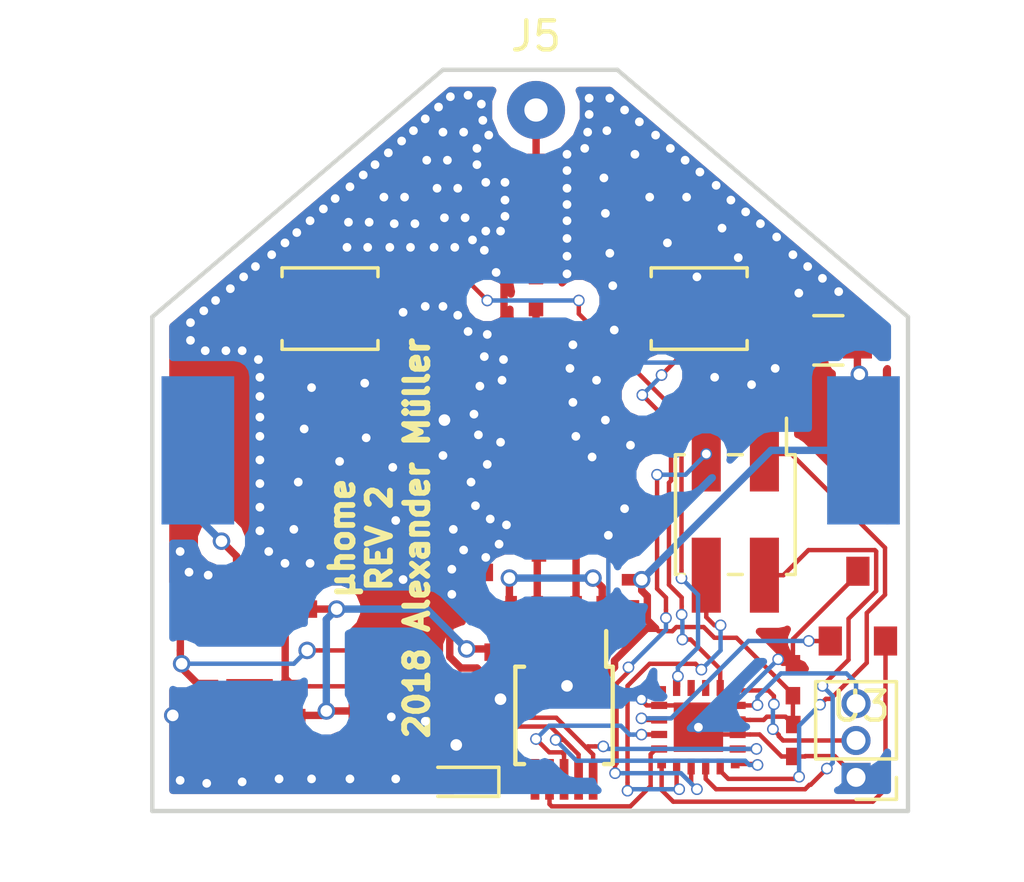
<source format=kicad_pcb>
(kicad_pcb (version 4) (host pcbnew 4.0.7-e2-6376~60~ubuntu17.10.1)

  (general
    (links 0)
    (no_connects 1)
    (area 151.924999 124.424999 178.075001 150.075001)
    (thickness 1.6)
    (drawings 7)
    (tracks 442)
    (zones 0)
    (modules 200)
    (nets 25)
  )

  (page A4)
  (layers
    (0 F.Cu signal)
    (31 B.Cu signal)
    (32 B.Adhes user)
    (33 F.Adhes user)
    (34 B.Paste user)
    (35 F.Paste user)
    (36 B.SilkS user)
    (37 F.SilkS user)
    (38 B.Mask user)
    (39 F.Mask user)
    (40 Dwgs.User user)
    (41 Cmts.User user)
    (42 Eco1.User user)
    (43 Eco2.User user)
    (44 Edge.Cuts user)
    (45 Margin user)
    (46 B.CrtYd user)
    (47 F.CrtYd user)
    (48 B.Fab user)
    (49 F.Fab user)
  )

  (setup
    (last_trace_width 0.254)
    (user_trace_width 0.1524)
    (user_trace_width 0.2032)
    (user_trace_width 0.254)
    (trace_clearance 0.1524)
    (zone_clearance 0.508)
    (zone_45_only no)
    (trace_min 0.1524)
    (segment_width 0.2)
    (edge_width 0.15)
    (via_size 0.6)
    (via_drill 0.4)
    (via_min_size 0.4)
    (via_min_drill 0.3)
    (user_via 0.4 0.3)
    (uvia_size 0.3)
    (uvia_drill 0.1)
    (uvias_allowed no)
    (uvia_min_size 0.2)
    (uvia_min_drill 0.1)
    (pcb_text_width 0.3)
    (pcb_text_size 1.5 1.5)
    (mod_edge_width 0.15)
    (mod_text_size 1 1)
    (mod_text_width 0.15)
    (pad_size 0.4 0.4)
    (pad_drill 0.3)
    (pad_to_mask_clearance 0.2)
    (aux_axis_origin 0 0)
    (visible_elements FFFFEF7F)
    (pcbplotparams
      (layerselection 0x010fc_80000001)
      (usegerberextensions true)
      (excludeedgelayer true)
      (linewidth 0.100000)
      (plotframeref false)
      (viasonmask false)
      (mode 1)
      (useauxorigin false)
      (hpglpennumber 1)
      (hpglpenspeed 20)
      (hpglpendiameter 15)
      (hpglpenoverlay 2)
      (psnegative false)
      (psa4output false)
      (plotreference true)
      (plotvalue true)
      (plotinvisibletext false)
      (padsonsilk false)
      (subtractmaskfromsilk false)
      (outputformat 1)
      (mirror false)
      (drillshape 0)
      (scaleselection 1)
      (outputdirectory gerbers/))
  )

  (net 0 "")
  (net 1 +BATT)
  (net 2 GND)
  (net 3 ANT_P)
  (net 4 ANT_M)
  (net 5 "Net-(D1-Pad1)")
  (net 6 I2C_SDA)
  (net 7 I2C_SCL)
  (net 8 TRX_IRQ)
  (net 9 TRX_SDN)
  (net 10 "Net-(J1-Pad2)")
  (net 11 "Net-(J1-Pad3)")
  (net 12 "Net-(C6-Pad1)")
  (net 13 "Net-(C5-Pad1)")
  (net 14 "Net-(C7-Pad1)")
  (net 15 "Net-(C10-Pad1)")
  (net 16 "Net-(C13-Pad1)")
  (net 17 "Net-(J2-Pad1)")
  (net 18 "Net-(J3-Pad1)")
  (net 19 "Net-(J3-Pad2)")
  (net 20 "Net-(J3-Pad3)")
  (net 21 "Net-(J3-Pad4)")
  (net 22 "Net-(J4-Pad2)")
  (net 23 "Net-(U2-Pad13)")
  (net 24 "Net-(U2-Pad16)")

  (net_class Default "This is the default net class."
    (clearance 0.1524)
    (trace_width 0.1524)
    (via_dia 0.6)
    (via_drill 0.4)
    (uvia_dia 0.3)
    (uvia_drill 0.1)
    (add_net +BATT)
    (add_net ANT_M)
    (add_net ANT_P)
    (add_net GND)
    (add_net I2C_SCL)
    (add_net I2C_SDA)
    (add_net "Net-(C10-Pad1)")
    (add_net "Net-(C13-Pad1)")
    (add_net "Net-(C5-Pad1)")
    (add_net "Net-(C6-Pad1)")
    (add_net "Net-(C7-Pad1)")
    (add_net "Net-(D1-Pad1)")
    (add_net "Net-(J1-Pad2)")
    (add_net "Net-(J1-Pad3)")
    (add_net "Net-(J2-Pad1)")
    (add_net "Net-(J3-Pad1)")
    (add_net "Net-(J3-Pad2)")
    (add_net "Net-(J3-Pad3)")
    (add_net "Net-(J3-Pad4)")
    (add_net "Net-(J4-Pad2)")
    (add_net "Net-(U2-Pad13)")
    (add_net "Net-(U2-Pad16)")
    (add_net TRX_IRQ)
    (add_net TRX_SDN)
  )

  (module ufqfn:Via (layer F.Cu) (tedit 5AC29B23) (tstamp 5ACB8D1A)
    (at 153.924 141.8844)
    (fp_text reference "" (at 0 0.5) (layer F.SilkS) hide
      (effects (font (size 1 1) (thickness 0.000001)))
    )
    (fp_text value "" (at 0 -0.5) (layer F.Fab) hide
      (effects (font (size 1 1) (thickness 0.000001)))
    )
    (pad 1 thru_hole circle (at 0 0) (size 0.4 0.4) (drill 0.3) (layers *.Cu)
      (net 2 GND))
  )

  (module ufqfn:Via (layer F.Cu) (tedit 5AC29B23) (tstamp 5ACB8D16)
    (at 153.2636 141.7828)
    (fp_text reference "" (at 0 0.5) (layer F.SilkS) hide
      (effects (font (size 1 1) (thickness 0.000001)))
    )
    (fp_text value "" (at 0 -0.5) (layer F.Fab) hide
      (effects (font (size 1 1) (thickness 0.000001)))
    )
    (pad 1 thru_hole circle (at 0 0) (size 0.4 0.4) (drill 0.3) (layers *.Cu)
      (net 2 GND))
  )

  (module ufqfn:Via (layer F.Cu) (tedit 5AC29B23) (tstamp 5ACB8D12)
    (at 152.9588 141.0716)
    (fp_text reference "" (at 0 0.5) (layer F.SilkS) hide
      (effects (font (size 1 1) (thickness 0.000001)))
    )
    (fp_text value "" (at 0 -0.5) (layer F.Fab) hide
      (effects (font (size 1 1) (thickness 0.000001)))
    )
    (pad 1 thru_hole circle (at 0 0) (size 0.4 0.4) (drill 0.3) (layers *.Cu)
      (net 2 GND))
  )

  (module ufqfn:Via (layer F.Cu) (tedit 5AC29B23) (tstamp 5ACB8CF9)
    (at 152.9588 148.9456)
    (fp_text reference "" (at 0 0.5) (layer F.SilkS) hide
      (effects (font (size 1 1) (thickness 0.000001)))
    )
    (fp_text value "" (at 0 -0.5) (layer F.Fab) hide
      (effects (font (size 1 1) (thickness 0.000001)))
    )
    (pad 1 thru_hole circle (at 0 0) (size 0.4 0.4) (drill 0.3) (layers *.Cu)
      (net 2 GND))
  )

  (module ufqfn:Via (layer F.Cu) (tedit 5AC29B23) (tstamp 5ACB8CF5)
    (at 153.8732 149.0472)
    (fp_text reference "" (at 0 0.5) (layer F.SilkS) hide
      (effects (font (size 1 1) (thickness 0.000001)))
    )
    (fp_text value "" (at 0 -0.5) (layer F.Fab) hide
      (effects (font (size 1 1) (thickness 0.000001)))
    )
    (pad 1 thru_hole circle (at 0 0) (size 0.4 0.4) (drill 0.3) (layers *.Cu)
      (net 2 GND))
  )

  (module ufqfn:Via (layer F.Cu) (tedit 5AC29B23) (tstamp 5ACB8CF1)
    (at 155.0924 148.9964)
    (fp_text reference "" (at 0 0.5) (layer F.SilkS) hide
      (effects (font (size 1 1) (thickness 0.000001)))
    )
    (fp_text value "" (at 0 -0.5) (layer F.Fab) hide
      (effects (font (size 1 1) (thickness 0.000001)))
    )
    (pad 1 thru_hole circle (at 0 0) (size 0.4 0.4) (drill 0.3) (layers *.Cu)
      (net 2 GND))
  )

  (module ufqfn:Via (layer F.Cu) (tedit 5AC29B23) (tstamp 5ACB8CED)
    (at 156.3624 148.8948)
    (fp_text reference "" (at 0 0.5) (layer F.SilkS) hide
      (effects (font (size 1 1) (thickness 0.000001)))
    )
    (fp_text value "" (at 0 -0.5) (layer F.Fab) hide
      (effects (font (size 1 1) (thickness 0.000001)))
    )
    (pad 1 thru_hole circle (at 0 0) (size 0.4 0.4) (drill 0.3) (layers *.Cu)
      (net 2 GND))
  )

  (module ufqfn:Via (layer F.Cu) (tedit 5AC29B23) (tstamp 5ACB8CE9)
    (at 157.48 148.8948)
    (fp_text reference "" (at 0 0.5) (layer F.SilkS) hide
      (effects (font (size 1 1) (thickness 0.000001)))
    )
    (fp_text value "" (at 0 -0.5) (layer F.Fab) hide
      (effects (font (size 1 1) (thickness 0.000001)))
    )
    (pad 1 thru_hole circle (at 0 0) (size 0.4 0.4) (drill 0.3) (layers *.Cu)
      (net 2 GND))
  )

  (module ufqfn:Via (layer F.Cu) (tedit 5AC29B23) (tstamp 5ACB8CE5)
    (at 160.3756 148.8948)
    (fp_text reference "" (at 0 0.5) (layer F.SilkS) hide
      (effects (font (size 1 1) (thickness 0.000001)))
    )
    (fp_text value "" (at 0 -0.5) (layer F.Fab) hide
      (effects (font (size 1 1) (thickness 0.000001)))
    )
    (pad 1 thru_hole circle (at 0 0) (size 0.4 0.4) (drill 0.3) (layers *.Cu)
      (net 2 GND))
  )

  (module ufqfn:Via (layer F.Cu) (tedit 5AC29B23) (tstamp 5ACB8CE1)
    (at 158.8008 148.8948)
    (fp_text reference "" (at 0 0.5) (layer F.SilkS) hide
      (effects (font (size 1 1) (thickness 0.000001)))
    )
    (fp_text value "" (at 0 -0.5) (layer F.Fab) hide
      (effects (font (size 1 1) (thickness 0.000001)))
    )
    (pad 1 thru_hole circle (at 0 0) (size 0.4 0.4) (drill 0.3) (layers *.Cu)
      (net 2 GND))
  )

  (module ufqfn:Via (layer F.Cu) (tedit 5AC29B23) (tstamp 5ACB8CDD)
    (at 161.3916 146.9136)
    (fp_text reference "" (at 0 0.5) (layer F.SilkS) hide
      (effects (font (size 1 1) (thickness 0.000001)))
    )
    (fp_text value "" (at 0 -0.5) (layer F.Fab) hide
      (effects (font (size 1 1) (thickness 0.000001)))
    )
    (pad 1 thru_hole circle (at 0 0) (size 0.4 0.4) (drill 0.3) (layers *.Cu)
      (net 2 GND))
  )

  (module ufqfn:Via (layer F.Cu) (tedit 5AC29B23) (tstamp 5ACB8CD9)
    (at 160.2232 146.7612)
    (fp_text reference "" (at 0 0.5) (layer F.SilkS) hide
      (effects (font (size 1 1) (thickness 0.000001)))
    )
    (fp_text value "" (at 0 -0.5) (layer F.Fab) hide
      (effects (font (size 1 1) (thickness 0.000001)))
    )
    (pad 1 thru_hole circle (at 0 0) (size 0.4 0.4) (drill 0.3) (layers *.Cu)
      (net 2 GND))
  )

  (module ufqfn:Via (layer F.Cu) (tedit 5AC29B23) (tstamp 5ACB8CD5)
    (at 167.5892 136.5504)
    (fp_text reference "" (at 0 0.5) (layer F.SilkS) hide
      (effects (font (size 1 1) (thickness 0.000001)))
    )
    (fp_text value "" (at 0 -0.5) (layer F.Fab) hide
      (effects (font (size 1 1) (thickness 0.000001)))
    )
    (pad 1 thru_hole circle (at 0 0) (size 0.4 0.4) (drill 0.3) (layers *.Cu)
      (net 2 GND))
  )

  (module ufqfn:Via (layer F.Cu) (tedit 5AC29B23) (tstamp 5ACB8CD1)
    (at 167.132 137.8204)
    (fp_text reference "" (at 0 0.5) (layer F.SilkS) hide
      (effects (font (size 1 1) (thickness 0.000001)))
    )
    (fp_text value "" (at 0 -0.5) (layer F.Fab) hide
      (effects (font (size 1 1) (thickness 0.000001)))
    )
    (pad 1 thru_hole circle (at 0 0) (size 0.4 0.4) (drill 0.3) (layers *.Cu)
      (net 2 GND))
  )

  (module ufqfn:Via (layer F.Cu) (tedit 5AC29B23) (tstamp 5ACB8CCD)
    (at 166.5732 137.1092)
    (fp_text reference "" (at 0 0.5) (layer F.SilkS) hide
      (effects (font (size 1 1) (thickness 0.000001)))
    )
    (fp_text value "" (at 0 -0.5) (layer F.Fab) hide
      (effects (font (size 1 1) (thickness 0.000001)))
    )
    (pad 1 thru_hole circle (at 0 0) (size 0.4 0.4) (drill 0.3) (layers *.Cu)
      (net 2 GND))
  )

  (module ufqfn:Via (layer F.Cu) (tedit 5AC29B23) (tstamp 5ACB8CC9)
    (at 166.4716 135.9408)
    (fp_text reference "" (at 0 0.5) (layer F.SilkS) hide
      (effects (font (size 1 1) (thickness 0.000001)))
    )
    (fp_text value "" (at 0 -0.5) (layer F.Fab) hide
      (effects (font (size 1 1) (thickness 0.000001)))
    )
    (pad 1 thru_hole circle (at 0 0) (size 0.4 0.4) (drill 0.3) (layers *.Cu)
      (net 2 GND))
  )

  (module ufqfn:Via (layer F.Cu) (tedit 5AC29B23) (tstamp 5ACB8CC5)
    (at 166.37 134.7724)
    (fp_text reference "" (at 0 0.5) (layer F.SilkS) hide
      (effects (font (size 1 1) (thickness 0.000001)))
    )
    (fp_text value "" (at 0 -0.5) (layer F.Fab) hide
      (effects (font (size 1 1) (thickness 0.000001)))
    )
    (pad 1 thru_hole circle (at 0 0) (size 0.4 0.4) (drill 0.3) (layers *.Cu)
      (net 2 GND))
  )

  (module ufqfn:Via (layer F.Cu) (tedit 5AC29B23) (tstamp 5ACB8CC1)
    (at 166.4716 133.9596)
    (fp_text reference "" (at 0 0.5) (layer F.SilkS) hide
      (effects (font (size 1 1) (thickness 0.000001)))
    )
    (fp_text value "" (at 0 -0.5) (layer F.Fab) hide
      (effects (font (size 1 1) (thickness 0.000001)))
    )
    (pad 1 thru_hole circle (at 0 0) (size 0.4 0.4) (drill 0.3) (layers *.Cu)
      (net 2 GND))
  )

  (module ufqfn:Via (layer F.Cu) (tedit 5AC29B23) (tstamp 5ACB8CBD)
    (at 167.2844 135.1788)
    (fp_text reference "" (at 0 0.5) (layer F.SilkS) hide
      (effects (font (size 1 1) (thickness 0.000001)))
    )
    (fp_text value "" (at 0 -0.5) (layer F.Fab) hide
      (effects (font (size 1 1) (thickness 0.000001)))
    )
    (pad 1 thru_hole circle (at 0 0) (size 0.4 0.4) (drill 0.3) (layers *.Cu)
      (net 2 GND))
  )

  (module ufqfn:Via (layer F.Cu) (tedit 5AC29B23) (tstamp 5ACB8CB9)
    (at 168.4528 137.414)
    (fp_text reference "" (at 0 0.5) (layer F.SilkS) hide
      (effects (font (size 1 1) (thickness 0.000001)))
    )
    (fp_text value "" (at 0 -0.5) (layer F.Fab) hide
      (effects (font (size 1 1) (thickness 0.000001)))
    )
    (pad 1 thru_hole circle (at 0 0) (size 0.4 0.4) (drill 0.3) (layers *.Cu)
      (net 2 GND))
  )

  (module ufqfn:Via (layer F.Cu) (tedit 5AC29B23) (tstamp 5ACB8CB5)
    (at 168.2496 139.5984)
    (fp_text reference "" (at 0 0.5) (layer F.SilkS) hide
      (effects (font (size 1 1) (thickness 0.000001)))
    )
    (fp_text value "" (at 0 -0.5) (layer F.Fab) hide
      (effects (font (size 1 1) (thickness 0.000001)))
    )
    (pad 1 thru_hole circle (at 0 0) (size 0.4 0.4) (drill 0.3) (layers *.Cu)
      (net 2 GND))
  )

  (module ufqfn:Via (layer F.Cu) (tedit 5AC29B23) (tstamp 5ACB8CB1)
    (at 172.6184 135.3312)
    (fp_text reference "" (at 0 0.5) (layer F.SilkS) hide
      (effects (font (size 1 1) (thickness 0.000001)))
    )
    (fp_text value "" (at 0 -0.5) (layer F.Fab) hide
      (effects (font (size 1 1) (thickness 0.000001)))
    )
    (pad 1 thru_hole circle (at 0 0) (size 0.4 0.4) (drill 0.3) (layers *.Cu)
      (net 2 GND))
  )

  (module ufqfn:Via (layer F.Cu) (tedit 5AC29B23) (tstamp 5ACB8CAD)
    (at 171.3484 135.0772)
    (fp_text reference "" (at 0 0.5) (layer F.SilkS) hide
      (effects (font (size 1 1) (thickness 0.000001)))
    )
    (fp_text value "" (at 0 -0.5) (layer F.Fab) hide
      (effects (font (size 1 1) (thickness 0.000001)))
    )
    (pad 1 thru_hole circle (at 0 0) (size 0.4 0.4) (drill 0.3) (layers *.Cu)
      (net 2 GND))
  )

  (module ufqfn:Via (layer F.Cu) (tedit 5AC29B23) (tstamp 5ACB8CA9)
    (at 174.244 132.1816)
    (fp_text reference "" (at 0 0.5) (layer F.SilkS) hide
      (effects (font (size 1 1) (thickness 0.000001)))
    )
    (fp_text value "" (at 0 -0.5) (layer F.Fab) hide
      (effects (font (size 1 1) (thickness 0.000001)))
    )
    (pad 1 thru_hole circle (at 0 0) (size 0.4 0.4) (drill 0.3) (layers *.Cu)
      (net 2 GND))
  )

  (module ufqfn:Via (layer F.Cu) (tedit 5AC29B23) (tstamp 5ACB8CA5)
    (at 172.1612 130.9624)
    (fp_text reference "" (at 0 0.5) (layer F.SilkS) hide
      (effects (font (size 1 1) (thickness 0.000001)))
    )
    (fp_text value "" (at 0 -0.5) (layer F.Fab) hide
      (effects (font (size 1 1) (thickness 0.000001)))
    )
    (pad 1 thru_hole circle (at 0 0) (size 0.4 0.4) (drill 0.3) (layers *.Cu)
      (net 2 GND))
  )

  (module ufqfn:Via (layer F.Cu) (tedit 5AC29B23) (tstamp 5ACB8CA1)
    (at 170.7388 131.6228)
    (fp_text reference "" (at 0 0.5) (layer F.SilkS) hide
      (effects (font (size 1 1) (thickness 0.000001)))
    )
    (fp_text value "" (at 0 -0.5) (layer F.Fab) hide
      (effects (font (size 1 1) (thickness 0.000001)))
    )
    (pad 1 thru_hole circle (at 0 0) (size 0.4 0.4) (drill 0.3) (layers *.Cu)
      (net 2 GND))
  )

  (module ufqfn:Via (layer F.Cu) (tedit 5AC29B23) (tstamp 5ACB8C9D)
    (at 167.8432 131.9276)
    (fp_text reference "" (at 0 0.5) (layer F.SilkS) hide
      (effects (font (size 1 1) (thickness 0.000001)))
    )
    (fp_text value "" (at 0 -0.5) (layer F.Fab) hide
      (effects (font (size 1 1) (thickness 0.000001)))
    )
    (pad 1 thru_hole circle (at 0 0) (size 0.4 0.4) (drill 0.3) (layers *.Cu)
      (net 2 GND))
  )

  (module ufqfn:Via (layer F.Cu) (tedit 5AC29B23) (tstamp 5ACB8C99)
    (at 167.7416 130.81)
    (fp_text reference "" (at 0 0.5) (layer F.SilkS) hide
      (effects (font (size 1 1) (thickness 0.000001)))
    )
    (fp_text value "" (at 0 -0.5) (layer F.Fab) hide
      (effects (font (size 1 1) (thickness 0.000001)))
    )
    (pad 1 thru_hole circle (at 0 0) (size 0.4 0.4) (drill 0.3) (layers *.Cu)
      (net 2 GND))
  )

  (module ufqfn:Via (layer F.Cu) (tedit 5AC29B23) (tstamp 5ACB8C95)
    (at 169.7228 130.4544)
    (fp_text reference "" (at 0 0.5) (layer F.SilkS) hide
      (effects (font (size 1 1) (thickness 0.000001)))
    )
    (fp_text value "" (at 0 -0.5) (layer F.Fab) hide
      (effects (font (size 1 1) (thickness 0.000001)))
    )
    (pad 1 thru_hole circle (at 0 0) (size 0.4 0.4) (drill 0.3) (layers *.Cu)
      (net 2 GND))
  )

  (module ufqfn:Via (layer F.Cu) (tedit 5AC29B23) (tstamp 5ACB8C91)
    (at 171.6024 129.9464)
    (fp_text reference "" (at 0 0.5) (layer F.SilkS) hide
      (effects (font (size 1 1) (thickness 0.000001)))
    )
    (fp_text value "" (at 0 -0.5) (layer F.Fab) hide
      (effects (font (size 1 1) (thickness 0.000001)))
    )
    (pad 1 thru_hole circle (at 0 0) (size 0.4 0.4) (drill 0.3) (layers *.Cu)
      (net 2 GND))
  )

  (module ufqfn:Via (layer F.Cu) (tedit 5AC29B23) (tstamp 5ACB8C8D)
    (at 170.3832 128.8796)
    (fp_text reference "" (at 0 0.5) (layer F.SilkS) hide
      (effects (font (size 1 1) (thickness 0.000001)))
    )
    (fp_text value "" (at 0 -0.5) (layer F.Fab) hide
      (effects (font (size 1 1) (thickness 0.000001)))
    )
    (pad 1 thru_hole circle (at 0 0) (size 0.4 0.4) (drill 0.3) (layers *.Cu)
      (net 2 GND))
  )

  (module ufqfn:Via (layer F.Cu) (tedit 5AC29B23) (tstamp 5ACB8C89)
    (at 169.1132 128.8796)
    (fp_text reference "" (at 0 0.5) (layer F.SilkS) hide
      (effects (font (size 1 1) (thickness 0.000001)))
    )
    (fp_text value "" (at 0 -0.5) (layer F.Fab) hide
      (effects (font (size 1 1) (thickness 0.000001)))
    )
    (pad 1 thru_hole circle (at 0 0) (size 0.4 0.4) (drill 0.3) (layers *.Cu)
      (net 2 GND))
  )

  (module ufqfn:Via (layer F.Cu) (tedit 5AC29B23) (tstamp 5ACB8C85)
    (at 167.5892 129.4384)
    (fp_text reference "" (at 0 0.5) (layer F.SilkS) hide
      (effects (font (size 1 1) (thickness 0.000001)))
    )
    (fp_text value "" (at 0 -0.5) (layer F.Fab) hide
      (effects (font (size 1 1) (thickness 0.000001)))
    )
    (pad 1 thru_hole circle (at 0 0) (size 0.4 0.4) (drill 0.3) (layers *.Cu)
      (net 2 GND))
  )

  (module ufqfn:Via (layer F.Cu) (tedit 5AC29B23) (tstamp 5ACB8C81)
    (at 167.5384 128.2192)
    (fp_text reference "" (at 0 0.5) (layer F.SilkS) hide
      (effects (font (size 1 1) (thickness 0.000001)))
    )
    (fp_text value "" (at 0 -0.5) (layer F.Fab) hide
      (effects (font (size 1 1) (thickness 0.000001)))
    )
    (pad 1 thru_hole circle (at 0 0) (size 0.4 0.4) (drill 0.3) (layers *.Cu)
      (net 2 GND))
  )

  (module ufqfn:Via (layer F.Cu) (tedit 5AC29B23) (tstamp 5ACB8C7D)
    (at 168.6052 127.4064)
    (fp_text reference "" (at 0 0.5) (layer F.SilkS) hide
      (effects (font (size 1 1) (thickness 0.000001)))
    )
    (fp_text value "" (at 0 -0.5) (layer F.Fab) hide
      (effects (font (size 1 1) (thickness 0.000001)))
    )
    (pad 1 thru_hole circle (at 0 0) (size 0.4 0.4) (drill 0.3) (layers *.Cu)
      (net 2 GND))
  )

  (module ufqfn:Via (layer F.Cu) (tedit 5AC29B23) (tstamp 5ACB8C79)
    (at 167.64 126.5936)
    (fp_text reference "" (at 0 0.5) (layer F.SilkS) hide
      (effects (font (size 1 1) (thickness 0.000001)))
    )
    (fp_text value "" (at 0 -0.5) (layer F.Fab) hide
      (effects (font (size 1 1) (thickness 0.000001)))
    )
    (pad 1 thru_hole circle (at 0 0) (size 0.4 0.4) (drill 0.3) (layers *.Cu)
      (net 2 GND))
  )

  (module ufqfn:Via (layer F.Cu) (tedit 5AC29B23) (tstamp 5ACB8C73)
    (at 174.0408 130.8608)
    (fp_text reference "" (at 0 0.5) (layer F.SilkS) hide
      (effects (font (size 1 1) (thickness 0.000001)))
    )
    (fp_text value "" (at 0 -0.5) (layer F.Fab) hide
      (effects (font (size 1 1) (thickness 0.000001)))
    )
    (pad 1 thru_hole circle (at 0 0) (size 0.4 0.4) (drill 0.3) (layers *.Cu)
      (net 2 GND))
  )

  (module ufqfn:Via (layer F.Cu) (tedit 5AC29B23) (tstamp 5ACB8C6F)
    (at 175.0568 131.6736)
    (fp_text reference "" (at 0 0.5) (layer F.SilkS) hide
      (effects (font (size 1 1) (thickness 0.000001)))
    )
    (fp_text value "" (at 0 -0.5) (layer F.Fab) hide
      (effects (font (size 1 1) (thickness 0.000001)))
    )
    (pad 1 thru_hole circle (at 0 0) (size 0.4 0.4) (drill 0.3) (layers *.Cu)
      (net 2 GND))
  )

  (module ufqfn:Via (layer F.Cu) (tedit 5AC29B23) (tstamp 5ACB8C6B)
    (at 174.5488 131.2672)
    (fp_text reference "" (at 0 0.5) (layer F.SilkS) hide
      (effects (font (size 1 1) (thickness 0.000001)))
    )
    (fp_text value "" (at 0 -0.5) (layer F.Fab) hide
      (effects (font (size 1 1) (thickness 0.000001)))
    )
    (pad 1 thru_hole circle (at 0 0) (size 0.4 0.4) (drill 0.3) (layers *.Cu)
      (net 2 GND))
  )

  (module ufqfn:Via (layer F.Cu) (tedit 5AC29B23) (tstamp 5ACB8C67)
    (at 175.6156 132.1308)
    (fp_text reference "" (at 0 0.5) (layer F.SilkS) hide
      (effects (font (size 1 1) (thickness 0.000001)))
    )
    (fp_text value "" (at 0 -0.5) (layer F.Fab) hide
      (effects (font (size 1 1) (thickness 0.000001)))
    )
    (pad 1 thru_hole circle (at 0 0) (size 0.4 0.4) (drill 0.3) (layers *.Cu)
      (net 2 GND))
  )

  (module ufqfn:Via (layer F.Cu) (tedit 5AC29B23) (tstamp 5ACB8C63)
    (at 171.9072 128.9812)
    (fp_text reference "" (at 0 0.5) (layer F.SilkS) hide
      (effects (font (size 1 1) (thickness 0.000001)))
    )
    (fp_text value "" (at 0 -0.5) (layer F.Fab) hide
      (effects (font (size 1 1) (thickness 0.000001)))
    )
    (pad 1 thru_hole circle (at 0 0) (size 0.4 0.4) (drill 0.3) (layers *.Cu)
      (net 2 GND))
  )

  (module ufqfn:Via (layer F.Cu) (tedit 5AC29B23) (tstamp 5ACB8C5F)
    (at 172.9232 129.794)
    (fp_text reference "" (at 0 0.5) (layer F.SilkS) hide
      (effects (font (size 1 1) (thickness 0.000001)))
    )
    (fp_text value "" (at 0 -0.5) (layer F.Fab) hide
      (effects (font (size 1 1) (thickness 0.000001)))
    )
    (pad 1 thru_hole circle (at 0 0) (size 0.4 0.4) (drill 0.3) (layers *.Cu)
      (net 2 GND))
  )

  (module ufqfn:Via (layer F.Cu) (tedit 5AC29B23) (tstamp 5ACB8C5B)
    (at 172.4152 129.3876)
    (fp_text reference "" (at 0 0.5) (layer F.SilkS) hide
      (effects (font (size 1 1) (thickness 0.000001)))
    )
    (fp_text value "" (at 0 -0.5) (layer F.Fab) hide
      (effects (font (size 1 1) (thickness 0.000001)))
    )
    (pad 1 thru_hole circle (at 0 0) (size 0.4 0.4) (drill 0.3) (layers *.Cu)
      (net 2 GND))
  )

  (module ufqfn:Via (layer F.Cu) (tedit 5AC29B23) (tstamp 5ACB8C57)
    (at 173.482 130.2512)
    (fp_text reference "" (at 0 0.5) (layer F.SilkS) hide
      (effects (font (size 1 1) (thickness 0.000001)))
    )
    (fp_text value "" (at 0 -0.5) (layer F.Fab) hide
      (effects (font (size 1 1) (thickness 0.000001)))
    )
    (pad 1 thru_hole circle (at 0 0) (size 0.4 0.4) (drill 0.3) (layers *.Cu)
      (net 2 GND))
  )

  (module ufqfn:Via (layer F.Cu) (tedit 5AC29B23) (tstamp 5ACB8C53)
    (at 169.8244 127.2032)
    (fp_text reference "" (at 0 0.5) (layer F.SilkS) hide
      (effects (font (size 1 1) (thickness 0.000001)))
    )
    (fp_text value "" (at 0 -0.5) (layer F.Fab) hide
      (effects (font (size 1 1) (thickness 0.000001)))
    )
    (pad 1 thru_hole circle (at 0 0) (size 0.4 0.4) (drill 0.3) (layers *.Cu)
      (net 2 GND))
  )

  (module ufqfn:Via (layer F.Cu) (tedit 5AC29B23) (tstamp 5ACB8C4F)
    (at 170.8404 128.016)
    (fp_text reference "" (at 0 0.5) (layer F.SilkS) hide
      (effects (font (size 1 1) (thickness 0.000001)))
    )
    (fp_text value "" (at 0 -0.5) (layer F.Fab) hide
      (effects (font (size 1 1) (thickness 0.000001)))
    )
    (pad 1 thru_hole circle (at 0 0) (size 0.4 0.4) (drill 0.3) (layers *.Cu)
      (net 2 GND))
  )

  (module ufqfn:Via (layer F.Cu) (tedit 5AC29B23) (tstamp 5ACB8C4B)
    (at 170.3324 127.6096)
    (fp_text reference "" (at 0 0.5) (layer F.SilkS) hide
      (effects (font (size 1 1) (thickness 0.000001)))
    )
    (fp_text value "" (at 0 -0.5) (layer F.Fab) hide
      (effects (font (size 1 1) (thickness 0.000001)))
    )
    (pad 1 thru_hole circle (at 0 0) (size 0.4 0.4) (drill 0.3) (layers *.Cu)
      (net 2 GND))
  )

  (module ufqfn:Via (layer F.Cu) (tedit 5AC29B23) (tstamp 5ACB8C47)
    (at 171.3992 128.4732)
    (fp_text reference "" (at 0 0.5) (layer F.SilkS) hide
      (effects (font (size 1 1) (thickness 0.000001)))
    )
    (fp_text value "" (at 0 -0.5) (layer F.Fab) hide
      (effects (font (size 1 1) (thickness 0.000001)))
    )
    (pad 1 thru_hole circle (at 0 0) (size 0.4 0.4) (drill 0.3) (layers *.Cu)
      (net 2 GND))
  )

  (module ufqfn:Via (layer F.Cu) (tedit 5AC29B23) (tstamp 5ACB8C40)
    (at 169.3164 126.746)
    (fp_text reference "" (at 0 0.5) (layer F.SilkS) hide
      (effects (font (size 1 1) (thickness 0.000001)))
    )
    (fp_text value "" (at 0 -0.5) (layer F.Fab) hide
      (effects (font (size 1 1) (thickness 0.000001)))
    )
    (pad 1 thru_hole circle (at 0 0) (size 0.4 0.4) (drill 0.3) (layers *.Cu)
      (net 2 GND))
  )

  (module ufqfn:Via (layer F.Cu) (tedit 5AC29B23) (tstamp 5ACB8C3C)
    (at 168.7576 126.2888)
    (fp_text reference "" (at 0 0.5) (layer F.SilkS) hide
      (effects (font (size 1 1) (thickness 0.000001)))
    )
    (fp_text value "" (at 0 -0.5) (layer F.Fab) hide
      (effects (font (size 1 1) (thickness 0.000001)))
    )
    (pad 1 thru_hole circle (at 0 0) (size 0.4 0.4) (drill 0.3) (layers *.Cu)
      (net 2 GND))
  )

  (module ufqfn:Via (layer F.Cu) (tedit 5AC29B23) (tstamp 5ACB8C38)
    (at 168.2496 125.8824)
    (fp_text reference "" (at 0 0.5) (layer F.SilkS) hide
      (effects (font (size 1 1) (thickness 0.000001)))
    )
    (fp_text value "" (at 0 -0.5) (layer F.Fab) hide
      (effects (font (size 1 1) (thickness 0.000001)))
    )
    (pad 1 thru_hole circle (at 0 0) (size 0.4 0.4) (drill 0.3) (layers *.Cu)
      (net 2 GND))
  )

  (module ufqfn:Via (layer F.Cu) (tedit 5AC29B23) (tstamp 5ACB8C34)
    (at 166.878 127.2032)
    (fp_text reference "" (at 0 0.5) (layer F.SilkS) hide
      (effects (font (size 1 1) (thickness 0.000001)))
    )
    (fp_text value "" (at 0 -0.5) (layer F.Fab) hide
      (effects (font (size 1 1) (thickness 0.000001)))
    )
    (pad 1 thru_hole circle (at 0 0) (size 0.4 0.4) (drill 0.3) (layers *.Cu)
      (net 2 GND))
  )

  (module ufqfn:Via (layer F.Cu) (tedit 5AC29B23) (tstamp 5ACB8C30)
    (at 166.9796 126.6444)
    (fp_text reference "" (at 0 0.5) (layer F.SilkS) hide
      (effects (font (size 1 1) (thickness 0.000001)))
    )
    (fp_text value "" (at 0 -0.5) (layer F.Fab) hide
      (effects (font (size 1 1) (thickness 0.000001)))
    )
    (pad 1 thru_hole circle (at 0 0) (size 0.4 0.4) (drill 0.3) (layers *.Cu)
      (net 2 GND))
  )

  (module ufqfn:Via (layer F.Cu) (tedit 5AC29B23) (tstamp 5ACB8C2C)
    (at 167.0304 126.0348)
    (fp_text reference "" (at 0 0.5) (layer F.SilkS) hide
      (effects (font (size 1 1) (thickness 0.000001)))
    )
    (fp_text value "" (at 0 -0.5) (layer F.Fab) hide
      (effects (font (size 1 1) (thickness 0.000001)))
    )
    (pad 1 thru_hole circle (at 0 0) (size 0.4 0.4) (drill 0.3) (layers *.Cu)
      (net 2 GND))
  )

  (module ufqfn:Via (layer F.Cu) (tedit 5AC29B23) (tstamp 5ACB8C27)
    (at 167.7416 125.476)
    (fp_text reference "" (at 0 0.5) (layer F.SilkS) hide
      (effects (font (size 1 1) (thickness 0.000001)))
    )
    (fp_text value "" (at 0 -0.5) (layer F.Fab) hide
      (effects (font (size 1 1) (thickness 0.000001)))
    )
    (pad 1 thru_hole circle (at 0 0) (size 0.4 0.4) (drill 0.3) (layers *.Cu)
      (net 2 GND))
  )

  (module ufqfn:Via (layer F.Cu) (tedit 5AC29B23) (tstamp 5ACB8C23)
    (at 167.0304 125.476)
    (fp_text reference "" (at 0 0.5) (layer F.SilkS) hide
      (effects (font (size 1 1) (thickness 0.000001)))
    )
    (fp_text value "" (at 0 -0.5) (layer F.Fab) hide
      (effects (font (size 1 1) (thickness 0.000001)))
    )
    (pad 1 thru_hole circle (at 0 0) (size 0.4 0.4) (drill 0.3) (layers *.Cu)
      (net 2 GND))
  )

  (module ufqfn:Via (layer F.Cu) (tedit 5AC29B23) (tstamp 5ACB8C15)
    (at 162.7124 126.6444)
    (fp_text reference "" (at 0 0.5) (layer F.SilkS) hide
      (effects (font (size 1 1) (thickness 0.000001)))
    )
    (fp_text value "" (at 0 -0.5) (layer F.Fab) hide
      (effects (font (size 1 1) (thickness 0.000001)))
    )
    (pad 1 thru_hole circle (at 0 0) (size 0.4 0.4) (drill 0.3) (layers *.Cu)
      (net 2 GND))
  )

  (module ufqfn:Via (layer F.Cu) (tedit 5AC29B23) (tstamp 5ACB8C11)
    (at 162.0012 126.6444)
    (fp_text reference "" (at 0 0.5) (layer F.SilkS) hide
      (effects (font (size 1 1) (thickness 0.000001)))
    )
    (fp_text value "" (at 0 -0.5) (layer F.Fab) hide
      (effects (font (size 1 1) (thickness 0.000001)))
    )
    (pad 1 thru_hole circle (at 0 0) (size 0.4 0.4) (drill 0.3) (layers *.Cu)
      (net 2 GND))
  )

  (module ufqfn:Via (layer F.Cu) (tedit 5AC29B23) (tstamp 5ACB8C0D)
    (at 162.1536 127.6096)
    (fp_text reference "" (at 0 0.5) (layer F.SilkS) hide
      (effects (font (size 1 1) (thickness 0.000001)))
    )
    (fp_text value "" (at 0 -0.5) (layer F.Fab) hide
      (effects (font (size 1 1) (thickness 0.000001)))
    )
    (pad 1 thru_hole circle (at 0 0) (size 0.4 0.4) (drill 0.3) (layers *.Cu)
      (net 2 GND))
  )

  (module ufqfn:Via (layer F.Cu) (tedit 5AC29B23) (tstamp 5ACB8C09)
    (at 161.4424 127.6096)
    (fp_text reference "" (at 0 0.5) (layer F.SilkS) hide
      (effects (font (size 1 1) (thickness 0.000001)))
    )
    (fp_text value "" (at 0 -0.5) (layer F.Fab) hide
      (effects (font (size 1 1) (thickness 0.000001)))
    )
    (pad 1 thru_hole circle (at 0 0) (size 0.4 0.4) (drill 0.3) (layers *.Cu)
      (net 2 GND))
  )

  (module ufqfn:Via (layer F.Cu) (tedit 5AC29B23) (tstamp 5ACB8C05)
    (at 160.6804 128.8796)
    (fp_text reference "" (at 0 0.5) (layer F.SilkS) hide
      (effects (font (size 1 1) (thickness 0.000001)))
    )
    (fp_text value "" (at 0 -0.5) (layer F.Fab) hide
      (effects (font (size 1 1) (thickness 0.000001)))
    )
    (pad 1 thru_hole circle (at 0 0) (size 0.4 0.4) (drill 0.3) (layers *.Cu)
      (net 2 GND))
  )

  (module ufqfn:Via (layer F.Cu) (tedit 5AC29B23) (tstamp 5ACB8C01)
    (at 159.9692 128.8796)
    (fp_text reference "" (at 0 0.5) (layer F.SilkS) hide
      (effects (font (size 1 1) (thickness 0.000001)))
    )
    (fp_text value "" (at 0 -0.5) (layer F.Fab) hide
      (effects (font (size 1 1) (thickness 0.000001)))
    )
    (pad 1 thru_hole circle (at 0 0) (size 0.4 0.4) (drill 0.3) (layers *.Cu)
      (net 2 GND))
  )

  (module ufqfn:Via (layer F.Cu) (tedit 5AC29B23) (tstamp 5ACB8BFD)
    (at 162.5092 128.5748)
    (fp_text reference "" (at 0 0.5) (layer F.SilkS) hide
      (effects (font (size 1 1) (thickness 0.000001)))
    )
    (fp_text value "" (at 0 -0.5) (layer F.Fab) hide
      (effects (font (size 1 1) (thickness 0.000001)))
    )
    (pad 1 thru_hole circle (at 0 0) (size 0.4 0.4) (drill 0.3) (layers *.Cu)
      (net 2 GND))
  )

  (module ufqfn:Via (layer F.Cu) (tedit 5AC29B23) (tstamp 5ACB8BF9)
    (at 161.798 128.5748)
    (fp_text reference "" (at 0 0.5) (layer F.SilkS) hide
      (effects (font (size 1 1) (thickness 0.000001)))
    )
    (fp_text value "" (at 0 -0.5) (layer F.Fab) hide
      (effects (font (size 1 1) (thickness 0.000001)))
    )
    (pad 1 thru_hole circle (at 0 0) (size 0.4 0.4) (drill 0.3) (layers *.Cu)
      (net 2 GND))
  )

  (module ufqfn:Via (layer F.Cu) (tedit 5AC29B23) (tstamp 5ACB8BF5)
    (at 162.7632 129.5908)
    (fp_text reference "" (at 0 0.5) (layer F.SilkS) hide
      (effects (font (size 1 1) (thickness 0.000001)))
    )
    (fp_text value "" (at 0 -0.5) (layer F.Fab) hide
      (effects (font (size 1 1) (thickness 0.000001)))
    )
    (pad 1 thru_hole circle (at 0 0) (size 0.4 0.4) (drill 0.3) (layers *.Cu)
      (net 2 GND))
  )

  (module ufqfn:Via (layer F.Cu) (tedit 5AC29B23) (tstamp 5ACB8BF1)
    (at 162.052 129.5908)
    (fp_text reference "" (at 0 0.5) (layer F.SilkS) hide
      (effects (font (size 1 1) (thickness 0.000001)))
    )
    (fp_text value "" (at 0 -0.5) (layer F.Fab) hide
      (effects (font (size 1 1) (thickness 0.000001)))
    )
    (pad 1 thru_hole circle (at 0 0) (size 0.4 0.4) (drill 0.3) (layers *.Cu)
      (net 2 GND))
  )

  (module ufqfn:Via (layer F.Cu) (tedit 5AC29B23) (tstamp 5ACB8BED)
    (at 161.036 129.794)
    (fp_text reference "" (at 0 0.5) (layer F.SilkS) hide
      (effects (font (size 1 1) (thickness 0.000001)))
    )
    (fp_text value "" (at 0 -0.5) (layer F.Fab) hide
      (effects (font (size 1 1) (thickness 0.000001)))
    )
    (pad 1 thru_hole circle (at 0 0) (size 0.4 0.4) (drill 0.3) (layers *.Cu)
      (net 2 GND))
  )

  (module ufqfn:Via (layer F.Cu) (tedit 5AC29B23) (tstamp 5ACB8BE9)
    (at 160.3248 129.794)
    (fp_text reference "" (at 0 0.5) (layer F.SilkS) hide
      (effects (font (size 1 1) (thickness 0.000001)))
    )
    (fp_text value "" (at 0 -0.5) (layer F.Fab) hide
      (effects (font (size 1 1) (thickness 0.000001)))
    )
    (pad 1 thru_hole circle (at 0 0) (size 0.4 0.4) (drill 0.3) (layers *.Cu)
      (net 2 GND))
  )

  (module ufqfn:Via (layer F.Cu) (tedit 5AC29B23) (tstamp 5ACB8BE5)
    (at 159.4612 129.7432)
    (fp_text reference "" (at 0 0.5) (layer F.SilkS) hide
      (effects (font (size 1 1) (thickness 0.000001)))
    )
    (fp_text value "" (at 0 -0.5) (layer F.Fab) hide
      (effects (font (size 1 1) (thickness 0.000001)))
    )
    (pad 1 thru_hole circle (at 0 0) (size 0.4 0.4) (drill 0.3) (layers *.Cu)
      (net 2 GND))
  )

  (module ufqfn:Via (layer F.Cu) (tedit 5AC29B23) (tstamp 5ACB8BE1)
    (at 158.75 129.7432)
    (fp_text reference "" (at 0 0.5) (layer F.SilkS) hide
      (effects (font (size 1 1) (thickness 0.000001)))
    )
    (fp_text value "" (at 0 -0.5) (layer F.Fab) hide
      (effects (font (size 1 1) (thickness 0.000001)))
    )
    (pad 1 thru_hole circle (at 0 0) (size 0.4 0.4) (drill 0.3) (layers *.Cu)
      (net 2 GND))
  )

  (module ufqfn:Via (layer F.Cu) (tedit 5AC29B23) (tstamp 5ACB8BDD)
    (at 159.4104 130.6068)
    (fp_text reference "" (at 0 0.5) (layer F.SilkS) hide
      (effects (font (size 1 1) (thickness 0.000001)))
    )
    (fp_text value "" (at 0 -0.5) (layer F.Fab) hide
      (effects (font (size 1 1) (thickness 0.000001)))
    )
    (pad 1 thru_hole circle (at 0 0) (size 0.4 0.4) (drill 0.3) (layers *.Cu)
      (net 2 GND))
  )

  (module ufqfn:Via (layer F.Cu) (tedit 5AC29B23) (tstamp 5ACB8BD9)
    (at 158.6992 130.6068)
    (fp_text reference "" (at 0 0.5) (layer F.SilkS) hide
      (effects (font (size 1 1) (thickness 0.000001)))
    )
    (fp_text value "" (at 0 -0.5) (layer F.Fab) hide
      (effects (font (size 1 1) (thickness 0.000001)))
    )
    (pad 1 thru_hole circle (at 0 0) (size 0.4 0.4) (drill 0.3) (layers *.Cu)
      (net 2 GND))
  )

  (module ufqfn:Via (layer F.Cu) (tedit 5AC29B23) (tstamp 5ACB8BD5)
    (at 160.8836 130.6068)
    (fp_text reference "" (at 0 0.5) (layer F.SilkS) hide
      (effects (font (size 1 1) (thickness 0.000001)))
    )
    (fp_text value "" (at 0 -0.5) (layer F.Fab) hide
      (effects (font (size 1 1) (thickness 0.000001)))
    )
    (pad 1 thru_hole circle (at 0 0) (size 0.4 0.4) (drill 0.3) (layers *.Cu)
      (net 2 GND))
  )

  (module ufqfn:Via (layer F.Cu) (tedit 5AC29B23) (tstamp 5ACB8BD1)
    (at 160.1724 130.6068)
    (fp_text reference "" (at 0 0.5) (layer F.SilkS) hide
      (effects (font (size 1 1) (thickness 0.000001)))
    )
    (fp_text value "" (at 0 -0.5) (layer F.Fab) hide
      (effects (font (size 1 1) (thickness 0.000001)))
    )
    (pad 1 thru_hole circle (at 0 0) (size 0.4 0.4) (drill 0.3) (layers *.Cu)
      (net 2 GND))
  )

  (module ufqfn:Via (layer F.Cu) (tedit 5AC29B23) (tstamp 5ACB8BCC)
    (at 161.6964 130.6068)
    (fp_text reference "" (at 0 0.5) (layer F.SilkS) hide
      (effects (font (size 1 1) (thickness 0.000001)))
    )
    (fp_text value "" (at 0 -0.5) (layer F.Fab) hide
      (effects (font (size 1 1) (thickness 0.000001)))
    )
    (pad 1 thru_hole circle (at 0 0) (size 0.4 0.4) (drill 0.3) (layers *.Cu)
      (net 2 GND))
  )

  (module ufqfn:Via (layer F.Cu) (tedit 5AC29B23) (tstamp 5ACB8BA3)
    (at 162.4076 130.6068)
    (fp_text reference "" (at 0 0.5) (layer F.SilkS) hide
      (effects (font (size 1 1) (thickness 0.000001)))
    )
    (fp_text value "" (at 0 -0.5) (layer F.Fab) hide
      (effects (font (size 1 1) (thickness 0.000001)))
    )
    (pad 1 thru_hole circle (at 0 0) (size 0.4 0.4) (drill 0.3) (layers *.Cu)
      (net 2 GND))
  )

  (module ufqfn:Via (layer F.Cu) (tedit 5AC29B23) (tstamp 5ACB8B9F)
    (at 161.3916 132.6388)
    (fp_text reference "" (at 0 0.5) (layer F.SilkS) hide
      (effects (font (size 1 1) (thickness 0.000001)))
    )
    (fp_text value "" (at 0 -0.5) (layer F.Fab) hide
      (effects (font (size 1 1) (thickness 0.000001)))
    )
    (pad 1 thru_hole circle (at 0 0) (size 0.4 0.4) (drill 0.3) (layers *.Cu)
      (net 2 GND))
  )

  (module ufqfn:Via (layer F.Cu) (tedit 5AC29B23) (tstamp 5ACB8B9B)
    (at 162.0012 132.6388)
    (fp_text reference "" (at 0 0.5) (layer F.SilkS) hide
      (effects (font (size 1 1) (thickness 0.000001)))
    )
    (fp_text value "" (at 0 -0.5) (layer F.Fab) hide
      (effects (font (size 1 1) (thickness 0.000001)))
    )
    (pad 1 thru_hole circle (at 0 0) (size 0.4 0.4) (drill 0.3) (layers *.Cu)
      (net 2 GND))
  )

  (module ufqfn:Via (layer F.Cu) (tedit 5AC29B23) (tstamp 5ACB8B97)
    (at 162.5092 132.9436)
    (fp_text reference "" (at 0 0.5) (layer F.SilkS) hide
      (effects (font (size 1 1) (thickness 0.000001)))
    )
    (fp_text value "" (at 0 -0.5) (layer F.Fab) hide
      (effects (font (size 1 1) (thickness 0.000001)))
    )
    (pad 1 thru_hole circle (at 0 0) (size 0.4 0.4) (drill 0.3) (layers *.Cu)
      (net 2 GND))
  )

  (module ufqfn:Via (layer F.Cu) (tedit 5AC29B23) (tstamp 5ACB8B93)
    (at 162.8648 133.5024)
    (fp_text reference "" (at 0 0.5) (layer F.SilkS) hide
      (effects (font (size 1 1) (thickness 0.000001)))
    )
    (fp_text value "" (at 0 -0.5) (layer F.Fab) hide
      (effects (font (size 1 1) (thickness 0.000001)))
    )
    (pad 1 thru_hole circle (at 0 0) (size 0.4 0.4) (drill 0.3) (layers *.Cu)
      (net 2 GND))
  )

  (module ufqfn:Via (layer F.Cu) (tedit 5AC29B23) (tstamp 5ACB8B8F)
    (at 163.4236 134.366)
    (fp_text reference "" (at 0 0.5) (layer F.SilkS) hide
      (effects (font (size 1 1) (thickness 0.000001)))
    )
    (fp_text value "" (at 0 -0.5) (layer F.Fab) hide
      (effects (font (size 1 1) (thickness 0.000001)))
    )
    (pad 1 thru_hole circle (at 0 0) (size 0.4 0.4) (drill 0.3) (layers *.Cu)
      (net 2 GND))
  )

  (module ufqfn:Via (layer F.Cu) (tedit 5AC29B23) (tstamp 5ACB8B8B)
    (at 164.084 134.4676)
    (fp_text reference "" (at 0 0.5) (layer F.SilkS) hide
      (effects (font (size 1 1) (thickness 0.000001)))
    )
    (fp_text value "" (at 0 -0.5) (layer F.Fab) hide
      (effects (font (size 1 1) (thickness 0.000001)))
    )
    (pad 1 thru_hole circle (at 0 0) (size 0.4 0.4) (drill 0.3) (layers *.Cu)
      (net 2 GND))
  )

  (module ufqfn:Via (layer F.Cu) (tedit 5AC29B23) (tstamp 5ACB8B87)
    (at 164.0332 135.1788)
    (fp_text reference "" (at 0 0.5) (layer F.SilkS) hide
      (effects (font (size 1 1) (thickness 0.000001)))
    )
    (fp_text value "" (at 0 -0.5) (layer F.Fab) hide
      (effects (font (size 1 1) (thickness 0.000001)))
    )
    (pad 1 thru_hole circle (at 0 0) (size 0.4 0.4) (drill 0.3) (layers *.Cu)
      (net 2 GND))
  )

  (module ufqfn:Via (layer F.Cu) (tedit 5AC29B23) (tstamp 5ACB8B83)
    (at 163.2712 135.382)
    (fp_text reference "" (at 0 0.5) (layer F.SilkS) hide
      (effects (font (size 1 1) (thickness 0.000001)))
    )
    (fp_text value "" (at 0 -0.5) (layer F.Fab) hide
      (effects (font (size 1 1) (thickness 0.000001)))
    )
    (pad 1 thru_hole circle (at 0 0) (size 0.4 0.4) (drill 0.3) (layers *.Cu)
      (net 2 GND))
  )

  (module ufqfn:Via (layer F.Cu) (tedit 5AC29B23) (tstamp 5ACB8B7F)
    (at 163.068 136.3472)
    (fp_text reference "" (at 0 0.5) (layer F.SilkS) hide
      (effects (font (size 1 1) (thickness 0.000001)))
    )
    (fp_text value "" (at 0 -0.5) (layer F.Fab) hide
      (effects (font (size 1 1) (thickness 0.000001)))
    )
    (pad 1 thru_hole circle (at 0 0) (size 0.4 0.4) (drill 0.3) (layers *.Cu)
      (net 2 GND))
  )

  (module ufqfn:Via (layer F.Cu) (tedit 5AC29B23) (tstamp 5ACB8B7B)
    (at 163.2204 137.0584)
    (fp_text reference "" (at 0 0.5) (layer F.SilkS) hide
      (effects (font (size 1 1) (thickness 0.000001)))
    )
    (fp_text value "" (at 0 -0.5) (layer F.Fab) hide
      (effects (font (size 1 1) (thickness 0.000001)))
    )
    (pad 1 thru_hole circle (at 0 0) (size 0.4 0.4) (drill 0.3) (layers *.Cu)
      (net 2 GND))
  )

  (module ufqfn:Via (layer F.Cu) (tedit 5AC29B23) (tstamp 5ACB8B77)
    (at 163.9824 137.3124)
    (fp_text reference "" (at 0 0.5) (layer F.SilkS) hide
      (effects (font (size 1 1) (thickness 0.000001)))
    )
    (fp_text value "" (at 0 -0.5) (layer F.Fab) hide
      (effects (font (size 1 1) (thickness 0.000001)))
    )
    (pad 1 thru_hole circle (at 0 0) (size 0.4 0.4) (drill 0.3) (layers *.Cu)
      (net 2 GND))
  )

  (module ufqfn:Via (layer F.Cu) (tedit 5AC29B23) (tstamp 5ACB8B73)
    (at 163.5252 138.0744)
    (fp_text reference "" (at 0 0.5) (layer F.SilkS) hide
      (effects (font (size 1 1) (thickness 0.000001)))
    )
    (fp_text value "" (at 0 -0.5) (layer F.Fab) hide
      (effects (font (size 1 1) (thickness 0.000001)))
    )
    (pad 1 thru_hole circle (at 0 0) (size 0.4 0.4) (drill 0.3) (layers *.Cu)
      (net 2 GND))
  )

  (module ufqfn:Via (layer F.Cu) (tedit 5AC29B23) (tstamp 5ACB8B6F)
    (at 162.9664 138.684)
    (fp_text reference "" (at 0 0.5) (layer F.SilkS) hide
      (effects (font (size 1 1) (thickness 0.000001)))
    )
    (fp_text value "" (at 0 -0.5) (layer F.Fab) hide
      (effects (font (size 1 1) (thickness 0.000001)))
    )
    (pad 1 thru_hole circle (at 0 0) (size 0.4 0.4) (drill 0.3) (layers *.Cu)
      (net 2 GND))
  )

  (module ufqfn:Via (layer F.Cu) (tedit 5AC29B23) (tstamp 5ACB8B6B)
    (at 163.1188 139.4968)
    (fp_text reference "" (at 0 0.5) (layer F.SilkS) hide
      (effects (font (size 1 1) (thickness 0.000001)))
    )
    (fp_text value "" (at 0 -0.5) (layer F.Fab) hide
      (effects (font (size 1 1) (thickness 0.000001)))
    )
    (pad 1 thru_hole circle (at 0 0) (size 0.4 0.4) (drill 0.3) (layers *.Cu)
      (net 2 GND))
  )

  (module ufqfn:Via (layer F.Cu) (tedit 5AC29B23) (tstamp 5ACB8B67)
    (at 163.6268 139.954)
    (fp_text reference "" (at 0 0.5) (layer F.SilkS) hide
      (effects (font (size 1 1) (thickness 0.000001)))
    )
    (fp_text value "" (at 0 -0.5) (layer F.Fab) hide
      (effects (font (size 1 1) (thickness 0.000001)))
    )
    (pad 1 thru_hole circle (at 0 0) (size 0.4 0.4) (drill 0.3) (layers *.Cu)
      (net 2 GND))
  )

  (module ufqfn:Via (layer F.Cu) (tedit 5AC29B23) (tstamp 5ACB8B63)
    (at 164.1856 140.1572)
    (fp_text reference "" (at 0 0.5) (layer F.SilkS) hide
      (effects (font (size 1 1) (thickness 0.000001)))
    )
    (fp_text value "" (at 0 -0.5) (layer F.Fab) hide
      (effects (font (size 1 1) (thickness 0.000001)))
    )
    (pad 1 thru_hole circle (at 0 0) (size 0.4 0.4) (drill 0.3) (layers *.Cu)
      (net 2 GND))
  )

  (module ufqfn:Via (layer F.Cu) (tedit 5AC29B23) (tstamp 5ACB8B5F)
    (at 163.9316 140.8176)
    (fp_text reference "" (at 0 0.5) (layer F.SilkS) hide
      (effects (font (size 1 1) (thickness 0.000001)))
    )
    (fp_text value "" (at 0 -0.5) (layer F.Fab) hide
      (effects (font (size 1 1) (thickness 0.000001)))
    )
    (pad 1 thru_hole circle (at 0 0) (size 0.4 0.4) (drill 0.3) (layers *.Cu)
      (net 2 GND))
  )

  (module ufqfn:Via (layer F.Cu) (tedit 5AC29B23) (tstamp 5ACB8B5B)
    (at 162.7124 141.0208)
    (fp_text reference "" (at 0 0.5) (layer F.SilkS) hide
      (effects (font (size 1 1) (thickness 0.000001)))
    )
    (fp_text value "" (at 0 -0.5) (layer F.Fab) hide
      (effects (font (size 1 1) (thickness 0.000001)))
    )
    (pad 1 thru_hole circle (at 0 0) (size 0.4 0.4) (drill 0.3) (layers *.Cu)
      (net 2 GND))
  )

  (module ufqfn:Via (layer F.Cu) (tedit 5AC29B23) (tstamp 5ACB8B57)
    (at 162.306 142.5448)
    (fp_text reference "" (at 0 0.5) (layer F.SilkS) hide
      (effects (font (size 1 1) (thickness 0.000001)))
    )
    (fp_text value "" (at 0 -0.5) (layer F.Fab) hide
      (effects (font (size 1 1) (thickness 0.000001)))
    )
    (pad 1 thru_hole circle (at 0 0) (size 0.4 0.4) (drill 0.3) (layers *.Cu)
      (net 2 GND))
  )

  (module ufqfn:Via (layer F.Cu) (tedit 5AC29B23) (tstamp 5ACB8B53)
    (at 162.306 141.6812)
    (fp_text reference "" (at 0 0.5) (layer F.SilkS) hide
      (effects (font (size 1 1) (thickness 0.000001)))
    )
    (fp_text value "" (at 0 -0.5) (layer F.Fab) hide
      (effects (font (size 1 1) (thickness 0.000001)))
    )
    (pad 1 thru_hole circle (at 0 0) (size 0.4 0.4) (drill 0.3) (layers *.Cu)
      (net 2 GND))
  )

  (module ufqfn:Via (layer F.Cu) (tedit 5AC29B23) (tstamp 5ACB8B4F)
    (at 162.3568 140.3096)
    (fp_text reference "" (at 0 0.5) (layer F.SilkS) hide
      (effects (font (size 1 1) (thickness 0.000001)))
    )
    (fp_text value "" (at 0 -0.5) (layer F.Fab) hide
      (effects (font (size 1 1) (thickness 0.000001)))
    )
    (pad 1 thru_hole circle (at 0 0) (size 0.4 0.4) (drill 0.3) (layers *.Cu)
      (net 2 GND))
  )

  (module ufqfn:Via (layer F.Cu) (tedit 5AC29B23) (tstamp 5ACB8B4B)
    (at 160.3756 140.0048)
    (fp_text reference "" (at 0 0.5) (layer F.SilkS) hide
      (effects (font (size 1 1) (thickness 0.000001)))
    )
    (fp_text value "" (at 0 -0.5) (layer F.Fab) hide
      (effects (font (size 1 1) (thickness 0.000001)))
    )
    (pad 1 thru_hole circle (at 0 0) (size 0.4 0.4) (drill 0.3) (layers *.Cu)
      (net 2 GND))
  )

  (module ufqfn:Via (layer F.Cu) (tedit 5AC29B23) (tstamp 5ACB8B47)
    (at 160.6296 142.0368)
    (fp_text reference "" (at 0 0.5) (layer F.SilkS) hide
      (effects (font (size 1 1) (thickness 0.000001)))
    )
    (fp_text value "" (at 0 -0.5) (layer F.Fab) hide
      (effects (font (size 1 1) (thickness 0.000001)))
    )
    (pad 1 thru_hole circle (at 0 0) (size 0.4 0.4) (drill 0.3) (layers *.Cu)
      (net 2 GND))
  )

  (module ufqfn:Via (layer F.Cu) (tedit 5AC29B23) (tstamp 5ACB8B43)
    (at 160.274 138.176)
    (fp_text reference "" (at 0 0.5) (layer F.SilkS) hide
      (effects (font (size 1 1) (thickness 0.000001)))
    )
    (fp_text value "" (at 0 -0.5) (layer F.Fab) hide
      (effects (font (size 1 1) (thickness 0.000001)))
    )
    (pad 1 thru_hole circle (at 0 0) (size 0.4 0.4) (drill 0.3) (layers *.Cu)
      (net 2 GND))
  )

  (module ufqfn:Via (layer F.Cu) (tedit 5AC29B23) (tstamp 5ACB8B3F)
    (at 158.4452 137.9728)
    (fp_text reference "" (at 0 0.5) (layer F.SilkS) hide
      (effects (font (size 1 1) (thickness 0.000001)))
    )
    (fp_text value "" (at 0 -0.5) (layer F.Fab) hide
      (effects (font (size 1 1) (thickness 0.000001)))
    )
    (pad 1 thru_hole circle (at 0 0) (size 0.4 0.4) (drill 0.3) (layers *.Cu)
      (net 2 GND))
  )

  (module ufqfn:Via (layer F.Cu) (tedit 5AC29B23) (tstamp 5ACB8B3B)
    (at 159.3596 137.16)
    (fp_text reference "" (at 0 0.5) (layer F.SilkS) hide
      (effects (font (size 1 1) (thickness 0.000001)))
    )
    (fp_text value "" (at 0 -0.5) (layer F.Fab) hide
      (effects (font (size 1 1) (thickness 0.000001)))
    )
    (pad 1 thru_hole circle (at 0 0) (size 0.4 0.4) (drill 0.3) (layers *.Cu)
      (net 2 GND))
  )

  (module ufqfn:Via (layer F.Cu) (tedit 5AC29B23) (tstamp 5ACB8B37)
    (at 159.3088 135.2804)
    (fp_text reference "" (at 0 0.5) (layer F.SilkS) hide
      (effects (font (size 1 1) (thickness 0.000001)))
    )
    (fp_text value "" (at 0 -0.5) (layer F.Fab) hide
      (effects (font (size 1 1) (thickness 0.000001)))
    )
    (pad 1 thru_hole circle (at 0 0) (size 0.4 0.4) (drill 0.3) (layers *.Cu)
      (net 2 GND))
  )

  (module ufqfn:Via (layer F.Cu) (tedit 5AC29B23) (tstamp 5ACB8B33)
    (at 157.48 135.4328)
    (fp_text reference "" (at 0 0.5) (layer F.SilkS) hide
      (effects (font (size 1 1) (thickness 0.000001)))
    )
    (fp_text value "" (at 0 -0.5) (layer F.Fab) hide
      (effects (font (size 1 1) (thickness 0.000001)))
    )
    (pad 1 thru_hole circle (at 0 0) (size 0.4 0.4) (drill 0.3) (layers *.Cu)
      (net 2 GND))
  )

  (module ufqfn:Via (layer F.Cu) (tedit 5AC29B23) (tstamp 5ACB8B2F)
    (at 157.226 136.8552)
    (fp_text reference "" (at 0 0.5) (layer F.SilkS) hide
      (effects (font (size 1 1) (thickness 0.000001)))
    )
    (fp_text value "" (at 0 -0.5) (layer F.Fab) hide
      (effects (font (size 1 1) (thickness 0.000001)))
    )
    (pad 1 thru_hole circle (at 0 0) (size 0.4 0.4) (drill 0.3) (layers *.Cu)
      (net 2 GND))
  )

  (module ufqfn:Via (layer F.Cu) (tedit 5AC29B23) (tstamp 5ACB8B2B)
    (at 157.0228 138.684)
    (fp_text reference "" (at 0 0.5) (layer F.SilkS) hide
      (effects (font (size 1 1) (thickness 0.000001)))
    )
    (fp_text value "" (at 0 -0.5) (layer F.Fab) hide
      (effects (font (size 1 1) (thickness 0.000001)))
    )
    (pad 1 thru_hole circle (at 0 0) (size 0.4 0.4) (drill 0.3) (layers *.Cu)
      (net 2 GND))
  )

  (module ufqfn:Via (layer F.Cu) (tedit 5AC29B23) (tstamp 5ACB8B27)
    (at 156.8704 140.3096)
    (fp_text reference "" (at 0 0.5) (layer F.SilkS) hide
      (effects (font (size 1 1) (thickness 0.000001)))
    )
    (fp_text value "" (at 0 -0.5) (layer F.Fab) hide
      (effects (font (size 1 1) (thickness 0.000001)))
    )
    (pad 1 thru_hole circle (at 0 0) (size 0.4 0.4) (drill 0.3) (layers *.Cu)
      (net 2 GND))
  )

  (module ufqfn:Via (layer F.Cu) (tedit 5AC29B23) (tstamp 5ACB8B23)
    (at 157.4292 141.478)
    (fp_text reference "" (at 0 0.5) (layer F.SilkS) hide
      (effects (font (size 1 1) (thickness 0.000001)))
    )
    (fp_text value "" (at 0 -0.5) (layer F.Fab) hide
      (effects (font (size 1 1) (thickness 0.000001)))
    )
    (pad 1 thru_hole circle (at 0 0) (size 0.4 0.4) (drill 0.3) (layers *.Cu)
      (net 2 GND))
  )

  (module ufqfn:Via (layer F.Cu) (tedit 5AC29B23) (tstamp 5ACB8B1F)
    (at 156.5656 141.478)
    (fp_text reference "" (at 0 0.5) (layer F.SilkS) hide
      (effects (font (size 1 1) (thickness 0.000001)))
    )
    (fp_text value "" (at 0 -0.5) (layer F.Fab) hide
      (effects (font (size 1 1) (thickness 0.000001)))
    )
    (pad 1 thru_hole circle (at 0 0) (size 0.4 0.4) (drill 0.3) (layers *.Cu)
      (net 2 GND))
  )

  (module ufqfn:Via (layer F.Cu) (tedit 5AC29B23) (tstamp 5ACB8B1B)
    (at 156.0068 141.0716)
    (fp_text reference "" (at 0 0.5) (layer F.SilkS) hide
      (effects (font (size 1 1) (thickness 0.000001)))
    )
    (fp_text value "" (at 0 -0.5) (layer F.Fab) hide
      (effects (font (size 1 1) (thickness 0.000001)))
    )
    (pad 1 thru_hole circle (at 0 0) (size 0.4 0.4) (drill 0.3) (layers *.Cu)
      (net 2 GND))
  )

  (module ufqfn:Via (layer F.Cu) (tedit 5AC29B23) (tstamp 5ACB8B17)
    (at 155.702 140.3604)
    (fp_text reference "" (at 0 0.5) (layer F.SilkS) hide
      (effects (font (size 1 1) (thickness 0.000001)))
    )
    (fp_text value "" (at 0 -0.5) (layer F.Fab) hide
      (effects (font (size 1 1) (thickness 0.000001)))
    )
    (pad 1 thru_hole circle (at 0 0) (size 0.4 0.4) (drill 0.3) (layers *.Cu)
      (net 2 GND))
  )

  (module ufqfn:Via (layer F.Cu) (tedit 5AC29B23) (tstamp 5ACB8B13)
    (at 155.702 139.5476)
    (fp_text reference "" (at 0 0.5) (layer F.SilkS) hide
      (effects (font (size 1 1) (thickness 0.000001)))
    )
    (fp_text value "" (at 0 -0.5) (layer F.Fab) hide
      (effects (font (size 1 1) (thickness 0.000001)))
    )
    (pad 1 thru_hole circle (at 0 0) (size 0.4 0.4) (drill 0.3) (layers *.Cu)
      (net 2 GND))
  )

  (module ufqfn:Via (layer F.Cu) (tedit 5AC29B23) (tstamp 5ACB8B0F)
    (at 155.702 138.7348)
    (fp_text reference "" (at 0 0.5) (layer F.SilkS) hide
      (effects (font (size 1 1) (thickness 0.000001)))
    )
    (fp_text value "" (at 0 -0.5) (layer F.Fab) hide
      (effects (font (size 1 1) (thickness 0.000001)))
    )
    (pad 1 thru_hole circle (at 0 0) (size 0.4 0.4) (drill 0.3) (layers *.Cu)
      (net 2 GND))
  )

  (module ufqfn:Via (layer F.Cu) (tedit 5AC29B23) (tstamp 5ACB8B0B)
    (at 155.702 137.922)
    (fp_text reference "" (at 0 0.5) (layer F.SilkS) hide
      (effects (font (size 1 1) (thickness 0.000001)))
    )
    (fp_text value "" (at 0 -0.5) (layer F.Fab) hide
      (effects (font (size 1 1) (thickness 0.000001)))
    )
    (pad 1 thru_hole circle (at 0 0) (size 0.4 0.4) (drill 0.3) (layers *.Cu)
      (net 2 GND))
  )

  (module ufqfn:Via (layer F.Cu) (tedit 5AC29B23) (tstamp 5ACB8B07)
    (at 155.702 137.1092)
    (fp_text reference "" (at 0 0.5) (layer F.SilkS) hide
      (effects (font (size 1 1) (thickness 0.000001)))
    )
    (fp_text value "" (at 0 -0.5) (layer F.Fab) hide
      (effects (font (size 1 1) (thickness 0.000001)))
    )
    (pad 1 thru_hole circle (at 0 0) (size 0.4 0.4) (drill 0.3) (layers *.Cu)
      (net 2 GND))
  )

  (module ufqfn:Via (layer F.Cu) (tedit 5AC29B23) (tstamp 5ACB8B03)
    (at 155.702 136.4488)
    (fp_text reference "" (at 0 0.5) (layer F.SilkS) hide
      (effects (font (size 1 1) (thickness 0.000001)))
    )
    (fp_text value "" (at 0 -0.5) (layer F.Fab) hide
      (effects (font (size 1 1) (thickness 0.000001)))
    )
    (pad 1 thru_hole circle (at 0 0) (size 0.4 0.4) (drill 0.3) (layers *.Cu)
      (net 2 GND))
  )

  (module ufqfn:Via (layer F.Cu) (tedit 5AC29B23) (tstamp 5ACB8AFF)
    (at 155.702 135.7376)
    (fp_text reference "" (at 0 0.5) (layer F.SilkS) hide
      (effects (font (size 1 1) (thickness 0.000001)))
    )
    (fp_text value "" (at 0 -0.5) (layer F.Fab) hide
      (effects (font (size 1 1) (thickness 0.000001)))
    )
    (pad 1 thru_hole circle (at 0 0) (size 0.4 0.4) (drill 0.3) (layers *.Cu)
      (net 2 GND))
  )

  (module ufqfn:Via (layer F.Cu) (tedit 5AC29B23) (tstamp 5ACB8AFB)
    (at 155.702 135.0772)
    (fp_text reference "" (at 0 0.5) (layer F.SilkS) hide
      (effects (font (size 1 1) (thickness 0.000001)))
    )
    (fp_text value "" (at 0 -0.5) (layer F.Fab) hide
      (effects (font (size 1 1) (thickness 0.000001)))
    )
    (pad 1 thru_hole circle (at 0 0) (size 0.4 0.4) (drill 0.3) (layers *.Cu)
      (net 2 GND))
  )

  (module ufqfn:Via (layer F.Cu) (tedit 5AC29B23) (tstamp 5ACB8AF7)
    (at 155.6512 134.4676)
    (fp_text reference "" (at 0 0.5) (layer F.SilkS) hide
      (effects (font (size 1 1) (thickness 0.000001)))
    )
    (fp_text value "" (at 0 -0.5) (layer F.Fab) hide
      (effects (font (size 1 1) (thickness 0.000001)))
    )
    (pad 1 thru_hole circle (at 0 0) (size 0.4 0.4) (drill 0.3) (layers *.Cu)
      (net 2 GND))
  )

  (module ufqfn:Via (layer F.Cu) (tedit 5AC29B23) (tstamp 5ACB8AF3)
    (at 155.0924 134.1628)
    (fp_text reference "" (at 0 0.5) (layer F.SilkS) hide
      (effects (font (size 1 1) (thickness 0.000001)))
    )
    (fp_text value "" (at 0 -0.5) (layer F.Fab) hide
      (effects (font (size 1 1) (thickness 0.000001)))
    )
    (pad 1 thru_hole circle (at 0 0) (size 0.4 0.4) (drill 0.3) (layers *.Cu)
      (net 2 GND))
  )

  (module ufqfn:Via (layer F.Cu) (tedit 5AC29B23) (tstamp 5ACB8AEF)
    (at 154.5336 134.1628)
    (fp_text reference "" (at 0 0.5) (layer F.SilkS) hide
      (effects (font (size 1 1) (thickness 0.000001)))
    )
    (fp_text value "" (at 0 -0.5) (layer F.Fab) hide
      (effects (font (size 1 1) (thickness 0.000001)))
    )
    (pad 1 thru_hole circle (at 0 0) (size 0.4 0.4) (drill 0.3) (layers *.Cu)
      (net 2 GND))
  )

  (module ufqfn:Via (layer F.Cu) (tedit 5AC29B23) (tstamp 5ACB8AEB)
    (at 153.8224 134.1628)
    (fp_text reference "" (at 0 0.5) (layer F.SilkS) hide
      (effects (font (size 1 1) (thickness 0.000001)))
    )
    (fp_text value "" (at 0 -0.5) (layer F.Fab) hide
      (effects (font (size 1 1) (thickness 0.000001)))
    )
    (pad 1 thru_hole circle (at 0 0) (size 0.4 0.4) (drill 0.3) (layers *.Cu)
      (net 2 GND))
  )

  (module ufqfn:Via (layer F.Cu) (tedit 5AC29B23) (tstamp 5ACB8AE7)
    (at 153.3144 133.8072)
    (fp_text reference "" (at 0 0.5) (layer F.SilkS) hide
      (effects (font (size 1 1) (thickness 0.000001)))
    )
    (fp_text value "" (at 0 -0.5) (layer F.Fab) hide
      (effects (font (size 1 1) (thickness 0.000001)))
    )
    (pad 1 thru_hole circle (at 0 0) (size 0.4 0.4) (drill 0.3) (layers *.Cu)
      (net 2 GND))
  )

  (module ufqfn:Via (layer F.Cu) (tedit 5AC29B23) (tstamp 5ACB8AB6)
    (at 154.178 132.4356)
    (fp_text reference "" (at 0 0.5) (layer F.SilkS) hide
      (effects (font (size 1 1) (thickness 0.000001)))
    )
    (fp_text value "" (at 0 -0.5) (layer F.Fab) hide
      (effects (font (size 1 1) (thickness 0.000001)))
    )
    (pad 1 thru_hole circle (at 0 0) (size 0.4 0.4) (drill 0.3) (layers *.Cu)
      (net 2 GND))
  )

  (module ufqfn:Via (layer F.Cu) (tedit 5AC29B23) (tstamp 5ACB8AB2)
    (at 153.7716 132.7912)
    (fp_text reference "" (at 0 0.5) (layer F.SilkS) hide
      (effects (font (size 1 1) (thickness 0.000001)))
    )
    (fp_text value "" (at 0 -0.5) (layer F.Fab) hide
      (effects (font (size 1 1) (thickness 0.000001)))
    )
    (pad 1 thru_hole circle (at 0 0) (size 0.4 0.4) (drill 0.3) (layers *.Cu)
      (net 2 GND))
  )

  (module ufqfn:Via (layer F.Cu) (tedit 5AC29B23) (tstamp 5ACB8AAE)
    (at 153.3144 133.1976)
    (fp_text reference "" (at 0 0.5) (layer F.SilkS) hide
      (effects (font (size 1 1) (thickness 0.000001)))
    )
    (fp_text value "" (at 0 -0.5) (layer F.Fab) hide
      (effects (font (size 1 1) (thickness 0.000001)))
    )
    (pad 1 thru_hole circle (at 0 0) (size 0.4 0.4) (drill 0.3) (layers *.Cu)
      (net 2 GND))
  )

  (module ufqfn:Via (layer F.Cu) (tedit 5AC29B23) (tstamp 5ACB8AAA)
    (at 155.5496 131.2672)
    (fp_text reference "" (at 0 0.5) (layer F.SilkS) hide
      (effects (font (size 1 1) (thickness 0.000001)))
    )
    (fp_text value "" (at 0 -0.5) (layer F.Fab) hide
      (effects (font (size 1 1) (thickness 0.000001)))
    )
    (pad 1 thru_hole circle (at 0 0) (size 0.4 0.4) (drill 0.3) (layers *.Cu)
      (net 2 GND))
  )

  (module ufqfn:Via (layer F.Cu) (tedit 5AC29B23) (tstamp 5ACB8AA6)
    (at 155.1432 131.6228)
    (fp_text reference "" (at 0 0.5) (layer F.SilkS) hide
      (effects (font (size 1 1) (thickness 0.000001)))
    )
    (fp_text value "" (at 0 -0.5) (layer F.Fab) hide
      (effects (font (size 1 1) (thickness 0.000001)))
    )
    (pad 1 thru_hole circle (at 0 0) (size 0.4 0.4) (drill 0.3) (layers *.Cu)
      (net 2 GND))
  )

  (module ufqfn:Via (layer F.Cu) (tedit 5AC29B23) (tstamp 5ACB8AA2)
    (at 154.686 132.0292)
    (fp_text reference "" (at 0 0.5) (layer F.SilkS) hide
      (effects (font (size 1 1) (thickness 0.000001)))
    )
    (fp_text value "" (at 0 -0.5) (layer F.Fab) hide
      (effects (font (size 1 1) (thickness 0.000001)))
    )
    (pad 1 thru_hole circle (at 0 0) (size 0.4 0.4) (drill 0.3) (layers *.Cu)
      (net 2 GND))
  )

  (module ufqfn:Via (layer F.Cu) (tedit 5AC29B23) (tstamp 5ACB8A9E)
    (at 156.972 130.0988)
    (fp_text reference "" (at 0 0.5) (layer F.SilkS) hide
      (effects (font (size 1 1) (thickness 0.000001)))
    )
    (fp_text value "" (at 0 -0.5) (layer F.Fab) hide
      (effects (font (size 1 1) (thickness 0.000001)))
    )
    (pad 1 thru_hole circle (at 0 0) (size 0.4 0.4) (drill 0.3) (layers *.Cu)
      (net 2 GND))
  )

  (module ufqfn:Via (layer F.Cu) (tedit 5AC29B23) (tstamp 5ACB8A9A)
    (at 156.5656 130.4544)
    (fp_text reference "" (at 0 0.5) (layer F.SilkS) hide
      (effects (font (size 1 1) (thickness 0.000001)))
    )
    (fp_text value "" (at 0 -0.5) (layer F.Fab) hide
      (effects (font (size 1 1) (thickness 0.000001)))
    )
    (pad 1 thru_hole circle (at 0 0) (size 0.4 0.4) (drill 0.3) (layers *.Cu)
      (net 2 GND))
  )

  (module ufqfn:Via (layer F.Cu) (tedit 5AC29B23) (tstamp 5ACB8A96)
    (at 156.1084 130.8608)
    (fp_text reference "" (at 0 0.5) (layer F.SilkS) hide
      (effects (font (size 1 1) (thickness 0.000001)))
    )
    (fp_text value "" (at 0 -0.5) (layer F.Fab) hide
      (effects (font (size 1 1) (thickness 0.000001)))
    )
    (pad 1 thru_hole circle (at 0 0) (size 0.4 0.4) (drill 0.3) (layers *.Cu)
      (net 2 GND))
  )

  (module ufqfn:Via (layer F.Cu) (tedit 5AC29B23) (tstamp 5ACB8A92)
    (at 158.2928 128.9304)
    (fp_text reference "" (at 0 0.5) (layer F.SilkS) hide
      (effects (font (size 1 1) (thickness 0.000001)))
    )
    (fp_text value "" (at 0 -0.5) (layer F.Fab) hide
      (effects (font (size 1 1) (thickness 0.000001)))
    )
    (pad 1 thru_hole circle (at 0 0) (size 0.4 0.4) (drill 0.3) (layers *.Cu)
      (net 2 GND))
  )

  (module ufqfn:Via (layer F.Cu) (tedit 5AC29B23) (tstamp 5ACB8A8E)
    (at 157.8864 129.286)
    (fp_text reference "" (at 0 0.5) (layer F.SilkS) hide
      (effects (font (size 1 1) (thickness 0.000001)))
    )
    (fp_text value "" (at 0 -0.5) (layer F.Fab) hide
      (effects (font (size 1 1) (thickness 0.000001)))
    )
    (pad 1 thru_hole circle (at 0 0) (size 0.4 0.4) (drill 0.3) (layers *.Cu)
      (net 2 GND))
  )

  (module ufqfn:Via (layer F.Cu) (tedit 5AC29B23) (tstamp 5ACB8A8A)
    (at 157.4292 129.6924)
    (fp_text reference "" (at 0 0.5) (layer F.SilkS) hide
      (effects (font (size 1 1) (thickness 0.000001)))
    )
    (fp_text value "" (at 0 -0.5) (layer F.Fab) hide
      (effects (font (size 1 1) (thickness 0.000001)))
    )
    (pad 1 thru_hole circle (at 0 0) (size 0.4 0.4) (drill 0.3) (layers *.Cu)
      (net 2 GND))
  )

  (module ufqfn:Via (layer F.Cu) (tedit 5AC29B23) (tstamp 5ACB8A86)
    (at 159.6644 127.762)
    (fp_text reference "" (at 0 0.5) (layer F.SilkS) hide
      (effects (font (size 1 1) (thickness 0.000001)))
    )
    (fp_text value "" (at 0 -0.5) (layer F.Fab) hide
      (effects (font (size 1 1) (thickness 0.000001)))
    )
    (pad 1 thru_hole circle (at 0 0) (size 0.4 0.4) (drill 0.3) (layers *.Cu)
      (net 2 GND))
  )

  (module ufqfn:Via (layer F.Cu) (tedit 5AC29B23) (tstamp 5ACB8A82)
    (at 159.258 128.1176)
    (fp_text reference "" (at 0 0.5) (layer F.SilkS) hide
      (effects (font (size 1 1) (thickness 0.000001)))
    )
    (fp_text value "" (at 0 -0.5) (layer F.Fab) hide
      (effects (font (size 1 1) (thickness 0.000001)))
    )
    (pad 1 thru_hole circle (at 0 0) (size 0.4 0.4) (drill 0.3) (layers *.Cu)
      (net 2 GND))
  )

  (module ufqfn:Via (layer F.Cu) (tedit 5AC29B23) (tstamp 5ACB8A7E)
    (at 158.8008 128.524)
    (fp_text reference "" (at 0 0.5) (layer F.SilkS) hide
      (effects (font (size 1 1) (thickness 0.000001)))
    )
    (fp_text value "" (at 0 -0.5) (layer F.Fab) hide
      (effects (font (size 1 1) (thickness 0.000001)))
    )
    (pad 1 thru_hole circle (at 0 0) (size 0.4 0.4) (drill 0.3) (layers *.Cu)
      (net 2 GND))
  )

  (module ufqfn:Via (layer F.Cu) (tedit 5AC29B23) (tstamp 5ACB8A7A)
    (at 160.9852 126.5936)
    (fp_text reference "" (at 0 0.5) (layer F.SilkS) hide
      (effects (font (size 1 1) (thickness 0.000001)))
    )
    (fp_text value "" (at 0 -0.5) (layer F.Fab) hide
      (effects (font (size 1 1) (thickness 0.000001)))
    )
    (pad 1 thru_hole circle (at 0 0) (size 0.4 0.4) (drill 0.3) (layers *.Cu)
      (net 2 GND))
  )

  (module ufqfn:Via (layer F.Cu) (tedit 5AC29B23) (tstamp 5ACB8A76)
    (at 160.5788 126.9492)
    (fp_text reference "" (at 0 0.5) (layer F.SilkS) hide
      (effects (font (size 1 1) (thickness 0.000001)))
    )
    (fp_text value "" (at 0 -0.5) (layer F.Fab) hide
      (effects (font (size 1 1) (thickness 0.000001)))
    )
    (pad 1 thru_hole circle (at 0 0) (size 0.4 0.4) (drill 0.3) (layers *.Cu)
      (net 2 GND))
  )

  (module ufqfn:Via (layer F.Cu) (tedit 5AC29B23) (tstamp 5ACB8A72)
    (at 160.1216 127.3556)
    (fp_text reference "" (at 0 0.5) (layer F.SilkS) hide
      (effects (font (size 1 1) (thickness 0.000001)))
    )
    (fp_text value "" (at 0 -0.5) (layer F.Fab) hide
      (effects (font (size 1 1) (thickness 0.000001)))
    )
    (pad 1 thru_hole circle (at 0 0) (size 0.4 0.4) (drill 0.3) (layers *.Cu)
      (net 2 GND))
  )

  (module ufqfn:Via (layer F.Cu) (tedit 5AC29B23) (tstamp 5ACB8A6C)
    (at 161.3916 126.1872)
    (fp_text reference "" (at 0 0.5) (layer F.SilkS) hide
      (effects (font (size 1 1) (thickness 0.000001)))
    )
    (fp_text value "" (at 0 -0.5) (layer F.Fab) hide
      (effects (font (size 1 1) (thickness 0.000001)))
    )
    (pad 1 thru_hole circle (at 0 0) (size 0.4 0.4) (drill 0.3) (layers *.Cu)
      (net 2 GND))
  )

  (module ufqfn:Via (layer F.Cu) (tedit 5AC29B23) (tstamp 5ACB8A68)
    (at 161.8488 125.7808)
    (fp_text reference "" (at 0 0.5) (layer F.SilkS) hide
      (effects (font (size 1 1) (thickness 0.000001)))
    )
    (fp_text value "" (at 0 -0.5) (layer F.Fab) hide
      (effects (font (size 1 1) (thickness 0.000001)))
    )
    (pad 1 thru_hole circle (at 0 0) (size 0.4 0.4) (drill 0.3) (layers *.Cu)
      (net 2 GND))
  )

  (module ufqfn:Via (layer F.Cu) (tedit 5AC29B23) (tstamp 5ACB8A64)
    (at 162.2552 125.4252)
    (fp_text reference "" (at 0 0.5) (layer F.SilkS) hide
      (effects (font (size 1 1) (thickness 0.000001)))
    )
    (fp_text value "" (at 0 -0.5) (layer F.Fab) hide
      (effects (font (size 1 1) (thickness 0.000001)))
    )
    (pad 1 thru_hole circle (at 0 0) (size 0.4 0.4) (drill 0.3) (layers *.Cu)
      (net 2 GND))
  )

  (module ufqfn:Via (layer F.Cu) (tedit 5AC29B23) (tstamp 5ACB8A60)
    (at 162.8648 125.3744)
    (fp_text reference "" (at 0 0.5) (layer F.SilkS) hide
      (effects (font (size 1 1) (thickness 0.000001)))
    )
    (fp_text value "" (at 0 -0.5) (layer F.Fab) hide
      (effects (font (size 1 1) (thickness 0.000001)))
    )
    (pad 1 thru_hole circle (at 0 0) (size 0.4 0.4) (drill 0.3) (layers *.Cu)
      (net 2 GND))
  )

  (module ufqfn:Via (layer F.Cu) (tedit 5AC29B23) (tstamp 5ACB8A5C)
    (at 163.322 125.6792)
    (fp_text reference "" (at 0 0.5) (layer F.SilkS) hide
      (effects (font (size 1 1) (thickness 0.000001)))
    )
    (fp_text value "" (at 0 -0.5) (layer F.Fab) hide
      (effects (font (size 1 1) (thickness 0.000001)))
    )
    (pad 1 thru_hole circle (at 0 0) (size 0.4 0.4) (drill 0.3) (layers *.Cu)
      (net 2 GND))
  )

  (module ufqfn:Via (layer F.Cu) (tedit 5AC29B23) (tstamp 5ACB8A58)
    (at 163.3728 126.238)
    (fp_text reference "" (at 0 0.5) (layer F.SilkS) hide
      (effects (font (size 1 1) (thickness 0.000001)))
    )
    (fp_text value "" (at 0 -0.5) (layer F.Fab) hide
      (effects (font (size 1 1) (thickness 0.000001)))
    )
    (pad 1 thru_hole circle (at 0 0) (size 0.4 0.4) (drill 0.3) (layers *.Cu)
      (net 2 GND))
  )

  (module ufqfn:Via (layer F.Cu) (tedit 5AC29B23) (tstamp 5ACB8A54)
    (at 163.576 126.746)
    (fp_text reference "" (at 0 0.5) (layer F.SilkS) hide
      (effects (font (size 1 1) (thickness 0.000001)))
    )
    (fp_text value "" (at 0 -0.5) (layer F.Fab) hide
      (effects (font (size 1 1) (thickness 0.000001)))
    )
    (pad 1 thru_hole circle (at 0 0) (size 0.4 0.4) (drill 0.3) (layers *.Cu)
      (net 2 GND))
  )

  (module ufqfn:Via (layer F.Cu) (tedit 5AC29B23) (tstamp 5ACB8A50)
    (at 163.1696 127.2032)
    (fp_text reference "" (at 0 0.5) (layer F.SilkS) hide
      (effects (font (size 1 1) (thickness 0.000001)))
    )
    (fp_text value "" (at 0 -0.5) (layer F.Fab) hide
      (effects (font (size 1 1) (thickness 0.000001)))
    )
    (pad 1 thru_hole circle (at 0 0) (size 0.4 0.4) (drill 0.3) (layers *.Cu)
      (net 2 GND))
  )

  (module ufqfn:Via (layer F.Cu) (tedit 5AC29B23) (tstamp 5ACB8A4C)
    (at 163.1696 127.762)
    (fp_text reference "" (at 0 0.5) (layer F.SilkS) hide
      (effects (font (size 1 1) (thickness 0.000001)))
    )
    (fp_text value "" (at 0 -0.5) (layer F.Fab) hide
      (effects (font (size 1 1) (thickness 0.000001)))
    )
    (pad 1 thru_hole circle (at 0 0) (size 0.4 0.4) (drill 0.3) (layers *.Cu)
      (net 2 GND))
  )

  (module ufqfn:Via (layer F.Cu) (tedit 5AC29B23) (tstamp 5ACB8A48)
    (at 163.4744 128.3716)
    (fp_text reference "" (at 0 0.5) (layer F.SilkS) hide
      (effects (font (size 1 1) (thickness 0.000001)))
    )
    (fp_text value "" (at 0 -0.5) (layer F.Fab) hide
      (effects (font (size 1 1) (thickness 0.000001)))
    )
    (pad 1 thru_hole circle (at 0 0) (size 0.4 0.4) (drill 0.3) (layers *.Cu)
      (net 2 GND))
  )

  (module ufqfn:Via (layer F.Cu) (tedit 5AC29B23) (tstamp 5ACB8A44)
    (at 166.2684 127.4064)
    (fp_text reference "" (at 0 0.5) (layer F.SilkS) hide
      (effects (font (size 1 1) (thickness 0.000001)))
    )
    (fp_text value "" (at 0 -0.5) (layer F.Fab) hide
      (effects (font (size 1 1) (thickness 0.000001)))
    )
    (pad 1 thru_hole circle (at 0 0) (size 0.4 0.4) (drill 0.3) (layers *.Cu)
      (net 2 GND))
  )

  (module ufqfn:Via (layer F.Cu) (tedit 5AC29B23) (tstamp 5ACB8A40)
    (at 166.2684 127.9652)
    (fp_text reference "" (at 0 0.5) (layer F.SilkS) hide
      (effects (font (size 1 1) (thickness 0.000001)))
    )
    (fp_text value "" (at 0 -0.5) (layer F.Fab) hide
      (effects (font (size 1 1) (thickness 0.000001)))
    )
    (pad 1 thru_hole circle (at 0 0) (size 0.4 0.4) (drill 0.3) (layers *.Cu)
      (net 2 GND))
  )

  (module ufqfn:Via (layer F.Cu) (tedit 5AC29B23) (tstamp 5ACB8A3C)
    (at 166.2684 128.5748)
    (fp_text reference "" (at 0 0.5) (layer F.SilkS) hide
      (effects (font (size 1 1) (thickness 0.000001)))
    )
    (fp_text value "" (at 0 -0.5) (layer F.Fab) hide
      (effects (font (size 1 1) (thickness 0.000001)))
    )
    (pad 1 thru_hole circle (at 0 0) (size 0.4 0.4) (drill 0.3) (layers *.Cu)
      (net 2 GND))
  )

  (module ufqfn:Via (layer F.Cu) (tedit 5AC29B23) (tstamp 5ACB8A38)
    (at 166.2684 129.1336)
    (fp_text reference "" (at 0 0.5) (layer F.SilkS) hide
      (effects (font (size 1 1) (thickness 0.000001)))
    )
    (fp_text value "" (at 0 -0.5) (layer F.Fab) hide
      (effects (font (size 1 1) (thickness 0.000001)))
    )
    (pad 1 thru_hole circle (at 0 0) (size 0.4 0.4) (drill 0.3) (layers *.Cu)
      (net 2 GND))
  )

  (module ufqfn:Via (layer F.Cu) (tedit 5AC29B23) (tstamp 5ACB8A34)
    (at 166.2684 129.6924)
    (fp_text reference "" (at 0 0.5) (layer F.SilkS) hide
      (effects (font (size 1 1) (thickness 0.000001)))
    )
    (fp_text value "" (at 0 -0.5) (layer F.Fab) hide
      (effects (font (size 1 1) (thickness 0.000001)))
    )
    (pad 1 thru_hole circle (at 0 0) (size 0.4 0.4) (drill 0.3) (layers *.Cu)
      (net 2 GND))
  )

  (module ufqfn:Via (layer F.Cu) (tedit 5AC29B23) (tstamp 5ACB8A30)
    (at 166.2684 130.302)
    (fp_text reference "" (at 0 0.5) (layer F.SilkS) hide
      (effects (font (size 1 1) (thickness 0.000001)))
    )
    (fp_text value "" (at 0 -0.5) (layer F.Fab) hide
      (effects (font (size 1 1) (thickness 0.000001)))
    )
    (pad 1 thru_hole circle (at 0 0) (size 0.4 0.4) (drill 0.3) (layers *.Cu)
      (net 2 GND))
  )

  (module ufqfn:Via (layer F.Cu) (tedit 5AC29B23) (tstamp 5ACB8A2C)
    (at 166.2684 130.9116)
    (fp_text reference "" (at 0 0.5) (layer F.SilkS) hide
      (effects (font (size 1 1) (thickness 0.000001)))
    )
    (fp_text value "" (at 0 -0.5) (layer F.Fab) hide
      (effects (font (size 1 1) (thickness 0.000001)))
    )
    (pad 1 thru_hole circle (at 0 0) (size 0.4 0.4) (drill 0.3) (layers *.Cu)
      (net 2 GND))
  )

  (module ufqfn:Via (layer F.Cu) (tedit 5AC29B23) (tstamp 5ACB8A28)
    (at 166.2684 131.5212)
    (fp_text reference "" (at 0 0.5) (layer F.SilkS) hide
      (effects (font (size 1 1) (thickness 0.000001)))
    )
    (fp_text value "" (at 0 -0.5) (layer F.Fab) hide
      (effects (font (size 1 1) (thickness 0.000001)))
    )
    (pad 1 thru_hole circle (at 0 0) (size 0.4 0.4) (drill 0.3) (layers *.Cu)
      (net 2 GND))
  )

  (module ufqfn:Via (layer F.Cu) (tedit 5AC29B23) (tstamp 5ACB8A24)
    (at 163.83 131.4704)
    (fp_text reference "" (at 0 0.5) (layer F.SilkS) hide
      (effects (font (size 1 1) (thickness 0.000001)))
    )
    (fp_text value "" (at 0 -0.5) (layer F.Fab) hide
      (effects (font (size 1 1) (thickness 0.000001)))
    )
    (pad 1 thru_hole circle (at 0 0) (size 0.4 0.4) (drill 0.3) (layers *.Cu)
      (net 2 GND))
  )

  (module ufqfn:Via (layer F.Cu) (tedit 5AC29B23) (tstamp 5ACB8A20)
    (at 163.0172 130.3528)
    (fp_text reference "" (at 0 0.5) (layer F.SilkS) hide
      (effects (font (size 1 1) (thickness 0.000001)))
    )
    (fp_text value "" (at 0 -0.5) (layer F.Fab) hide
      (effects (font (size 1 1) (thickness 0.000001)))
    )
    (pad 1 thru_hole circle (at 0 0) (size 0.4 0.4) (drill 0.3) (layers *.Cu)
      (net 2 GND))
  )

  (module ufqfn:Via (layer F.Cu) (tedit 5AC29B23) (tstamp 5ACB8A1C)
    (at 163.4744 130.048)
    (fp_text reference "" (at 0 0.5) (layer F.SilkS) hide
      (effects (font (size 1 1) (thickness 0.000001)))
    )
    (fp_text value "" (at 0 -0.5) (layer F.Fab) hide
      (effects (font (size 1 1) (thickness 0.000001)))
    )
    (pad 1 thru_hole circle (at 0 0) (size 0.4 0.4) (drill 0.3) (layers *.Cu)
      (net 2 GND))
  )

  (module ufqfn:Via (layer F.Cu) (tedit 5AC29B23) (tstamp 5ACB8A18)
    (at 163.9824 130.048)
    (fp_text reference "" (at 0 0.5) (layer F.SilkS) hide
      (effects (font (size 1 1) (thickness 0.000001)))
    )
    (fp_text value "" (at 0 -0.5) (layer F.Fab) hide
      (effects (font (size 1 1) (thickness 0.000001)))
    )
    (pad 1 thru_hole circle (at 0 0) (size 0.4 0.4) (drill 0.3) (layers *.Cu)
      (net 2 GND))
  )

  (module ufqfn:Via (layer F.Cu) (tedit 5AC29B23) (tstamp 5ACB8A14)
    (at 164.1348 129.54)
    (fp_text reference "" (at 0 0.5) (layer F.SilkS) hide
      (effects (font (size 1 1) (thickness 0.000001)))
    )
    (fp_text value "" (at 0 -0.5) (layer F.Fab) hide
      (effects (font (size 1 1) (thickness 0.000001)))
    )
    (pad 1 thru_hole circle (at 0 0) (size 0.4 0.4) (drill 0.3) (layers *.Cu)
      (net 2 GND))
  )

  (module ufqfn:Via (layer F.Cu) (tedit 5AC29B23) (tstamp 5ACB89FB)
    (at 164.1348 128.9812)
    (fp_text reference "" (at 0 0.5) (layer F.SilkS) hide
      (effects (font (size 1 1) (thickness 0.000001)))
    )
    (fp_text value "" (at 0 -0.5) (layer F.Fab) hide
      (effects (font (size 1 1) (thickness 0.000001)))
    )
    (pad 1 thru_hole circle (at 0 0) (size 0.4 0.4) (drill 0.3) (layers *.Cu)
      (net 2 GND))
  )

  (module ufqfn:Via (layer F.Cu) (tedit 5AC29B23) (tstamp 5ACB89F7)
    (at 164.1348 128.3716)
    (fp_text reference "" (at 0 0.5) (layer F.SilkS) hide
      (effects (font (size 1 1) (thickness 0.000001)))
    )
    (fp_text value "" (at 0 -0.5) (layer F.Fab) hide
      (effects (font (size 1 1) (thickness 0.000001)))
    )
    (pad 1 thru_hole circle (at 0 0) (size 0.4 0.4) (drill 0.3) (layers *.Cu)
      (net 2 GND))
  )

  (module si4012:BAT-HLD-001 (layer B.Cu) (tedit 5A0A09D3) (tstamp 59FA4F78)
    (at 165.0184 137.5918)
    (path /59FA7BD4)
    (fp_text reference BT1 (at 0.05 -8.5) (layer B.SilkS) hide
      (effects (font (size 1 1) (thickness 0.15)) (justify mirror))
    )
    (fp_text value Battery_Cell (at 0 7.1) (layer B.Fab) hide
      (effects (font (size 1 1) (thickness 0.15)) (justify mirror))
    )
    (fp_circle (center 0 0) (end 0 -10) (layer B.Fab) (width 0.15))
    (pad 2 smd circle (at 0 0) (size 5 5) (layers B.Cu B.Paste B.Mask)
      (net 2 GND) (zone_connect 2))
    (pad 1 smd rect (at -11.45 0) (size 2.5 5.1) (layers B.Cu B.Paste B.Mask)
      (net 1 +BATT))
    (pad 1 smd rect (at 11.45 0) (size 2.5 5.1) (layers B.Cu B.Paste B.Mask)
      (net 1 +BATT))
  )

  (module Capacitors_SMD:C_0402_NoSilk (layer F.Cu) (tedit 5A0A0938) (tstamp 59FA4F7E)
    (at 174.0535 147.574 270)
    (descr "Capacitor SMD 0402, reflow soldering, AVX (see smccp.pdf)")
    (tags "capacitor 0402")
    (path /59FA3BA8)
    (attr smd)
    (fp_text reference C1 (at 0 -1.27 270) (layer F.SilkS) hide
      (effects (font (size 1 1) (thickness 0.15)))
    )
    (fp_text value 1µ (at 0 1.27 270) (layer F.Fab) hide
      (effects (font (size 1 1) (thickness 0.15)))
    )
    (fp_text user %R (at 0 -1.27 270) (layer F.Fab) hide
      (effects (font (size 1 1) (thickness 0.15)))
    )
    (fp_line (start -0.5 0.25) (end -0.5 -0.25) (layer F.Fab) (width 0.1))
    (fp_line (start 0.5 0.25) (end -0.5 0.25) (layer F.Fab) (width 0.1))
    (fp_line (start 0.5 -0.25) (end 0.5 0.25) (layer F.Fab) (width 0.1))
    (fp_line (start -0.5 -0.25) (end 0.5 -0.25) (layer F.Fab) (width 0.1))
    (fp_line (start -1 -0.4) (end 1 -0.4) (layer F.CrtYd) (width 0.05))
    (fp_line (start -1 -0.4) (end -1 0.4) (layer F.CrtYd) (width 0.05))
    (fp_line (start 1 0.4) (end 1 -0.4) (layer F.CrtYd) (width 0.05))
    (fp_line (start 1 0.4) (end -1 0.4) (layer F.CrtYd) (width 0.05))
    (pad 1 smd rect (at -0.55 0 270) (size 0.6 0.5) (layers F.Cu F.Paste F.Mask)
      (net 1 +BATT))
    (pad 2 smd rect (at 0.55 0 270) (size 0.6 0.5) (layers F.Cu F.Paste F.Mask)
      (net 2 GND) (zone_connect 2))
    (model Capacitors_SMD.3dshapes/C_0402.wrl
      (at (xyz 0 0 0))
      (scale (xyz 1 1 1))
      (rotate (xyz 0 0 0))
    )
  )

  (module Capacitors_SMD:C_0402_NoSilk (layer F.Cu) (tedit 5A0A093B) (tstamp 59FA4F84)
    (at 174.0408 145.4824 90)
    (descr "Capacitor SMD 0402, reflow soldering, AVX (see smccp.pdf)")
    (tags "capacitor 0402")
    (path /59FA3CB3)
    (attr smd)
    (fp_text reference C2 (at 0 -1.27 90) (layer F.SilkS) hide
      (effects (font (size 1 1) (thickness 0.15)))
    )
    (fp_text value 0.1µ (at 0 1.27 90) (layer F.Fab) hide
      (effects (font (size 1 1) (thickness 0.15)))
    )
    (fp_text user %R (at 0 -1.27 90) (layer F.Fab) hide
      (effects (font (size 1 1) (thickness 0.15)))
    )
    (fp_line (start -0.5 0.25) (end -0.5 -0.25) (layer F.Fab) (width 0.1))
    (fp_line (start 0.5 0.25) (end -0.5 0.25) (layer F.Fab) (width 0.1))
    (fp_line (start 0.5 -0.25) (end 0.5 0.25) (layer F.Fab) (width 0.1))
    (fp_line (start -0.5 -0.25) (end 0.5 -0.25) (layer F.Fab) (width 0.1))
    (fp_line (start -1 -0.4) (end 1 -0.4) (layer F.CrtYd) (width 0.05))
    (fp_line (start -1 -0.4) (end -1 0.4) (layer F.CrtYd) (width 0.05))
    (fp_line (start 1 0.4) (end 1 -0.4) (layer F.CrtYd) (width 0.05))
    (fp_line (start 1 0.4) (end -1 0.4) (layer F.CrtYd) (width 0.05))
    (pad 1 smd rect (at -0.55 0 90) (size 0.6 0.5) (layers F.Cu F.Paste F.Mask)
      (net 1 +BATT) (zone_connect 2))
    (pad 2 smd rect (at 0.55 0 90) (size 0.6 0.5) (layers F.Cu F.Paste F.Mask)
      (net 2 GND))
    (model Capacitors_SMD.3dshapes/C_0402.wrl
      (at (xyz 0 0 0))
      (scale (xyz 1 1 1))
      (rotate (xyz 0 0 0))
    )
  )

  (module Capacitors_SMD:C_0402_NoSilk (layer F.Cu) (tedit 5A0A09F2) (tstamp 59FA4F8A)
    (at 159.004 147.108 270)
    (descr "Capacitor SMD 0402, reflow soldering, AVX (see smccp.pdf)")
    (tags "capacitor 0402")
    (path /59FA51DC)
    (attr smd)
    (fp_text reference C3 (at 0 -1.27 270) (layer F.SilkS) hide
      (effects (font (size 1 1) (thickness 0.15)))
    )
    (fp_text value 0.1µ (at 0 1.27 270) (layer F.Fab) hide
      (effects (font (size 1 1) (thickness 0.15)))
    )
    (fp_text user %R (at 0 -1.27 270) (layer F.Fab) hide
      (effects (font (size 1 1) (thickness 0.15)))
    )
    (fp_line (start -0.5 0.25) (end -0.5 -0.25) (layer F.Fab) (width 0.1))
    (fp_line (start 0.5 0.25) (end -0.5 0.25) (layer F.Fab) (width 0.1))
    (fp_line (start 0.5 -0.25) (end 0.5 0.25) (layer F.Fab) (width 0.1))
    (fp_line (start -0.5 -0.25) (end 0.5 -0.25) (layer F.Fab) (width 0.1))
    (fp_line (start -1 -0.4) (end 1 -0.4) (layer F.CrtYd) (width 0.05))
    (fp_line (start -1 -0.4) (end -1 0.4) (layer F.CrtYd) (width 0.05))
    (fp_line (start 1 0.4) (end 1 -0.4) (layer F.CrtYd) (width 0.05))
    (fp_line (start 1 0.4) (end -1 0.4) (layer F.CrtYd) (width 0.05))
    (pad 1 smd rect (at -0.55 0 270) (size 0.6 0.5) (layers F.Cu F.Paste F.Mask)
      (net 1 +BATT))
    (pad 2 smd rect (at 0.55 0 270) (size 0.6 0.5) (layers F.Cu F.Paste F.Mask)
      (net 2 GND) (zone_connect 2))
    (model Capacitors_SMD.3dshapes/C_0402.wrl
      (at (xyz 0 0 0))
      (scale (xyz 1 1 1))
      (rotate (xyz 0 0 0))
    )
  )

  (module Capacitors_SMD:C_0402_NoSilk (layer F.Cu) (tedit 5A0A0941) (tstamp 59FA4F90)
    (at 163.6776 145.0848 90)
    (descr "Capacitor SMD 0402, reflow soldering, AVX (see smccp.pdf)")
    (tags "capacitor 0402")
    (path /59FA5C6D)
    (attr smd)
    (fp_text reference C4 (at 0 -1.27 90) (layer F.SilkS) hide
      (effects (font (size 1 1) (thickness 0.15)))
    )
    (fp_text value 1µ (at 0 1.27 90) (layer F.Fab) hide
      (effects (font (size 1 1) (thickness 0.15)))
    )
    (fp_text user %R (at 0 -1.27 90) (layer F.Fab) hide
      (effects (font (size 1 1) (thickness 0.15)))
    )
    (fp_line (start -0.5 0.25) (end -0.5 -0.25) (layer F.Fab) (width 0.1))
    (fp_line (start 0.5 0.25) (end -0.5 0.25) (layer F.Fab) (width 0.1))
    (fp_line (start 0.5 -0.25) (end 0.5 0.25) (layer F.Fab) (width 0.1))
    (fp_line (start -0.5 -0.25) (end 0.5 -0.25) (layer F.Fab) (width 0.1))
    (fp_line (start -1 -0.4) (end 1 -0.4) (layer F.CrtYd) (width 0.05))
    (fp_line (start -1 -0.4) (end -1 0.4) (layer F.CrtYd) (width 0.05))
    (fp_line (start 1 0.4) (end 1 -0.4) (layer F.CrtYd) (width 0.05))
    (fp_line (start 1 0.4) (end -1 0.4) (layer F.CrtYd) (width 0.05))
    (pad 1 smd rect (at -0.55 0 90) (size 0.6 0.5) (layers F.Cu F.Paste F.Mask)
      (net 2 GND))
    (pad 2 smd rect (at 0.55 0 90) (size 0.6 0.5) (layers F.Cu F.Paste F.Mask)
      (net 1 +BATT) (zone_connect 2))
    (model Capacitors_SMD.3dshapes/C_0402.wrl
      (at (xyz 0 0 0))
      (scale (xyz 1 1 1))
      (rotate (xyz 0 0 0))
    )
  )

  (module Capacitors_SMD:C_0402_NoSilk (layer F.Cu) (tedit 5A0A09EA) (tstamp 59FA4F96)
    (at 164.6555 127.635 180)
    (descr "Capacitor SMD 0402, reflow soldering, AVX (see smccp.pdf)")
    (tags "capacitor 0402")
    (path /5AC299D3)
    (attr smd)
    (fp_text reference C5 (at 0 -1.27 180) (layer F.SilkS) hide
      (effects (font (size 1 1) (thickness 0.15)))
    )
    (fp_text value 4.5pF (at 0 1.27 180) (layer F.Fab) hide
      (effects (font (size 1 1) (thickness 0.15)))
    )
    (fp_text user %R (at 0 -1.27 180) (layer F.Fab) hide
      (effects (font (size 1 1) (thickness 0.15)))
    )
    (fp_line (start -0.5 0.25) (end -0.5 -0.25) (layer F.Fab) (width 0.1))
    (fp_line (start 0.5 0.25) (end -0.5 0.25) (layer F.Fab) (width 0.1))
    (fp_line (start 0.5 -0.25) (end 0.5 0.25) (layer F.Fab) (width 0.1))
    (fp_line (start -0.5 -0.25) (end 0.5 -0.25) (layer F.Fab) (width 0.1))
    (fp_line (start -1 -0.4) (end 1 -0.4) (layer F.CrtYd) (width 0.05))
    (fp_line (start -1 -0.4) (end -1 0.4) (layer F.CrtYd) (width 0.05))
    (fp_line (start 1 0.4) (end 1 -0.4) (layer F.CrtYd) (width 0.05))
    (fp_line (start 1 0.4) (end -1 0.4) (layer F.CrtYd) (width 0.05))
    (pad 1 smd rect (at -0.55 0 180) (size 0.6 0.5) (layers F.Cu F.Paste F.Mask)
      (net 13 "Net-(C5-Pad1)") (zone_connect 2))
    (pad 2 smd rect (at 0.55 0 180) (size 0.6 0.5) (layers F.Cu F.Paste F.Mask)
      (net 2 GND))
    (model Capacitors_SMD.3dshapes/C_0402.wrl
      (at (xyz 0 0 0))
      (scale (xyz 1 1 1))
      (rotate (xyz 0 0 0))
    )
  )

  (module Capacitors_SMD:C_0402_NoSilk (layer F.Cu) (tedit 5A0A09CE) (tstamp 59FA4F9C)
    (at 164.592 130.7084 180)
    (descr "Capacitor SMD 0402, reflow soldering, AVX (see smccp.pdf)")
    (tags "capacitor 0402")
    (path /5AC29676)
    (attr smd)
    (fp_text reference C6 (at 0 -1.27 180) (layer F.SilkS) hide
      (effects (font (size 1 1) (thickness 0.15)))
    )
    (fp_text value 15pF (at 0 1.27 180) (layer F.Fab) hide
      (effects (font (size 1 1) (thickness 0.15)))
    )
    (fp_text user %R (at 0 -1.27 180) (layer F.Fab) hide
      (effects (font (size 1 1) (thickness 0.15)))
    )
    (fp_line (start -0.5 0.25) (end -0.5 -0.25) (layer F.Fab) (width 0.1))
    (fp_line (start 0.5 0.25) (end -0.5 0.25) (layer F.Fab) (width 0.1))
    (fp_line (start 0.5 -0.25) (end 0.5 0.25) (layer F.Fab) (width 0.1))
    (fp_line (start -0.5 -0.25) (end 0.5 -0.25) (layer F.Fab) (width 0.1))
    (fp_line (start -1 -0.4) (end 1 -0.4) (layer F.CrtYd) (width 0.05))
    (fp_line (start -1 -0.4) (end -1 0.4) (layer F.CrtYd) (width 0.05))
    (fp_line (start 1 0.4) (end 1 -0.4) (layer F.CrtYd) (width 0.05))
    (fp_line (start 1 0.4) (end -1 0.4) (layer F.CrtYd) (width 0.05))
    (pad 1 smd rect (at -0.55 0 180) (size 0.6 0.5) (layers F.Cu F.Paste F.Mask)
      (net 12 "Net-(C6-Pad1)"))
    (pad 2 smd rect (at 0.55 0 180) (size 0.6 0.5) (layers F.Cu F.Paste F.Mask)
      (net 2 GND))
    (model Capacitors_SMD.3dshapes/C_0402.wrl
      (at (xyz 0 0 0))
      (scale (xyz 1 1 1))
      (rotate (xyz 0 0 0))
    )
  )

  (module LEDs:LED_0603 (layer F.Cu) (tedit 5A0A096C) (tstamp 59FA4FA2)
    (at 162.6236 148.9964 180)
    (descr "LED 0603 smd package")
    (tags "LED led 0603 SMD smd SMT smt smdled SMDLED smtled SMTLED")
    (path /59FA581B)
    (attr smd)
    (fp_text reference D1 (at 0 -1.25 180) (layer F.SilkS) hide
      (effects (font (size 1 1) (thickness 0.15)))
    )
    (fp_text value LED (at 0 1.35 180) (layer F.Fab) hide
      (effects (font (size 1 1) (thickness 0.15)))
    )
    (fp_line (start -1.3 -0.5) (end -1.3 0.5) (layer F.SilkS) (width 0.12))
    (fp_line (start -0.2 -0.2) (end -0.2 0.2) (layer F.Fab) (width 0.1))
    (fp_line (start -0.15 0) (end 0.15 -0.2) (layer F.Fab) (width 0.1))
    (fp_line (start 0.15 0.2) (end -0.15 0) (layer F.Fab) (width 0.1))
    (fp_line (start 0.15 -0.2) (end 0.15 0.2) (layer F.Fab) (width 0.1))
    (fp_line (start 0.8 0.4) (end -0.8 0.4) (layer F.Fab) (width 0.1))
    (fp_line (start 0.8 -0.4) (end 0.8 0.4) (layer F.Fab) (width 0.1))
    (fp_line (start -0.8 -0.4) (end 0.8 -0.4) (layer F.Fab) (width 0.1))
    (fp_line (start -0.8 0.4) (end -0.8 -0.4) (layer F.Fab) (width 0.1))
    (fp_line (start -1.3 0.5) (end 0.8 0.5) (layer F.SilkS) (width 0.12))
    (fp_line (start -1.3 -0.5) (end 0.8 -0.5) (layer F.SilkS) (width 0.12))
    (fp_line (start 1.45 -0.65) (end 1.45 0.65) (layer F.CrtYd) (width 0.05))
    (fp_line (start 1.45 0.65) (end -1.45 0.65) (layer F.CrtYd) (width 0.05))
    (fp_line (start -1.45 0.65) (end -1.45 -0.65) (layer F.CrtYd) (width 0.05))
    (fp_line (start -1.45 -0.65) (end 1.45 -0.65) (layer F.CrtYd) (width 0.05))
    (pad 2 smd rect (at 0.8 0) (size 0.8 0.8) (layers F.Cu F.Paste F.Mask)
      (net 2 GND) (zone_connect 2))
    (pad 1 smd rect (at -0.8 0) (size 0.8 0.8) (layers F.Cu F.Paste F.Mask)
      (net 5 "Net-(D1-Pad1)"))
    (model LEDs.3dshapes/LED_0603.wrl
      (at (xyz 0 0 0))
      (scale (xyz 1 1 1))
      (rotate (xyz 0 0 180))
    )
  )

  (module Resistors_SMD:R_0402_NoSilk (layer F.Cu) (tedit 5A0A08E0) (tstamp 59FA4FC1)
    (at 153.416 143.0528 180)
    (descr "Resistor SMD 0402, reflow soldering, Vishay (see dcrcw.pdf)")
    (tags "resistor 0402")
    (path /59FA4F99)
    (attr smd)
    (fp_text reference R1 (at 0 -1.2 180) (layer F.SilkS) hide
      (effects (font (size 1 1) (thickness 0.15)))
    )
    (fp_text value 10k (at 0 1.25 180) (layer F.Fab) hide
      (effects (font (size 1 1) (thickness 0.15)))
    )
    (fp_text user %R (at 0 -1.2 180) (layer F.Fab) hide
      (effects (font (size 1 1) (thickness 0.15)))
    )
    (fp_line (start -0.5 0.25) (end -0.5 -0.25) (layer F.Fab) (width 0.1))
    (fp_line (start 0.5 0.25) (end -0.5 0.25) (layer F.Fab) (width 0.1))
    (fp_line (start 0.5 -0.25) (end 0.5 0.25) (layer F.Fab) (width 0.1))
    (fp_line (start -0.5 -0.25) (end 0.5 -0.25) (layer F.Fab) (width 0.1))
    (fp_line (start -0.8 -0.45) (end 0.8 -0.45) (layer F.CrtYd) (width 0.05))
    (fp_line (start -0.8 -0.45) (end -0.8 0.45) (layer F.CrtYd) (width 0.05))
    (fp_line (start 0.8 0.45) (end 0.8 -0.45) (layer F.CrtYd) (width 0.05))
    (fp_line (start 0.8 0.45) (end -0.8 0.45) (layer F.CrtYd) (width 0.05))
    (pad 1 smd rect (at -0.45 0 180) (size 0.4 0.6) (layers F.Cu F.Paste F.Mask)
      (net 1 +BATT))
    (pad 2 smd rect (at 0.45 0 180) (size 0.4 0.6) (layers F.Cu F.Paste F.Mask)
      (net 6 I2C_SDA))
    (model Resistors_SMD.3dshapes/R_0402.wrl
      (at (xyz 0 0 0))
      (scale (xyz 1 1 1))
      (rotate (xyz 0 0 0))
    )
  )

  (module Resistors_SMD:R_0402_NoSilk (layer F.Cu) (tedit 5A0A08DB) (tstamp 59FA4FC7)
    (at 157.0228 143.0528 180)
    (descr "Resistor SMD 0402, reflow soldering, Vishay (see dcrcw.pdf)")
    (tags "resistor 0402")
    (path /59FA5051)
    (attr smd)
    (fp_text reference R2 (at 0 -1.2 180) (layer F.SilkS) hide
      (effects (font (size 1 1) (thickness 0.15)))
    )
    (fp_text value 10k (at 0 1.25 180) (layer F.Fab) hide
      (effects (font (size 1 1) (thickness 0.15)))
    )
    (fp_text user %R (at 0 -1.2 180) (layer F.Fab) hide
      (effects (font (size 1 1) (thickness 0.15)))
    )
    (fp_line (start -0.5 0.25) (end -0.5 -0.25) (layer F.Fab) (width 0.1))
    (fp_line (start 0.5 0.25) (end -0.5 0.25) (layer F.Fab) (width 0.1))
    (fp_line (start 0.5 -0.25) (end 0.5 0.25) (layer F.Fab) (width 0.1))
    (fp_line (start -0.5 -0.25) (end 0.5 -0.25) (layer F.Fab) (width 0.1))
    (fp_line (start -0.8 -0.45) (end 0.8 -0.45) (layer F.CrtYd) (width 0.05))
    (fp_line (start -0.8 -0.45) (end -0.8 0.45) (layer F.CrtYd) (width 0.05))
    (fp_line (start 0.8 0.45) (end 0.8 -0.45) (layer F.CrtYd) (width 0.05))
    (fp_line (start 0.8 0.45) (end -0.8 0.45) (layer F.CrtYd) (width 0.05))
    (pad 1 smd rect (at -0.45 0 180) (size 0.4 0.6) (layers F.Cu F.Paste F.Mask)
      (net 1 +BATT))
    (pad 2 smd rect (at 0.45 0 180) (size 0.4 0.6) (layers F.Cu F.Paste F.Mask)
      (net 7 I2C_SCL))
    (model Resistors_SMD.3dshapes/R_0402.wrl
      (at (xyz 0 0 0))
      (scale (xyz 1 1 1))
      (rotate (xyz 0 0 0))
    )
  )

  (module Pin_Headers:Pin_Header_Straight_1x03_Pitch1.27mm (layer F.Cu) (tedit 5A0A0927) (tstamp 5A08E550)
    (at 176.2125 148.844 180)
    (descr "Through hole straight pin header, 1x03, 1.27mm pitch, single row")
    (tags "Through hole pin header THT 1x03 1.27mm single row")
    (path /5A090E3B)
    (fp_text reference J1 (at 0 -1.755 180) (layer F.SilkS) hide
      (effects (font (size 1 1) (thickness 0.15)))
    )
    (fp_text value C2 (at 0 4.295 180) (layer F.Fab) hide
      (effects (font (size 1 1) (thickness 0.15)))
    )
    (fp_line (start -1.27 -0.635) (end -1.27 3.175) (layer F.Fab) (width 0.1))
    (fp_line (start -1.27 3.175) (end 1.27 3.175) (layer F.Fab) (width 0.1))
    (fp_line (start 1.27 3.175) (end 1.27 -0.635) (layer F.Fab) (width 0.1))
    (fp_line (start 1.27 -0.635) (end -1.27 -0.635) (layer F.Fab) (width 0.1))
    (fp_line (start -1.39 0.635) (end -1.39 3.295) (layer F.SilkS) (width 0.12))
    (fp_line (start -1.39 3.295) (end 1.39 3.295) (layer F.SilkS) (width 0.12))
    (fp_line (start 1.39 3.295) (end 1.39 0.635) (layer F.SilkS) (width 0.12))
    (fp_line (start 1.39 0.635) (end -1.39 0.635) (layer F.SilkS) (width 0.12))
    (fp_line (start -1.39 0) (end -1.39 -0.755) (layer F.SilkS) (width 0.12))
    (fp_line (start -1.39 -0.755) (end 0 -0.755) (layer F.SilkS) (width 0.12))
    (fp_line (start -1.6 -0.9) (end -1.6 3.5) (layer F.CrtYd) (width 0.05))
    (fp_line (start -1.6 3.5) (end 1.6 3.5) (layer F.CrtYd) (width 0.05))
    (fp_line (start 1.6 3.5) (end 1.6 -0.9) (layer F.CrtYd) (width 0.05))
    (fp_line (start 1.6 -0.9) (end -1.6 -0.9) (layer F.CrtYd) (width 0.05))
    (pad 1 thru_hole rect (at 0 0 180) (size 1 1) (drill 0.65) (layers *.Cu *.Mask)
      (net 2 GND) (zone_connect 2))
    (pad 2 thru_hole oval (at 0 1.27 180) (size 1 1) (drill 0.65) (layers *.Cu *.Mask)
      (net 10 "Net-(J1-Pad2)"))
    (pad 3 thru_hole oval (at 0 2.54 180) (size 1 1) (drill 0.65) (layers *.Cu *.Mask)
      (net 11 "Net-(J1-Pad3)"))
    (model Pin_Headers.3dshapes/Pin_Header_Straight_1x03_Pitch1.27mm.wrl
      (at (xyz 0 0 0))
      (scale (xyz 1 1 1))
      (rotate (xyz 0 0 0))
    )
  )

  (module si4012:MSOP-10_3x3mm_Pitch0.5mm (layer F.Cu) (tedit 5A0A09EC) (tstamp 5A08E5A2)
    (at 166.1668 146.7104 270)
    (descr "10-Lead Plastic Micro Small Outline Package (MS) [MSOP] (see Microchip Packaging Specification 00000049BS.pdf)")
    (tags "SSOP 0.5")
    (path /59FA34CE)
    (attr smd)
    (fp_text reference U4 (at 0 -2.6 270) (layer F.SilkS) hide
      (effects (font (size 1 1) (thickness 0.15)))
    )
    (fp_text value Si4012 (at 0 2.6 270) (layer F.Fab) hide
      (effects (font (size 1 1) (thickness 0.15)))
    )
    (fp_line (start -0.5 -1.5) (end 1.5 -1.5) (layer F.Fab) (width 0.15))
    (fp_line (start 1.5 -1.5) (end 1.5 1.5) (layer F.Fab) (width 0.15))
    (fp_line (start 1.5 1.5) (end -1.5 1.5) (layer F.Fab) (width 0.15))
    (fp_line (start -1.5 1.5) (end -1.5 -0.5) (layer F.Fab) (width 0.15))
    (fp_line (start -1.5 -0.5) (end -0.5 -1.5) (layer F.Fab) (width 0.15))
    (fp_line (start -3.15 -1.85) (end -3.15 1.85) (layer F.CrtYd) (width 0.05))
    (fp_line (start 3.15 -1.85) (end 3.15 1.85) (layer F.CrtYd) (width 0.05))
    (fp_line (start -3.15 -1.85) (end 3.15 -1.85) (layer F.CrtYd) (width 0.05))
    (fp_line (start -3.15 1.85) (end 3.15 1.85) (layer F.CrtYd) (width 0.05))
    (fp_line (start -1.675 -1.675) (end -1.675 -1.45) (layer F.SilkS) (width 0.15))
    (fp_line (start 1.675 -1.675) (end 1.675 -1.375) (layer F.SilkS) (width 0.15))
    (fp_line (start 1.675 1.675) (end 1.675 1.375) (layer F.SilkS) (width 0.15))
    (fp_line (start -1.675 1.675) (end -1.675 1.375) (layer F.SilkS) (width 0.15))
    (fp_line (start -1.675 -1.675) (end 1.675 -1.675) (layer F.SilkS) (width 0.15))
    (fp_line (start -1.675 1.675) (end 1.675 1.675) (layer F.SilkS) (width 0.15))
    (fp_line (start -1.675 -1.45) (end -2.9 -1.45) (layer F.SilkS) (width 0.15))
    (pad 1 smd rect (at -2.2 -1 270) (size 1.4 0.3) (layers F.Cu F.Paste F.Mask))
    (pad 2 smd rect (at -2.2 -0.5 270) (size 1.4 0.3) (layers F.Cu F.Paste F.Mask)
      (net 2 GND) (zone_connect 2))
    (pad 3 smd rect (at -2.2 0 270) (size 1.4 0.3) (layers F.Cu F.Paste F.Mask)
      (net 4 ANT_M))
    (pad 4 smd rect (at -2.2 0.5 270) (size 1.4 0.3) (layers F.Cu F.Paste F.Mask)
      (net 3 ANT_P))
    (pad 5 smd rect (at -2.2 1 270) (size 1.4 0.3) (layers F.Cu F.Paste F.Mask)
      (net 1 +BATT))
    (pad 6 smd rect (at 2.2 1 270) (size 1.4 0.3) (layers F.Cu F.Paste F.Mask)
      (net 5 "Net-(D1-Pad1)"))
    (pad 7 smd rect (at 2.2 0.5 270) (size 1.4 0.3) (layers F.Cu F.Paste F.Mask)
      (net 8 TRX_IRQ))
    (pad 8 smd rect (at 2.2 0 270) (size 1.4 0.3) (layers F.Cu F.Paste F.Mask)
      (net 9 TRX_SDN))
    (pad 9 smd rect (at 2.2 -0.5 270) (size 1.4 0.3) (layers F.Cu F.Paste F.Mask)
      (net 7 I2C_SCL))
    (pad 10 smd rect (at 2.2 -1 270) (size 1.4 0.3) (layers F.Cu F.Paste F.Mask)
      (net 6 I2C_SDA))
    (model Housings_SSOP.3dshapes/MSOP-10_3x3mm_Pitch0.5mm.wrl
      (at (xyz 0 0 0))
      (scale (xyz 1 1 1))
      (rotate (xyz 0 0 0))
    )
  )

  (module si4012:Si7006 (layer F.Cu) (tedit 5A0A08F5) (tstamp 59FA4FD2)
    (at 155.3464 146.7104)
    (path /59FA4E2E)
    (fp_text reference U1 (at 0 7.45) (layer F.SilkS) hide
      (effects (font (size 1 1) (thickness 0.15)))
    )
    (fp_text value Si7006 (at 0 -8.85) (layer F.Fab) hide
      (effects (font (size 1 1) (thickness 0.15)))
    )
    (fp_circle (center -2.25 -2.25) (end -2.1 -2.15) (layer F.Fab) (width 0.15))
    (fp_line (start -2.8 2.8) (end -2.8 -2.8) (layer F.Fab) (width 0.15))
    (fp_line (start 2.8 2.8) (end -2.8 2.8) (layer F.Fab) (width 0.15))
    (fp_line (start 2.8 -2.8) (end 2.8 2.8) (layer F.Fab) (width 0.15))
    (fp_line (start -2.8 -2.8) (end 2.8 -2.8) (layer F.Fab) (width 0.15))
    (pad 7 smd rect (at 0 0) (size 1.6 2.5) (layers F.Cu F.Paste F.Mask))
    (pad 1 smd rect (at -1.5 -1) (size 0.85 0.45) (layers F.Cu F.Paste F.Mask)
      (net 6 I2C_SDA))
    (pad 2 smd rect (at -1.5 0) (size 0.85 0.45) (layers F.Cu F.Paste F.Mask)
      (net 2 GND) (zone_connect 2))
    (pad 3 smd rect (at -1.5 1) (size 0.85 0.45) (layers F.Cu F.Paste F.Mask))
    (pad 4 smd rect (at 1.5 1) (size 0.85 0.45) (layers F.Cu F.Paste F.Mask))
    (pad 5 smd rect (at 1.5 0) (size 0.85 0.45) (layers F.Cu F.Paste F.Mask)
      (net 1 +BATT))
    (pad 6 smd rect (at 1.5 -1) (size 0.85 0.45) (layers F.Cu F.Paste F.Mask)
      (net 7 I2C_SCL))
  )

  (module Capacitors_SMD:C_0402_NoSilk (layer F.Cu) (tedit 5A0A09BB) (tstamp 5A0976BF)
    (at 164.6516 136.3472 180)
    (descr "Capacitor SMD 0402, reflow soldering, AVX (see smccp.pdf)")
    (tags "capacitor 0402")
    (path /5A09969F)
    (attr smd)
    (fp_text reference C9 (at 0 -1.27 180) (layer F.SilkS) hide
      (effects (font (size 1 1) (thickness 0.15)))
    )
    (fp_text value "CM6 (6.8pF)" (at 0 1.27 180) (layer F.Fab) hide
      (effects (font (size 1 1) (thickness 0.15)))
    )
    (fp_text user %R (at 0 -1.27 180) (layer F.Fab) hide
      (effects (font (size 1 1) (thickness 0.15)))
    )
    (fp_line (start -0.5 0.25) (end -0.5 -0.25) (layer F.Fab) (width 0.1))
    (fp_line (start 0.5 0.25) (end -0.5 0.25) (layer F.Fab) (width 0.1))
    (fp_line (start 0.5 -0.25) (end 0.5 0.25) (layer F.Fab) (width 0.1))
    (fp_line (start -0.5 -0.25) (end 0.5 -0.25) (layer F.Fab) (width 0.1))
    (fp_line (start -1 -0.4) (end 1 -0.4) (layer F.CrtYd) (width 0.05))
    (fp_line (start -1 -0.4) (end -1 0.4) (layer F.CrtYd) (width 0.05))
    (fp_line (start 1 0.4) (end 1 -0.4) (layer F.CrtYd) (width 0.05))
    (fp_line (start 1 0.4) (end -1 0.4) (layer F.CrtYd) (width 0.05))
    (pad 1 smd rect (at -0.55 0 180) (size 0.6 0.5) (layers F.Cu F.Paste F.Mask)
      (net 14 "Net-(C7-Pad1)"))
    (pad 2 smd rect (at 0.55 0 180) (size 0.6 0.5) (layers F.Cu F.Paste F.Mask)
      (net 2 GND) (zone_connect 2))
    (model Capacitors_SMD.3dshapes/C_0402.wrl
      (at (xyz 0 0 0))
      (scale (xyz 1 1 1))
      (rotate (xyz 0 0 0))
    )
  )

  (module Capacitors_SMD:C_0402_NoSilk (layer F.Cu) (tedit 5A0A09A4) (tstamp 5A0976C5)
    (at 164.5412 139.0396 180)
    (descr "Capacitor SMD 0402, reflow soldering, AVX (see smccp.pdf)")
    (tags "capacitor 0402")
    (path /5A09935A)
    (attr smd)
    (fp_text reference C10 (at 0 -1.27 180) (layer F.SilkS) hide
      (effects (font (size 1 1) (thickness 0.15)))
    )
    (fp_text value "CM5 (6.8pF)" (at 0 1.27 180) (layer F.Fab) hide
      (effects (font (size 1 1) (thickness 0.15)))
    )
    (fp_text user %R (at 0 -1.27 180) (layer F.Fab) hide
      (effects (font (size 1 1) (thickness 0.15)))
    )
    (fp_line (start -0.5 0.25) (end -0.5 -0.25) (layer F.Fab) (width 0.1))
    (fp_line (start 0.5 0.25) (end -0.5 0.25) (layer F.Fab) (width 0.1))
    (fp_line (start 0.5 -0.25) (end 0.5 0.25) (layer F.Fab) (width 0.1))
    (fp_line (start -0.5 -0.25) (end 0.5 -0.25) (layer F.Fab) (width 0.1))
    (fp_line (start -1 -0.4) (end 1 -0.4) (layer F.CrtYd) (width 0.05))
    (fp_line (start -1 -0.4) (end -1 0.4) (layer F.CrtYd) (width 0.05))
    (fp_line (start 1 0.4) (end 1 -0.4) (layer F.CrtYd) (width 0.05))
    (fp_line (start 1 0.4) (end -1 0.4) (layer F.CrtYd) (width 0.05))
    (pad 1 smd rect (at -0.55 0 180) (size 0.6 0.5) (layers F.Cu F.Paste F.Mask)
      (net 15 "Net-(C10-Pad1)") (zone_connect 2))
    (pad 2 smd rect (at 0.55 0 180) (size 0.6 0.5) (layers F.Cu F.Paste F.Mask)
      (net 2 GND))
    (model Capacitors_SMD.3dshapes/C_0402.wrl
      (at (xyz 0 0 0))
      (scale (xyz 1 1 1))
      (rotate (xyz 0 0 0))
    )
  )

  (module Capacitors_SMD:C_0402_NoSilk (layer F.Cu) (tedit 5A0A099E) (tstamp 5A0976CB)
    (at 167.132 140.8684 180)
    (descr "Capacitor SMD 0402, reflow soldering, AVX (see smccp.pdf)")
    (tags "capacitor 0402")
    (path /5A098A82)
    (attr smd)
    (fp_text reference C11 (at 0 -1.27 180) (layer F.SilkS) hide
      (effects (font (size 1 1) (thickness 0.15)))
    )
    (fp_text value "CM1 (4.3pF)" (at 0 1.27 180) (layer F.Fab) hide
      (effects (font (size 1 1) (thickness 0.15)))
    )
    (fp_text user %R (at 0 -1.27 180) (layer F.Fab) hide
      (effects (font (size 1 1) (thickness 0.15)))
    )
    (fp_line (start -0.5 0.25) (end -0.5 -0.25) (layer F.Fab) (width 0.1))
    (fp_line (start 0.5 0.25) (end -0.5 0.25) (layer F.Fab) (width 0.1))
    (fp_line (start 0.5 -0.25) (end 0.5 0.25) (layer F.Fab) (width 0.1))
    (fp_line (start -0.5 -0.25) (end 0.5 -0.25) (layer F.Fab) (width 0.1))
    (fp_line (start -1 -0.4) (end 1 -0.4) (layer F.CrtYd) (width 0.05))
    (fp_line (start -1 -0.4) (end -1 0.4) (layer F.CrtYd) (width 0.05))
    (fp_line (start 1 0.4) (end 1 -0.4) (layer F.CrtYd) (width 0.05))
    (fp_line (start 1 0.4) (end -1 0.4) (layer F.CrtYd) (width 0.05))
    (pad 1 smd rect (at -0.55 0 180) (size 0.6 0.5) (layers F.Cu F.Paste F.Mask)
      (net 2 GND))
    (pad 2 smd rect (at 0.55 0 180) (size 0.6 0.5) (layers F.Cu F.Paste F.Mask)
      (net 4 ANT_M))
    (model Capacitors_SMD.3dshapes/C_0402.wrl
      (at (xyz 0 0 0))
      (scale (xyz 1 1 1))
      (rotate (xyz 0 0 0))
    )
  )

  (module Capacitors_SMD:C_0402_NoSilk (layer F.Cu) (tedit 5A0A09E5) (tstamp 5A0976D1)
    (at 165.3032 140.5724 270)
    (descr "Capacitor SMD 0402, reflow soldering, AVX (see smccp.pdf)")
    (tags "capacitor 0402")
    (path /5A0991E5)
    (attr smd)
    (fp_text reference C12 (at 0 -1.27 270) (layer F.SilkS) hide
      (effects (font (size 1 1) (thickness 0.15)))
    )
    (fp_text value "CM2 (1.8 pF)" (at 0 1.27 270) (layer F.Fab) hide
      (effects (font (size 1 1) (thickness 0.15)))
    )
    (fp_text user e%R (at 0 -1.27 270) (layer F.Fab) hide
      (effects (font (size 1 1) (thickness 0.15)))
    )
    (fp_line (start -0.5 0.25) (end -0.5 -0.25) (layer F.Fab) (width 0.1))
    (fp_line (start 0.5 0.25) (end -0.5 0.25) (layer F.Fab) (width 0.1))
    (fp_line (start 0.5 -0.25) (end 0.5 0.25) (layer F.Fab) (width 0.1))
    (fp_line (start -0.5 -0.25) (end 0.5 -0.25) (layer F.Fab) (width 0.1))
    (fp_line (start -1 -0.4) (end 1 -0.4) (layer F.CrtYd) (width 0.05))
    (fp_line (start -1 -0.4) (end -1 0.4) (layer F.CrtYd) (width 0.05))
    (fp_line (start 1 0.4) (end 1 -0.4) (layer F.CrtYd) (width 0.05))
    (fp_line (start 1 0.4) (end -1 0.4) (layer F.CrtYd) (width 0.05))
    (pad 1 smd rect (at -0.55 0 270) (size 0.6 0.5) (layers F.Cu F.Paste F.Mask)
      (net 15 "Net-(C10-Pad1)"))
    (pad 2 smd rect (at 0.55 0 270) (size 0.6 0.5) (layers F.Cu F.Paste F.Mask)
      (net 3 ANT_P) (zone_connect 2))
    (model Capacitors_SMD.3dshapes/C_0402.wrl
      (at (xyz 0 0 0))
      (scale (xyz 1 1 1))
      (rotate (xyz 0 0 0))
    )
  )

  (module Resistors_SMD:R_0402_NoSilk (layer F.Cu) (tedit 5A0A0999) (tstamp 5A0976E8)
    (at 165.2016 137.668 90)
    (descr "Resistor SMD 0402, reflow soldering, Vishay (see dcrcw.pdf)")
    (tags "resistor 0402")
    (path /5A099554)
    (attr smd)
    (fp_text reference L3 (at 0 -1.2 90) (layer F.SilkS) hide
      (effects (font (size 1 1) (thickness 0.15)))
    )
    (fp_text value "LM5 (18nH)" (at 0 1.25 90) (layer F.Fab) hide
      (effects (font (size 1 1) (thickness 0.15)))
    )
    (fp_text user %R (at 0 -1.2 90) (layer F.Fab) hide
      (effects (font (size 1 1) (thickness 0.15)))
    )
    (fp_line (start -0.5 0.25) (end -0.5 -0.25) (layer F.Fab) (width 0.1))
    (fp_line (start 0.5 0.25) (end -0.5 0.25) (layer F.Fab) (width 0.1))
    (fp_line (start 0.5 -0.25) (end 0.5 0.25) (layer F.Fab) (width 0.1))
    (fp_line (start -0.5 -0.25) (end 0.5 -0.25) (layer F.Fab) (width 0.1))
    (fp_line (start -0.8 -0.45) (end 0.8 -0.45) (layer F.CrtYd) (width 0.05))
    (fp_line (start -0.8 -0.45) (end -0.8 0.45) (layer F.CrtYd) (width 0.05))
    (fp_line (start 0.8 0.45) (end 0.8 -0.45) (layer F.CrtYd) (width 0.05))
    (fp_line (start 0.8 0.45) (end -0.8 0.45) (layer F.CrtYd) (width 0.05))
    (pad 1 smd rect (at -0.45 0 90) (size 0.4 0.6) (layers F.Cu F.Paste F.Mask)
      (net 15 "Net-(C10-Pad1)"))
    (pad 2 smd rect (at 0.45 0 90) (size 0.4 0.6) (layers F.Cu F.Paste F.Mask)
      (net 14 "Net-(C7-Pad1)"))
    (model Resistors_SMD.3dshapes/R_0402.wrl
      (at (xyz 0 0 0))
      (scale (xyz 1 1 1))
      (rotate (xyz 0 0 0))
    )
  )

  (module Resistors_SMD:R_0402_NoSilk (layer F.Cu) (tedit 5A0A09E7) (tstamp 5A0976EE)
    (at 166.5732 139.4968 90)
    (descr "Resistor SMD 0402, reflow soldering, Vishay (see dcrcw.pdf)")
    (tags "resistor 0402")
    (path /5A09896D)
    (attr smd)
    (fp_text reference L4 (at 0 -1.2 90) (layer F.SilkS) hide
      (effects (font (size 1 1) (thickness 0.15)))
    )
    (fp_text value "LM3 (56 nH)" (at 0 1.25 90) (layer F.Fab) hide
      (effects (font (size 1 1) (thickness 0.15)))
    )
    (fp_text user %R (at 0 -1.2 90) (layer F.Fab) hide
      (effects (font (size 1 1) (thickness 0.15)))
    )
    (fp_line (start -0.5 0.25) (end -0.5 -0.25) (layer F.Fab) (width 0.1))
    (fp_line (start 0.5 0.25) (end -0.5 0.25) (layer F.Fab) (width 0.1))
    (fp_line (start 0.5 -0.25) (end 0.5 0.25) (layer F.Fab) (width 0.1))
    (fp_line (start -0.5 -0.25) (end 0.5 -0.25) (layer F.Fab) (width 0.1))
    (fp_line (start -0.8 -0.45) (end 0.8 -0.45) (layer F.CrtYd) (width 0.05))
    (fp_line (start -0.8 -0.45) (end -0.8 0.45) (layer F.CrtYd) (width 0.05))
    (fp_line (start 0.8 0.45) (end 0.8 -0.45) (layer F.CrtYd) (width 0.05))
    (fp_line (start 0.8 0.45) (end -0.8 0.45) (layer F.CrtYd) (width 0.05))
    (pad 1 smd rect (at -0.45 0 90) (size 0.4 0.6) (layers F.Cu F.Paste F.Mask)
      (net 4 ANT_M))
    (pad 2 smd rect (at 0.45 0 90) (size 0.4 0.6) (layers F.Cu F.Paste F.Mask)
      (net 15 "Net-(C10-Pad1)"))
    (model Resistors_SMD.3dshapes/R_0402.wrl
      (at (xyz 0 0 0))
      (scale (xyz 1 1 1))
      (rotate (xyz 0 0 0))
    )
  )

  (module Resistors_SMD:R_0402_NoSilk (layer F.Cu) (tedit 5A0A09E2) (tstamp 5A0976F4)
    (at 167.0304 142.9004)
    (descr "Resistor SMD 0402, reflow soldering, Vishay (see dcrcw.pdf)")
    (tags "resistor 0402")
    (path /5A097F50)
    (attr smd)
    (fp_text reference L5 (at 0 -1.2) (layer F.SilkS) hide
      (effects (font (size 1 1) (thickness 0.15)))
    )
    (fp_text value "LM2 (16 nH)" (at 0 1.25) (layer F.Fab) hide
      (effects (font (size 1 1) (thickness 0.15)))
    )
    (fp_text user %R (at 0 -1.2) (layer F.Fab) hide
      (effects (font (size 1 1) (thickness 0.15)))
    )
    (fp_line (start -0.5 0.25) (end -0.5 -0.25) (layer F.Fab) (width 0.1))
    (fp_line (start 0.5 0.25) (end -0.5 0.25) (layer F.Fab) (width 0.1))
    (fp_line (start 0.5 -0.25) (end 0.5 0.25) (layer F.Fab) (width 0.1))
    (fp_line (start -0.5 -0.25) (end 0.5 -0.25) (layer F.Fab) (width 0.1))
    (fp_line (start -0.8 -0.45) (end 0.8 -0.45) (layer F.CrtYd) (width 0.05))
    (fp_line (start -0.8 -0.45) (end -0.8 0.45) (layer F.CrtYd) (width 0.05))
    (fp_line (start 0.8 0.45) (end 0.8 -0.45) (layer F.CrtYd) (width 0.05))
    (fp_line (start 0.8 0.45) (end -0.8 0.45) (layer F.CrtYd) (width 0.05))
    (pad 1 smd rect (at -0.45 0) (size 0.4 0.6) (layers F.Cu F.Paste F.Mask)
      (net 4 ANT_M))
    (pad 2 smd rect (at 0.45 0) (size 0.4 0.6) (layers F.Cu F.Paste F.Mask)
      (net 16 "Net-(C13-Pad1)"))
    (model Resistors_SMD.3dshapes/R_0402.wrl
      (at (xyz 0 0 0))
      (scale (xyz 1 1 1))
      (rotate (xyz 0 0 0))
    )
  )

  (module Capacitors_SMD:C_0402_NoSilk (layer F.Cu) (tedit 5AC29D73) (tstamp 5ACB72EE)
    (at 163.4744 142.3416 90)
    (descr "Capacitor SMD 0402, reflow soldering, AVX (see smccp.pdf)")
    (tags "capacitor 0402")
    (path /5A098F0F)
    (attr smd)
    (fp_text reference C13 (at 0 -1.27 90) (layer F.SilkS) hide
      (effects (font (size 1 1) (thickness 0.15)))
    )
    (fp_text value "CM3 (2.7pF)" (at 0 1.27 90) (layer F.Fab) hide
      (effects (font (size 1 1) (thickness 0.15)))
    )
    (fp_text user %R (at 0 -1.27 90) (layer F.Fab) hide
      (effects (font (size 1 1) (thickness 0.15)))
    )
    (fp_line (start -0.5 0.25) (end -0.5 -0.25) (layer F.Fab) (width 0.1))
    (fp_line (start 0.5 0.25) (end -0.5 0.25) (layer F.Fab) (width 0.1))
    (fp_line (start 0.5 -0.25) (end 0.5 0.25) (layer F.Fab) (width 0.1))
    (fp_line (start -0.5 -0.25) (end 0.5 -0.25) (layer F.Fab) (width 0.1))
    (fp_line (start -1 -0.4) (end 1 -0.4) (layer F.CrtYd) (width 0.05))
    (fp_line (start -1 -0.4) (end -1 0.4) (layer F.CrtYd) (width 0.05))
    (fp_line (start 1 0.4) (end 1 -0.4) (layer F.CrtYd) (width 0.05))
    (fp_line (start 1 0.4) (end -1 0.4) (layer F.CrtYd) (width 0.05))
    (pad 1 smd rect (at -0.55 0 90) (size 0.6 0.5) (layers F.Cu F.Paste F.Mask)
      (net 16 "Net-(C13-Pad1)"))
    (pad 2 smd rect (at 0.55 0 90) (size 0.6 0.5) (layers F.Cu F.Paste F.Mask)
      (net 2 GND))
    (model Capacitors_SMD.3dshapes/C_0402.wrl
      (at (xyz 0 0 0))
      (scale (xyz 1 1 1))
      (rotate (xyz 0 0 0))
    )
  )

  (module Pin_Headers:Pin_Header_Straight_2x02_Pitch2.00mm_SMD (layer F.Cu) (tedit 5AC29D78) (tstamp 5ACB7315)
    (at 172.0596 139.8016 270)
    (descr "surface-mounted straight pin header, 2x02, 2.00mm pitch, double rows")
    (tags "Surface mounted pin header SMD 2x02 2.00mm double row")
    (path /5AC30ED4)
    (attr smd)
    (fp_text reference J3 (at 0 -3.06 270) (layer F.SilkS) hide
      (effects (font (size 1 1) (thickness 0.15)))
    )
    (fp_text value Conn_01x04 (at 0 3.06 270) (layer F.Fab) hide
      (effects (font (size 1 1) (thickness 0.15)))
    )
    (fp_line (start 2 2) (end -2 2) (layer F.Fab) (width 0.1))
    (fp_line (start -1.25 -2) (end 2 -2) (layer F.Fab) (width 0.1))
    (fp_line (start -2 2) (end -2 -1.25) (layer F.Fab) (width 0.1))
    (fp_line (start -2 -1.25) (end -1.25 -2) (layer F.Fab) (width 0.1))
    (fp_line (start 2 -2) (end 2 2) (layer F.Fab) (width 0.1))
    (fp_line (start -2 -1.25) (end -2.875 -1.25) (layer F.Fab) (width 0.1))
    (fp_line (start -2.875 -1.25) (end -2.875 -0.75) (layer F.Fab) (width 0.1))
    (fp_line (start -2.875 -0.75) (end -2 -0.75) (layer F.Fab) (width 0.1))
    (fp_line (start 2 -1.25) (end 2.875 -1.25) (layer F.Fab) (width 0.1))
    (fp_line (start 2.875 -1.25) (end 2.875 -0.75) (layer F.Fab) (width 0.1))
    (fp_line (start 2.875 -0.75) (end 2 -0.75) (layer F.Fab) (width 0.1))
    (fp_line (start -2 0.75) (end -2.875 0.75) (layer F.Fab) (width 0.1))
    (fp_line (start -2.875 0.75) (end -2.875 1.25) (layer F.Fab) (width 0.1))
    (fp_line (start -2.875 1.25) (end -2 1.25) (layer F.Fab) (width 0.1))
    (fp_line (start 2 0.75) (end 2.875 0.75) (layer F.Fab) (width 0.1))
    (fp_line (start 2.875 0.75) (end 2.875 1.25) (layer F.Fab) (width 0.1))
    (fp_line (start 2.875 1.25) (end 2 1.25) (layer F.Fab) (width 0.1))
    (fp_line (start -2.06 -2.06) (end 2.06 -2.06) (layer F.SilkS) (width 0.12))
    (fp_line (start -2.06 2.06) (end 2.06 2.06) (layer F.SilkS) (width 0.12))
    (fp_line (start -3.315 -1.76) (end -2.06 -1.76) (layer F.SilkS) (width 0.12))
    (fp_line (start -2.06 -2.06) (end -2.06 -1.76) (layer F.SilkS) (width 0.12))
    (fp_line (start 2.06 -2.06) (end 2.06 -1.76) (layer F.SilkS) (width 0.12))
    (fp_line (start -2.06 1.76) (end -2.06 2.06) (layer F.SilkS) (width 0.12))
    (fp_line (start 2.06 1.76) (end 2.06 2.06) (layer F.SilkS) (width 0.12))
    (fp_line (start -2.06 -0.24) (end -2.06 0.24) (layer F.SilkS) (width 0.12))
    (fp_line (start 2.06 -0.24) (end 2.06 0.24) (layer F.SilkS) (width 0.12))
    (fp_line (start -4.9 -2.5) (end -4.9 2.5) (layer F.CrtYd) (width 0.05))
    (fp_line (start -4.9 2.5) (end 4.9 2.5) (layer F.CrtYd) (width 0.05))
    (fp_line (start 4.9 2.5) (end 4.9 -2.5) (layer F.CrtYd) (width 0.05))
    (fp_line (start 4.9 -2.5) (end -4.9 -2.5) (layer F.CrtYd) (width 0.05))
    (fp_text user %R (at 0 0 360) (layer F.Fab) hide
      (effects (font (size 1 1) (thickness 0.15)))
    )
    (pad 1 smd rect (at -2.085 -1 270) (size 2.58 1) (layers F.Cu F.Paste F.Mask)
      (net 18 "Net-(J3-Pad1)"))
    (pad 2 smd rect (at 2.085 -1 270) (size 2.58 1) (layers F.Cu F.Paste F.Mask)
      (net 19 "Net-(J3-Pad2)"))
    (pad 3 smd rect (at -2.085 1 270) (size 2.58 1) (layers F.Cu F.Paste F.Mask)
      (net 20 "Net-(J3-Pad3)"))
    (pad 4 smd rect (at 2.085 1 270) (size 2.58 1) (layers F.Cu F.Paste F.Mask)
      (net 21 "Net-(J3-Pad4)"))
    (model ${KISYS3DMOD}/Pin_Headers.3dshapes/Pin_Header_Straight_2x02_Pitch2.00mm_SMD.wrl
      (at (xyz 0 0 0))
      (scale (xyz 1 1 1))
      (rotate (xyz 0 0 0))
    )
  )

  (module Buttons_Switches_SMD:SW_SPST_B3U-1000P (layer F.Cu) (tedit 5AC29D43) (tstamp 5ACB732B)
    (at 158.115 132.715 180)
    (descr "Ultra-small-sized Tactile Switch with High Contact Reliability, Top-actuated Model, without Ground Terminal, without Boss")
    (tags "Tactile Switch")
    (path /5AC30A73)
    (attr smd)
    (fp_text reference J4 (at 0 -2.5 180) (layer F.SilkS) hide
      (effects (font (size 1 1) (thickness 0.15)))
    )
    (fp_text value Conn_01x02 (at 0 2.5 180) (layer F.Fab) hide
      (effects (font (size 1 1) (thickness 0.15)))
    )
    (fp_text user %R (at 0 -2.5 180) (layer F.Fab) hide
      (effects (font (size 1 1) (thickness 0.15)))
    )
    (fp_line (start -2.4 1.65) (end 2.4 1.65) (layer F.CrtYd) (width 0.05))
    (fp_line (start 2.4 1.65) (end 2.4 -1.65) (layer F.CrtYd) (width 0.05))
    (fp_line (start 2.4 -1.65) (end -2.4 -1.65) (layer F.CrtYd) (width 0.05))
    (fp_line (start -2.4 -1.65) (end -2.4 1.65) (layer F.CrtYd) (width 0.05))
    (fp_line (start -1.65 1.1) (end -1.65 1.4) (layer F.SilkS) (width 0.12))
    (fp_line (start -1.65 1.4) (end 1.65 1.4) (layer F.SilkS) (width 0.12))
    (fp_line (start 1.65 1.4) (end 1.65 1.1) (layer F.SilkS) (width 0.12))
    (fp_line (start -1.65 -1.1) (end -1.65 -1.4) (layer F.SilkS) (width 0.12))
    (fp_line (start -1.65 -1.4) (end 1.65 -1.4) (layer F.SilkS) (width 0.12))
    (fp_line (start 1.65 -1.4) (end 1.65 -1.1) (layer F.SilkS) (width 0.12))
    (fp_line (start -1.5 -1.25) (end 1.5 -1.25) (layer F.Fab) (width 0.1))
    (fp_line (start 1.5 -1.25) (end 1.5 1.25) (layer F.Fab) (width 0.1))
    (fp_line (start 1.5 1.25) (end -1.5 1.25) (layer F.Fab) (width 0.1))
    (fp_line (start -1.5 1.25) (end -1.5 -1.25) (layer F.Fab) (width 0.1))
    (fp_circle (center 0 0) (end 0.75 0) (layer F.Fab) (width 0.1))
    (pad 1 smd rect (at -1.7 0 180) (size 0.9 1.7) (layers F.Cu F.Paste F.Mask)
      (net 2 GND))
    (pad 2 smd rect (at 1.7 0 180) (size 0.9 1.7) (layers F.Cu F.Paste F.Mask)
      (net 22 "Net-(J4-Pad2)"))
    (model ${KISYS3DMOD}/Buttons_Switches_SMD.3dshapes/SW_SPST_B3U-1000P.wrl
      (at (xyz 0 0 0))
      (scale (xyz 1 1 1))
      (rotate (xyz 0 0 0))
    )
  )

  (module Wire_Pads:SolderWirePad_single_0-8mmDrill (layer F.Cu) (tedit 0) (tstamp 5ACB7330)
    (at 165.2016 125.8824)
    (path /5A099E4B)
    (fp_text reference J5 (at 0 -2.54) (layer F.SilkS)
      (effects (font (size 1 1) (thickness 0.15)))
    )
    (fp_text value ANT (at -2.794 0.7112) (layer F.Fab)
      (effects (font (size 1 1) (thickness 0.15)))
    )
    (pad 1 thru_hole circle (at 0 0) (size 1.99898 1.99898) (drill 0.8001) (layers *.Cu *.Mask)
      (net 13 "Net-(C5-Pad1)"))
  )

  (module Resistors_SMD:R_0402_NoSilk (layer F.Cu) (tedit 5AC29D68) (tstamp 5ACB733F)
    (at 164.7952 142.9004)
    (descr "Resistor SMD 0402, reflow soldering, Vishay (see dcrcw.pdf)")
    (tags "resistor 0402")
    (path /5A098DBF)
    (attr smd)
    (fp_text reference L6 (at 0 -1.2) (layer F.SilkS) hide
      (effects (font (size 1 1) (thickness 0.15)))
    )
    (fp_text value "LM4 (16 nH)" (at 0 1.25) (layer F.Fab) hide
      (effects (font (size 1 1) (thickness 0.15)))
    )
    (fp_text user %R (at 0 -1.2) (layer F.Fab) hide
      (effects (font (size 1 1) (thickness 0.15)))
    )
    (fp_line (start -0.5 0.25) (end -0.5 -0.25) (layer F.Fab) (width 0.1))
    (fp_line (start 0.5 0.25) (end -0.5 0.25) (layer F.Fab) (width 0.1))
    (fp_line (start 0.5 -0.25) (end 0.5 0.25) (layer F.Fab) (width 0.1))
    (fp_line (start -0.5 -0.25) (end 0.5 -0.25) (layer F.Fab) (width 0.1))
    (fp_line (start -0.8 -0.45) (end 0.8 -0.45) (layer F.CrtYd) (width 0.05))
    (fp_line (start -0.8 -0.45) (end -0.8 0.45) (layer F.CrtYd) (width 0.05))
    (fp_line (start 0.8 0.45) (end 0.8 -0.45) (layer F.CrtYd) (width 0.05))
    (fp_line (start 0.8 0.45) (end -0.8 0.45) (layer F.CrtYd) (width 0.05))
    (pad 1 smd rect (at -0.45 0) (size 0.4 0.6) (layers F.Cu F.Paste F.Mask)
      (net 16 "Net-(C13-Pad1)"))
    (pad 2 smd rect (at 0.45 0) (size 0.4 0.6) (layers F.Cu F.Paste F.Mask)
      (net 3 ANT_P))
    (model ${KISYS3DMOD}/Resistors_SMD.3dshapes/R_0402.wrl
      (at (xyz 0 0 0))
      (scale (xyz 1 1 1))
      (rotate (xyz 0 0 0))
    )
  )

  (module Resistors_SMD:R_0402_NoSilk (layer F.Cu) (tedit 5AC29D66) (tstamp 5ACB734E)
    (at 168.4528 142.494 270)
    (descr "Resistor SMD 0402, reflow soldering, Vishay (see dcrcw.pdf)")
    (tags "resistor 0402")
    (path /5A09803C)
    (attr smd)
    (fp_text reference L7 (at 0 -1.2 270) (layer F.SilkS) hide
      (effects (font (size 1 1) (thickness 0.15)))
    )
    (fp_text value "LM1 (220 nH)" (at 0 1.25 270) (layer F.Fab) hide
      (effects (font (size 1 1) (thickness 0.15)))
    )
    (fp_text user %R (at 0 -1.2 270) (layer F.Fab) hide
      (effects (font (size 1 1) (thickness 0.15)))
    )
    (fp_line (start -0.5 0.25) (end -0.5 -0.25) (layer F.Fab) (width 0.1))
    (fp_line (start 0.5 0.25) (end -0.5 0.25) (layer F.Fab) (width 0.1))
    (fp_line (start 0.5 -0.25) (end 0.5 0.25) (layer F.Fab) (width 0.1))
    (fp_line (start -0.5 -0.25) (end 0.5 -0.25) (layer F.Fab) (width 0.1))
    (fp_line (start -0.8 -0.45) (end 0.8 -0.45) (layer F.CrtYd) (width 0.05))
    (fp_line (start -0.8 -0.45) (end -0.8 0.45) (layer F.CrtYd) (width 0.05))
    (fp_line (start 0.8 0.45) (end 0.8 -0.45) (layer F.CrtYd) (width 0.05))
    (fp_line (start 0.8 0.45) (end -0.8 0.45) (layer F.CrtYd) (width 0.05))
    (pad 1 smd rect (at -0.45 0 270) (size 0.4 0.6) (layers F.Cu F.Paste F.Mask)
      (net 1 +BATT))
    (pad 2 smd rect (at 0.45 0 270) (size 0.4 0.6) (layers F.Cu F.Paste F.Mask)
      (net 16 "Net-(C13-Pad1)"))
    (model ${KISYS3DMOD}/Resistors_SMD.3dshapes/R_0402.wrl
      (at (xyz 0 0 0))
      (scale (xyz 1 1 1))
      (rotate (xyz 0 0 0))
    )
  )

  (module Capacitors_SMD:C_0402_NoSilk (layer F.Cu) (tedit 5AC29D46) (tstamp 5ACB74F9)
    (at 164.6516 133.604 180)
    (descr "Capacitor SMD 0402, reflow soldering, AVX (see smccp.pdf)")
    (tags "capacitor 0402")
    (path /5AC291E2)
    (attr smd)
    (fp_text reference C7 (at 0 -1.27 180) (layer F.SilkS) hide
      (effects (font (size 1 1) (thickness 0.15)))
    )
    (fp_text value 4.5pF (at 0 1.27 180) (layer F.Fab) hide
      (effects (font (size 1 1) (thickness 0.15)))
    )
    (fp_text user %R (at 0 -1.27 180) (layer F.Fab) hide
      (effects (font (size 1 1) (thickness 0.15)))
    )
    (fp_line (start -0.5 0.25) (end -0.5 -0.25) (layer F.Fab) (width 0.1))
    (fp_line (start 0.5 0.25) (end -0.5 0.25) (layer F.Fab) (width 0.1))
    (fp_line (start 0.5 -0.25) (end 0.5 0.25) (layer F.Fab) (width 0.1))
    (fp_line (start -0.5 -0.25) (end 0.5 -0.25) (layer F.Fab) (width 0.1))
    (fp_line (start -1 -0.4) (end 1 -0.4) (layer F.CrtYd) (width 0.05))
    (fp_line (start -1 -0.4) (end -1 0.4) (layer F.CrtYd) (width 0.05))
    (fp_line (start 1 0.4) (end 1 -0.4) (layer F.CrtYd) (width 0.05))
    (fp_line (start 1 0.4) (end -1 0.4) (layer F.CrtYd) (width 0.05))
    (pad 1 smd rect (at -0.55 0 180) (size 0.6 0.5) (layers F.Cu F.Paste F.Mask)
      (net 14 "Net-(C7-Pad1)"))
    (pad 2 smd rect (at 0.55 0 180) (size 0.6 0.5) (layers F.Cu F.Paste F.Mask)
      (net 2 GND))
    (model Capacitors_SMD.3dshapes/C_0402.wrl
      (at (xyz 0 0 0))
      (scale (xyz 1 1 1))
      (rotate (xyz 0 0 0))
    )
  )

  (module Capacitors_SMD:C_0805 (layer F.Cu) (tedit 5AC29D38) (tstamp 5ACB7507)
    (at 175.26 133.8072)
    (descr "Capacitor SMD 0805, reflow soldering, AVX (see smccp.pdf)")
    (tags "capacitor 0805")
    (path /5A09121F)
    (attr smd)
    (fp_text reference C8 (at 0 -1.5) (layer F.SilkS) hide
      (effects (font (size 1 1) (thickness 0.15)))
    )
    (fp_text value 20µ (at 0 1.75) (layer F.Fab) hide
      (effects (font (size 1 1) (thickness 0.15)))
    )
    (fp_text user %R (at 0 -1.5) (layer F.Fab) hide
      (effects (font (size 1 1) (thickness 0.15)))
    )
    (fp_line (start -1 0.62) (end -1 -0.62) (layer F.Fab) (width 0.1))
    (fp_line (start 1 0.62) (end -1 0.62) (layer F.Fab) (width 0.1))
    (fp_line (start 1 -0.62) (end 1 0.62) (layer F.Fab) (width 0.1))
    (fp_line (start -1 -0.62) (end 1 -0.62) (layer F.Fab) (width 0.1))
    (fp_line (start 0.5 -0.85) (end -0.5 -0.85) (layer F.SilkS) (width 0.12))
    (fp_line (start -0.5 0.85) (end 0.5 0.85) (layer F.SilkS) (width 0.12))
    (fp_line (start -1.75 -0.88) (end 1.75 -0.88) (layer F.CrtYd) (width 0.05))
    (fp_line (start -1.75 -0.88) (end -1.75 0.87) (layer F.CrtYd) (width 0.05))
    (fp_line (start 1.75 0.87) (end 1.75 -0.88) (layer F.CrtYd) (width 0.05))
    (fp_line (start 1.75 0.87) (end -1.75 0.87) (layer F.CrtYd) (width 0.05))
    (pad 1 smd rect (at -1 0) (size 1 1.25) (layers F.Cu F.Paste F.Mask)
      (net 2 GND))
    (pad 2 smd rect (at 1 0) (size 1 1.25) (layers F.Cu F.Paste F.Mask)
      (net 1 +BATT))
    (model Capacitors_SMD.3dshapes/C_0805.wrl
      (at (xyz 0 0 0))
      (scale (xyz 1 1 1))
      (rotate (xyz 0 0 0))
    )
  )

  (module Buttons_Switches_SMD:SW_SPST_B3U-1000P (layer F.Cu) (tedit 5AC29D36) (tstamp 5ACB7517)
    (at 170.815 132.715 180)
    (descr "Ultra-small-sized Tactile Switch with High Contact Reliability, Top-actuated Model, without Ground Terminal, without Boss")
    (tags "Tactile Switch")
    (path /5AC3094E)
    (attr smd)
    (fp_text reference J2 (at 0 -2.5 180) (layer F.SilkS) hide
      (effects (font (size 1 1) (thickness 0.15)))
    )
    (fp_text value Conn_01x02 (at 0 2.5 270) (layer F.Fab) hide
      (effects (font (size 1 1) (thickness 0.15)))
    )
    (fp_text user %R (at 0 -2.5 180) (layer F.Fab) hide
      (effects (font (size 1 1) (thickness 0.15)))
    )
    (fp_line (start -2.4 1.65) (end 2.4 1.65) (layer F.CrtYd) (width 0.05))
    (fp_line (start 2.4 1.65) (end 2.4 -1.65) (layer F.CrtYd) (width 0.05))
    (fp_line (start 2.4 -1.65) (end -2.4 -1.65) (layer F.CrtYd) (width 0.05))
    (fp_line (start -2.4 -1.65) (end -2.4 1.65) (layer F.CrtYd) (width 0.05))
    (fp_line (start -1.65 1.1) (end -1.65 1.4) (layer F.SilkS) (width 0.12))
    (fp_line (start -1.65 1.4) (end 1.65 1.4) (layer F.SilkS) (width 0.12))
    (fp_line (start 1.65 1.4) (end 1.65 1.1) (layer F.SilkS) (width 0.12))
    (fp_line (start -1.65 -1.1) (end -1.65 -1.4) (layer F.SilkS) (width 0.12))
    (fp_line (start -1.65 -1.4) (end 1.65 -1.4) (layer F.SilkS) (width 0.12))
    (fp_line (start 1.65 -1.4) (end 1.65 -1.1) (layer F.SilkS) (width 0.12))
    (fp_line (start -1.5 -1.25) (end 1.5 -1.25) (layer F.Fab) (width 0.1))
    (fp_line (start 1.5 -1.25) (end 1.5 1.25) (layer F.Fab) (width 0.1))
    (fp_line (start 1.5 1.25) (end -1.5 1.25) (layer F.Fab) (width 0.1))
    (fp_line (start -1.5 1.25) (end -1.5 -1.25) (layer F.Fab) (width 0.1))
    (fp_circle (center 0 0) (end 0.75 0) (layer F.Fab) (width 0.1))
    (pad 1 smd rect (at -1.7 0 180) (size 0.9 1.7) (layers F.Cu F.Paste F.Mask)
      (net 17 "Net-(J2-Pad1)"))
    (pad 2 smd rect (at 1.7 0 180) (size 0.9 1.7) (layers F.Cu F.Paste F.Mask)
      (net 2 GND))
    (model ${KISYS3DMOD}/Buttons_Switches_SMD.3dshapes/SW_SPST_B3U-1000P.wrl
      (at (xyz 0 0 0))
      (scale (xyz 1 1 1))
      (rotate (xyz 0 0 0))
    )
  )

  (module Capacitors_SMD:C_0402_NoSilk (layer F.Cu) (tedit 5AC29D26) (tstamp 5ACB752C)
    (at 165.2016 129.1756 90)
    (descr "Capacitor SMD 0402, reflow soldering, AVX (see smccp.pdf)")
    (tags "capacitor 0402")
    (path /5AC2983B)
    (attr smd)
    (fp_text reference L1 (at 0 -1.27 90) (layer F.SilkS) hide
      (effects (font (size 1 1) (thickness 0.15)))
    )
    (fp_text value 30nH (at 0 1.27 90) (layer F.Fab) hide
      (effects (font (size 1 1) (thickness 0.15)))
    )
    (fp_text user %R (at 0 -1.27 90) (layer F.Fab) hide
      (effects (font (size 1 1) (thickness 0.15)))
    )
    (fp_line (start -0.5 0.25) (end -0.5 -0.25) (layer F.Fab) (width 0.1))
    (fp_line (start 0.5 0.25) (end -0.5 0.25) (layer F.Fab) (width 0.1))
    (fp_line (start 0.5 -0.25) (end 0.5 0.25) (layer F.Fab) (width 0.1))
    (fp_line (start -0.5 -0.25) (end 0.5 -0.25) (layer F.Fab) (width 0.1))
    (fp_line (start -1 -0.4) (end 1 -0.4) (layer F.CrtYd) (width 0.05))
    (fp_line (start -1 -0.4) (end -1 0.4) (layer F.CrtYd) (width 0.05))
    (fp_line (start 1 0.4) (end 1 -0.4) (layer F.CrtYd) (width 0.05))
    (fp_line (start 1 0.4) (end -1 0.4) (layer F.CrtYd) (width 0.05))
    (pad 1 smd rect (at -0.55 0 90) (size 0.6 0.5) (layers F.Cu F.Paste F.Mask)
      (net 12 "Net-(C6-Pad1)"))
    (pad 2 smd rect (at 0.55 0 90) (size 0.6 0.5) (layers F.Cu F.Paste F.Mask)
      (net 13 "Net-(C5-Pad1)"))
    (model Capacitors_SMD.3dshapes/C_0402.wrl
      (at (xyz 0 0 0))
      (scale (xyz 1 1 1))
      (rotate (xyz 0 0 0))
    )
  )

  (module Capacitors_SMD:C_0402_NoSilk (layer F.Cu) (tedit 5AC29D28) (tstamp 5ACB753A)
    (at 165.2016 132.1308 90)
    (descr "Capacitor SMD 0402, reflow soldering, AVX (see smccp.pdf)")
    (tags "capacitor 0402")
    (path /5AC290BE)
    (attr smd)
    (fp_text reference L2 (at 0 -1.27 90) (layer F.SilkS) hide
      (effects (font (size 1 1) (thickness 0.15)))
    )
    (fp_text value 30nH (at 0 1.27 90) (layer F.Fab) hide
      (effects (font (size 1 1) (thickness 0.15)))
    )
    (fp_text user %R (at 0 -1.27 90) (layer F.Fab) hide
      (effects (font (size 1 1) (thickness 0.15)))
    )
    (fp_line (start -0.5 0.25) (end -0.5 -0.25) (layer F.Fab) (width 0.1))
    (fp_line (start 0.5 0.25) (end -0.5 0.25) (layer F.Fab) (width 0.1))
    (fp_line (start 0.5 -0.25) (end 0.5 0.25) (layer F.Fab) (width 0.1))
    (fp_line (start -0.5 -0.25) (end 0.5 -0.25) (layer F.Fab) (width 0.1))
    (fp_line (start -1 -0.4) (end 1 -0.4) (layer F.CrtYd) (width 0.05))
    (fp_line (start -1 -0.4) (end -1 0.4) (layer F.CrtYd) (width 0.05))
    (fp_line (start 1 0.4) (end 1 -0.4) (layer F.CrtYd) (width 0.05))
    (fp_line (start 1 0.4) (end -1 0.4) (layer F.CrtYd) (width 0.05))
    (pad 1 smd rect (at -0.55 0 90) (size 0.6 0.5) (layers F.Cu F.Paste F.Mask)
      (net 14 "Net-(C7-Pad1)"))
    (pad 2 smd rect (at 0.55 0 90) (size 0.6 0.5) (layers F.Cu F.Paste F.Mask)
      (net 12 "Net-(C6-Pad1)"))
    (model Capacitors_SMD.3dshapes/C_0402.wrl
      (at (xyz 0 0 0))
      (scale (xyz 1 1 1))
      (rotate (xyz 0 0 0))
    )
  )

  (module ufqfn:20-UFQFN (layer F.Cu) (tedit 5AC29D64) (tstamp 5ACB7548)
    (at 170.7896 147.1168 180)
    (path /5A08AD8B)
    (fp_text reference U2 (at 0 4 180) (layer F.SilkS) hide
      (effects (font (size 1 1) (thickness 0.15)))
    )
    (fp_text value EFM8SB10 (at 0 -3.9 180) (layer F.Fab)
      (effects (font (size 1 1) (thickness 0.15)))
    )
    (pad 1 smd rect (at -1.265 -1.265 180) (size 0.3 0.3) (layers F.Cu F.Paste F.Mask)
      (net 7 I2C_SCL))
    (pad 2 smd rect (at -1.35 -0.75 180) (size 0.55 0.25) (layers F.Cu F.Paste F.Mask)
      (net 6 I2C_SDA))
    (pad 3 smd rect (at -1.35 -0.25 180) (size 0.55 0.25) (layers F.Cu F.Paste F.Mask)
      (net 2 GND))
    (pad 4 smd rect (at -1.35 0.25 180) (size 0.55 0.25) (layers F.Cu F.Paste F.Mask)
      (net 1 +BATT))
    (pad 5 smd rect (at -1.35 0.75 180) (size 0.55 0.25) (layers F.Cu F.Paste F.Mask)
      (net 11 "Net-(J1-Pad3)"))
    (pad 6 smd rect (at -1.265 1.265 180) (size 0.3 0.3) (layers F.Cu F.Paste F.Mask)
      (net 10 "Net-(J1-Pad2)"))
    (pad 8 smd rect (at -0.25 1.35 180) (size 0.25 0.55) (layers F.Cu F.Paste F.Mask))
    (pad 7 smd rect (at -0.75 1.35 180) (size 0.25 0.55) (layers F.Cu F.Paste F.Mask)
      (net 17 "Net-(J2-Pad1)"))
    (pad 9 smd rect (at 0.25 1.35 180) (size 0.25 0.55) (layers F.Cu F.Paste F.Mask))
    (pad 10 smd rect (at 0.75 1.35 180) (size 0.25 0.55) (layers F.Cu F.Paste F.Mask)
      (net 22 "Net-(J4-Pad2)"))
    (pad 16 smd rect (at 1.265 -1.265 180) (size 0.3 0.3) (layers F.Cu F.Paste F.Mask)
      (net 24 "Net-(U2-Pad16)"))
    (pad 12 smd rect (at 1.35 0.75 270) (size 0.25 0.55) (layers F.Cu F.Paste F.Mask)
      (net 2 GND))
    (pad 13 smd rect (at 1.35 0.25 270) (size 0.25 0.55) (layers F.Cu F.Paste F.Mask)
      (net 23 "Net-(U2-Pad13)"))
    (pad 14 smd rect (at 1.35 -0.25 270) (size 0.25 0.55) (layers F.Cu F.Paste F.Mask)
      (net 9 TRX_SDN))
    (pad 15 smd rect (at 1.35 -0.75 270) (size 0.25 0.55) (layers F.Cu F.Paste F.Mask)
      (net 8 TRX_IRQ))
    (pad 11 smd rect (at 1.265 1.265 180) (size 0.3 0.3) (layers F.Cu F.Paste F.Mask))
    (pad 17 smd rect (at 0.75 -1.35) (size 0.25 0.55) (layers F.Cu F.Paste F.Mask)
      (net 21 "Net-(J3-Pad4)"))
    (pad 18 smd rect (at 0.25 -1.35) (size 0.25 0.55) (layers F.Cu F.Paste F.Mask)
      (net 20 "Net-(J3-Pad3)"))
    (pad 19 smd rect (at -0.25 -1.35) (size 0.25 0.55) (layers F.Cu F.Paste F.Mask)
      (net 19 "Net-(J3-Pad2)"))
    (pad 20 smd rect (at -0.75 -1.35) (size 0.25 0.55) (layers F.Cu F.Paste F.Mask)
      (net 18 "Net-(J3-Pad1)"))
    (pad 21 smd rect (at 0 0 180) (size 1.7 1.7) (layers F.Cu F.Paste F.Mask)
      (net 2 GND))
  )

  (module sc59:SC59 (layer F.Cu) (tedit 5AC29D4E) (tstamp 5ACB7560)
    (at 176.276 142.9512)
    (path /5A0966B9)
    (fp_text reference U3 (at 0.1 3.45) (layer F.SilkS)
      (effects (font (size 1 1) (thickness 0.15)))
    )
    (fp_text value AH1806 (at 0.05 -2.8) (layer F.Fab) hide
      (effects (font (size 1 1) (thickness 0.15)))
    )
    (pad 2 smd rect (at 0 -1.2) (size 0.8 1) (layers F.Cu F.Paste F.Mask)
      (net 2 GND))
    (pad 1 smd rect (at -0.95 1.2) (size 0.8 1) (layers F.Cu F.Paste F.Mask)
      (net 23 "Net-(U2-Pad13)"))
    (pad 3 smd rect (at 0.95 1.2) (size 0.8 1) (layers F.Cu F.Paste F.Mask)
      (net 24 "Net-(U2-Pad16)"))
  )

  (module ufqfn:Via (layer F.Cu) (tedit 5AC29B23) (tstamp 5ACB89E9)
    (at 162.0012 137.7696)
    (fp_text reference "" (at 0 0.5) (layer F.SilkS) hide
      (effects (font (size 1 1) (thickness 0.000001)))
    )
    (fp_text value "" (at 0 -0.5) (layer F.Fab) hide
      (effects (font (size 1 1) (thickness 0.000001)))
    )
    (pad 1 thru_hole circle (at 0 0) (size 0.4 0.4) (drill 0.3) (layers *.Cu)
      (net 2 GND))
  )

  (gr_text "µhome\nREV 2\n2018 Alexander Müller" (at 159.8168 140.6144 90) (layer F.SilkS)
    (effects (font (size 0.8 0.8) (thickness 0.2)))
  )
  (gr_line (start 178 133) (end 168 124.5) (layer Edge.Cuts) (width 0.15) (tstamp 5A098AC7))
  (gr_line (start 152 133) (end 162 124.5) (layer Edge.Cuts) (width 0.15))
  (gr_line (start 178 150) (end 178 133) (layer Edge.Cuts) (width 0.15) (tstamp 5A098971))
  (gr_line (start 162 124.5) (end 168 124.5) (layer Edge.Cuts) (width 0.15) (tstamp 5A098963))
  (gr_line (start 152 150) (end 152 133) (layer Edge.Cuts) (width 0.15))
  (gr_line (start 152 150) (end 178 150) (layer Edge.Cuts) (width 0.15))

  (segment (start 154.3812 140.716) (end 153.5684 139.9032) (width 0.254) (layer B.Cu) (net 1))
  (segment (start 153.5684 139.9032) (end 153.5684 137.5918) (width 0.254) (layer B.Cu) (net 1))
  (segment (start 154.899401 142.473399) (end 154.899401 141.234201) (width 0.254) (layer F.Cu) (net 1))
  (segment (start 154.899401 141.234201) (end 154.3812 140.716) (width 0.254) (layer F.Cu) (net 1))
  (via (at 154.3812 140.716) (size 0.6) (drill 0.4) (layers F.Cu B.Cu) (net 1))
  (segment (start 167.90384 145.055319) (end 167.90384 144.826096) (width 0.254) (layer F.Cu) (net 1))
  (segment (start 166.685357 146.273802) (end 167.90384 145.055319) (width 0.254) (layer F.Cu) (net 1))
  (segment (start 169.016214 143.713722) (end 169.3164 143.713722) (width 0.254) (layer F.Cu) (net 1))
  (segment (start 165.1668 144.5104) (end 165.1668 145.4644) (width 0.254) (layer F.Cu) (net 1))
  (segment (start 165.1668 145.4644) (end 165.976202 146.273802) (width 0.254) (layer F.Cu) (net 1))
  (segment (start 167.90384 144.826096) (end 169.016214 143.713722) (width 0.254) (layer F.Cu) (net 1))
  (segment (start 165.976202 146.273802) (end 166.685357 146.273802) (width 0.254) (layer F.Cu) (net 1))
  (segment (start 169.89103 143.812607) (end 169.415285 143.812607) (width 0.1524) (layer F.Cu) (net 1))
  (segment (start 170.032665 143.670972) (end 169.89103 143.812607) (width 0.1524) (layer F.Cu) (net 1))
  (segment (start 172.098602 144.040202) (end 171.339735 144.040202) (width 0.1524) (layer F.Cu) (net 1))
  (segment (start 171.339735 144.040202) (end 170.970505 143.670972) (width 0.1524) (layer F.Cu) (net 1))
  (segment (start 174.0408 146.0324) (end 174.0408 145.9824) (width 0.1524) (layer F.Cu) (net 1))
  (segment (start 174.0408 145.9824) (end 172.098602 144.040202) (width 0.1524) (layer F.Cu) (net 1))
  (segment (start 169.415285 143.812607) (end 169.3164 143.713722) (width 0.1524) (layer F.Cu) (net 1))
  (segment (start 170.970505 143.670972) (end 170.032665 143.670972) (width 0.1524) (layer F.Cu) (net 1))
  (segment (start 168.83859 142.414659) (end 168.83859 142.041195) (width 0.254) (layer F.Cu) (net 1))
  (segment (start 169.138589 141.741196) (end 168.83859 142.041195) (width 0.254) (layer B.Cu) (net 1))
  (segment (start 169.032201 143.429523) (end 169.032201 142.60827) (width 0.254) (layer F.Cu) (net 1))
  (segment (start 173.287985 137.5918) (end 169.138589 141.741196) (width 0.254) (layer B.Cu) (net 1))
  (segment (start 168.4528 142.044) (end 168.455605 142.041195) (width 0.254) (layer F.Cu) (net 1))
  (segment (start 168.455605 142.041195) (end 168.83859 142.041195) (width 0.254) (layer F.Cu) (net 1))
  (via (at 168.83859 142.041195) (size 0.6) (drill 0.4) (layers F.Cu B.Cu) (net 1))
  (segment (start 169.032201 142.60827) (end 168.83859 142.414659) (width 0.254) (layer F.Cu) (net 1))
  (segment (start 176.4684 137.5918) (end 173.287985 137.5918) (width 0.254) (layer B.Cu) (net 1))
  (segment (start 169.3164 143.713722) (end 169.032201 143.429523) (width 0.254) (layer F.Cu) (net 1))
  (segment (start 173.034637 146.8668) (end 172.567 146.8668) (width 0.1524) (layer F.Cu) (net 1))
  (segment (start 173.783897 146.754397) (end 173.14704 146.754397) (width 0.1524) (layer F.Cu) (net 1))
  (segment (start 174.0535 147.024) (end 173.783897 146.754397) (width 0.1524) (layer F.Cu) (net 1))
  (segment (start 173.14704 146.754397) (end 173.034637 146.8668) (width 0.1524) (layer F.Cu) (net 1))
  (segment (start 172.567 146.8668) (end 172.1396 146.8668) (width 0.1524) (layer F.Cu) (net 1))
  (segment (start 176.3268 134.9756) (end 176.3268 137.4502) (width 0.254) (layer B.Cu) (net 1))
  (segment (start 176.3268 137.4502) (end 176.4684 137.5918) (width 0.254) (layer B.Cu) (net 1))
  (segment (start 176.26 133.8072) (end 176.26 134.9088) (width 0.254) (layer F.Cu) (net 1))
  (segment (start 176.26 134.9088) (end 176.3268 134.9756) (width 0.254) (layer F.Cu) (net 1))
  (via (at 176.3268 134.9756) (size 0.6) (drill 0.4) (layers F.Cu B.Cu) (net 1))
  (segment (start 159.004 146.558) (end 157.988 146.558) (width 0.254) (layer F.Cu) (net 1))
  (segment (start 174.0408 146.0324) (end 174.0408 147.0113) (width 0.1524) (layer F.Cu) (net 1))
  (segment (start 174.0408 147.0113) (end 174.0535 147.024) (width 0.1524) (layer F.Cu) (net 1))
  (segment (start 157.988 146.558) (end 157.988 143.4084) (width 0.254) (layer B.Cu) (net 1))
  (segment (start 157.988 143.4084) (end 158.3436 143.0528) (width 0.254) (layer B.Cu) (net 1))
  (via (at 157.988 146.558) (size 0.6) (drill 0.4) (layers F.Cu B.Cu) (net 1))
  (segment (start 156.8464 146.7104) (end 157.8356 146.7104) (width 0.254) (layer F.Cu) (net 1))
  (segment (start 157.8356 146.7104) (end 157.988 146.558) (width 0.254) (layer F.Cu) (net 1))
  (segment (start 157.0464 146.7104) (end 156.8464 146.7104) (width 0.254) (layer F.Cu) (net 1))
  (segment (start 162.814 144.4244) (end 163.5672 144.4244) (width 0.254) (layer F.Cu) (net 1))
  (segment (start 163.5672 144.4244) (end 163.6776 144.5348) (width 0.254) (layer F.Cu) (net 1))
  (segment (start 161.4424 143.0528) (end 162.814 144.4244) (width 0.254) (layer B.Cu) (net 1))
  (segment (start 158.3436 143.0528) (end 161.4424 143.0528) (width 0.254) (layer B.Cu) (net 1))
  (via (at 162.814 144.4244) (size 0.6) (drill 0.4) (layers F.Cu B.Cu) (net 1))
  (segment (start 157.4728 143.0528) (end 158.3436 143.0528) (width 0.254) (layer F.Cu) (net 1))
  (via (at 158.3436 143.0528) (size 0.6) (drill 0.4) (layers F.Cu B.Cu) (net 1))
  (segment (start 157.4728 143.0528) (end 157.4728 142.4988) (width 0.254) (layer F.Cu) (net 1))
  (segment (start 157.4728 142.4988) (end 157.447399 142.473399) (width 0.254) (layer F.Cu) (net 1))
  (segment (start 157.447399 142.473399) (end 154.899401 142.473399) (width 0.254) (layer F.Cu) (net 1))
  (segment (start 154.899401 142.473399) (end 154.32 143.0528) (width 0.254) (layer F.Cu) (net 1))
  (segment (start 154.32 143.0528) (end 153.866 143.0528) (width 0.254) (layer F.Cu) (net 1))
  (segment (start 165.1668 144.5104) (end 163.702 144.5104) (width 0.254) (layer F.Cu) (net 1))
  (segment (start 163.702 144.5104) (end 163.6776 144.5348) (width 0.254) (layer F.Cu) (net 1))
  (segment (start 176.4684 139.7108) (end 176.4684 137.5918) (width 0.254) (layer B.Cu) (net 1))
  (segment (start 168.83061 146.18521) (end 168.83061 146.153326) (width 0.1524) (layer F.Cu) (net 2))
  (via (at 168.83061 146.153326) (size 0.4) (drill 0.3) (layers F.Cu B.Cu) (net 2))
  (segment (start 168.556126 146.153326) (end 168.83061 146.153326) (width 0.1524) (layer B.Cu) (net 2))
  (segment (start 169.4396 146.3668) (end 169.0122 146.3668) (width 0.1524) (layer F.Cu) (net 2))
  (segment (start 169.0122 146.3668) (end 168.83061 146.18521) (width 0.1524) (layer F.Cu) (net 2))
  (segment (start 166.2684 145.6944) (end 166.727326 146.153326) (width 0.1524) (layer B.Cu) (net 2))
  (segment (start 166.727326 146.153326) (end 168.273284 146.153326) (width 0.1524) (layer B.Cu) (net 2))
  (segment (start 168.273284 146.153326) (end 168.556126 146.153326) (width 0.1524) (layer B.Cu) (net 2))
  (segment (start 174.4559 148.124) (end 174.0535 148.124) (width 0.1524) (layer F.Cu) (net 2))
  (segment (start 174.469302 148.110598) (end 174.4559 148.124) (width 0.1524) (layer F.Cu) (net 2))
  (segment (start 175.479098 148.110598) (end 174.469302 148.110598) (width 0.1524) (layer F.Cu) (net 2))
  (segment (start 176.2125 148.844) (end 175.479098 148.110598) (width 0.1524) (layer F.Cu) (net 2))
  (segment (start 172.567 147.3668) (end 172.1396 147.3668) (width 0.1524) (layer F.Cu) (net 2))
  (segment (start 172.8939 147.3668) (end 172.567 147.3668) (width 0.1524) (layer F.Cu) (net 2))
  (segment (start 173.6511 148.124) (end 172.8939 147.3668) (width 0.1524) (layer F.Cu) (net 2))
  (segment (start 174.0535 148.124) (end 173.6511 148.124) (width 0.1524) (layer F.Cu) (net 2))
  (segment (start 173.231201 134.572401) (end 168.037799 134.572401) (width 0.1524) (layer B.Cu) (net 2))
  (segment (start 173.4312 134.7724) (end 173.231201 134.572401) (width 0.1524) (layer B.Cu) (net 2))
  (segment (start 168.037799 134.572401) (end 167.518399 135.091801) (width 0.1524) (layer B.Cu) (net 2))
  (segment (start 167.518399 135.091801) (end 165.0184 137.5918) (width 0.1524) (layer B.Cu) (net 2))
  (segment (start 174.26 133.8072) (end 174.26 133.9436) (width 0.1524) (layer F.Cu) (net 2))
  (segment (start 174.26 133.9436) (end 173.4312 134.7724) (width 0.1524) (layer F.Cu) (net 2))
  (via (at 173.4312 134.7724) (size 0.4) (drill 0.3) (layers F.Cu B.Cu) (net 2))
  (segment (start 160.6296 132.842) (end 159.942 132.842) (width 0.1524) (layer F.Cu) (net 2))
  (segment (start 159.942 132.842) (end 159.815 132.715) (width 0.1524) (layer F.Cu) (net 2))
  (segment (start 163.5252 133.604) (end 161.3916 133.604) (width 0.1524) (layer B.Cu) (net 2))
  (segment (start 161.3916 133.604) (end 160.6296 132.842) (width 0.1524) (layer B.Cu) (net 2))
  (via (at 160.6296 132.842) (size 0.4) (drill 0.3) (layers F.Cu B.Cu) (net 2))
  (segment (start 164.042 130.7084) (end 163.4236 130.7084) (width 0.1524) (layer F.Cu) (net 2))
  (via (at 163.4236 130.7084) (size 0.4) (drill 0.3) (layers F.Cu B.Cu) (net 2))
  (segment (start 163.5252 133.604) (end 163.5252 136.0986) (width 0.1524) (layer B.Cu) (net 2))
  (segment (start 163.5252 136.0986) (end 165.0184 137.5918) (width 0.1524) (layer B.Cu) (net 2))
  (segment (start 164.1016 133.604) (end 163.5252 133.604) (width 0.1524) (layer F.Cu) (net 2))
  (via (at 163.5252 133.604) (size 0.4) (drill 0.3) (layers F.Cu B.Cu) (net 2))
  (segment (start 167.894 133.4516) (end 167.894 134.7162) (width 0.1524) (layer B.Cu) (net 2))
  (segment (start 167.894 134.7162) (end 165.0184 137.5918) (width 0.1524) (layer B.Cu) (net 2))
  (segment (start 169.115 132.715) (end 168.5126 132.715) (width 0.1524) (layer F.Cu) (net 2))
  (segment (start 168.5126 132.715) (end 167.894 133.3336) (width 0.1524) (layer F.Cu) (net 2))
  (segment (start 167.894 133.3336) (end 167.894 133.4516) (width 0.1524) (layer F.Cu) (net 2))
  (via (at 167.894 133.4516) (size 0.4) (drill 0.3) (layers F.Cu B.Cu) (net 2))
  (segment (start 173.5328 144.78) (end 171.196 147.1168) (width 0.1524) (layer B.Cu) (net 2))
  (segment (start 171.196 147.1168) (end 170.7896 147.1168) (width 0.1524) (layer B.Cu) (net 2))
  (segment (start 174.0408 144.9324) (end 173.6852 144.9324) (width 0.1524) (layer F.Cu) (net 2))
  (segment (start 173.6852 144.9324) (end 173.5328 144.78) (width 0.1524) (layer F.Cu) (net 2))
  (via (at 173.5328 144.78) (size 0.4) (drill 0.3) (layers F.Cu B.Cu) (net 2))
  (segment (start 174.0408 144.0864) (end 174.0408 144.48) (width 0.1524) (layer F.Cu) (net 2))
  (segment (start 176.276 141.7512) (end 176.276 141.8512) (width 0.1524) (layer F.Cu) (net 2))
  (segment (start 176.276 141.8512) (end 174.0408 144.0864) (width 0.1524) (layer F.Cu) (net 2))
  (segment (start 174.0408 144.48) (end 174.0408 144.9324) (width 0.1524) (layer F.Cu) (net 2))
  (via (at 170.7896 147.1168) (size 0.4) (drill 0.3) (layers F.Cu B.Cu) (net 2))
  (segment (start 170.7896 147.1168) (end 171.0396 147.3668) (width 0.1524) (layer F.Cu) (net 2))
  (segment (start 171.0396 147.3668) (end 172.1396 147.3668) (width 0.1524) (layer F.Cu) (net 2))
  (segment (start 170.7896 147.1168) (end 170.0396 146.3668) (width 0.1524) (layer F.Cu) (net 2))
  (segment (start 170.0396 146.3668) (end 169.4396 146.3668) (width 0.1524) (layer F.Cu) (net 2))
  (segment (start 166.2684 145.6944) (end 166.2684 144.0688) (width 0.1524) (layer B.Cu) (net 2))
  (segment (start 166.2684 144.0688) (end 167.6908 142.6464) (width 0.1524) (layer B.Cu) (net 2))
  (segment (start 167.6908 142.6464) (end 167.6908 140.795642) (width 0.1524) (layer B.Cu) (net 2))
  (segment (start 167.6908 140.795642) (end 167.6908 140.5128) (width 0.1524) (layer B.Cu) (net 2))
  (segment (start 163.4744 141.2748) (end 163.674399 141.074801) (width 0.1524) (layer B.Cu) (net 2))
  (segment (start 163.674399 141.074801) (end 163.674399 138.935801) (width 0.1524) (layer B.Cu) (net 2))
  (segment (start 163.674399 138.935801) (end 165.0184 137.5918) (width 0.1524) (layer B.Cu) (net 2))
  (segment (start 163.4744 141.7916) (end 163.4744 141.2748) (width 0.1524) (layer F.Cu) (net 2))
  (via (at 163.4744 141.2748) (size 0.4) (drill 0.3) (layers F.Cu B.Cu) (net 2))
  (segment (start 167.6908 140.5128) (end 165.0184 137.8404) (width 0.1524) (layer B.Cu) (net 2))
  (segment (start 165.0184 137.8404) (end 165.0184 137.5918) (width 0.1524) (layer B.Cu) (net 2))
  (segment (start 167.682 140.8684) (end 167.682 140.5216) (width 0.1524) (layer F.Cu) (net 2))
  (segment (start 167.682 140.5216) (end 167.6908 140.5128) (width 0.1524) (layer F.Cu) (net 2))
  (via (at 167.6908 140.5128) (size 0.4) (drill 0.3) (layers F.Cu B.Cu) (net 2))
  (segment (start 159.004 147.658) (end 162.39 147.658) (width 0.254) (layer F.Cu) (net 2))
  (segment (start 162.39 147.658) (end 162.4584 147.7264) (width 0.254) (layer F.Cu) (net 2))
  (segment (start 162.539388 147.594612) (end 162.814 147.32) (width 0.254) (layer B.Cu) (net 2))
  (segment (start 162.814 147.32) (end 163.681444 146.452556) (width 0.254) (layer B.Cu) (net 2))
  (segment (start 162.4584 147.7264) (end 162.814 147.3708) (width 0.254) (layer B.Cu) (net 2))
  (segment (start 162.814 147.3708) (end 162.814 147.32) (width 0.254) (layer B.Cu) (net 2))
  (segment (start 161.8236 148.9964) (end 161.8236 148.3612) (width 0.254) (layer F.Cu) (net 2))
  (segment (start 161.8236 148.3612) (end 162.4584 147.7264) (width 0.254) (layer F.Cu) (net 2))
  (via (at 162.4584 147.7264) (size 0.6) (drill 0.4) (layers F.Cu B.Cu) (net 2))
  (segment (start 163.6776 145.6348) (end 163.6776 145.848714) (width 0.254) (layer F.Cu) (net 2))
  (segment (start 164.281442 145.852558) (end 163.981443 146.152557) (width 0.254) (layer B.Cu) (net 2))
  (via (at 163.981443 146.152557) (size 0.6) (drill 0.4) (layers F.Cu B.Cu) (net 2))
  (segment (start 152.7048 146.7104) (end 153.589012 147.594612) (width 0.254) (layer B.Cu) (net 2))
  (segment (start 153.589012 147.594612) (end 162.539388 147.594612) (width 0.254) (layer B.Cu) (net 2))
  (segment (start 163.681444 145.852558) (end 163.981443 146.152557) (width 0.254) (layer F.Cu) (net 2))
  (segment (start 166.2684 145.6944) (end 164.4396 145.6944) (width 0.254) (layer B.Cu) (net 2))
  (segment (start 163.6776 145.848714) (end 163.681444 145.852558) (width 0.254) (layer F.Cu) (net 2))
  (segment (start 164.4396 145.6944) (end 164.281442 145.852558) (width 0.254) (layer B.Cu) (net 2))
  (segment (start 163.681444 146.452556) (end 163.981443 146.152557) (width 0.254) (layer B.Cu) (net 2))
  (via (at 166.2684 145.6944) (size 0.6) (drill 0.4) (layers F.Cu B.Cu) (net 2))
  (segment (start 166.6668 144.5104) (end 166.6668 145.296) (width 0.254) (layer F.Cu) (net 2))
  (segment (start 166.6668 145.296) (end 166.2684 145.6944) (width 0.254) (layer F.Cu) (net 2))
  (segment (start 162.234599 144.695799) (end 162.234599 143.081401) (width 0.254) (layer F.Cu) (net 2))
  (segment (start 162.6196 145.0808) (end 162.234599 144.695799) (width 0.254) (layer F.Cu) (net 2))
  (segment (start 162.234599 143.081401) (end 163.4744 141.8416) (width 0.254) (layer F.Cu) (net 2))
  (segment (start 163.6776 145.5848) (end 163.1736 145.0808) (width 0.254) (layer F.Cu) (net 2))
  (segment (start 163.6776 145.6348) (end 163.6776 145.5848) (width 0.254) (layer F.Cu) (net 2))
  (segment (start 163.4744 141.8416) (end 163.4744 141.7916) (width 0.254) (layer F.Cu) (net 2))
  (segment (start 163.1736 145.0808) (end 162.6196 145.0808) (width 0.254) (layer F.Cu) (net 2))
  (segment (start 153.8464 146.7104) (end 152.7048 146.7104) (width 0.254) (layer F.Cu) (net 2))
  (via (at 152.7048 146.7104) (size 0.6) (drill 0.4) (layers F.Cu B.Cu) (net 2))
  (segment (start 162.052 136.5504) (end 162.351999 136.850399) (width 0.254) (layer B.Cu) (net 2))
  (segment (start 162.351999 136.850399) (end 164.276999 136.850399) (width 0.254) (layer B.Cu) (net 2))
  (segment (start 164.276999 136.850399) (end 165.0184 137.5918) (width 0.254) (layer B.Cu) (net 2))
  (segment (start 164.1016 136.3472) (end 162.2552 136.3472) (width 0.254) (layer F.Cu) (net 2))
  (segment (start 162.2552 136.3472) (end 162.052 136.5504) (width 0.254) (layer F.Cu) (net 2))
  (via (at 162.052 136.5504) (size 0.6) (drill 0.4) (layers F.Cu B.Cu) (net 2))
  (segment (start 163.9912 139.0396) (end 163.9912 136.4576) (width 0.254) (layer F.Cu) (net 2))
  (segment (start 163.9912 136.4576) (end 164.1016 136.3472) (width 0.254) (layer F.Cu) (net 2))
  (segment (start 164.1016 133.604) (end 164.1016 134.108) (width 0.254) (layer F.Cu) (net 2))
  (segment (start 164.1016 134.108) (end 164.1016 136.3472) (width 0.254) (layer F.Cu) (net 2))
  (segment (start 164.1016 133.604) (end 164.1016 130.768) (width 0.254) (layer F.Cu) (net 2))
  (segment (start 164.1016 130.768) (end 164.042 130.7084) (width 0.254) (layer F.Cu) (net 2))
  (segment (start 164.1055 127.635) (end 164.1055 130.6449) (width 0.254) (layer F.Cu) (net 2))
  (segment (start 164.1055 130.6449) (end 164.042 130.7084) (width 0.254) (layer F.Cu) (net 2))
  (segment (start 165.2452 142.9004) (end 165.2452 141.1804) (width 0.254) (layer F.Cu) (net 3))
  (segment (start 165.2452 141.1804) (end 165.3032 141.1224) (width 0.254) (layer F.Cu) (net 3))
  (segment (start 165.6668 144.5104) (end 165.6668 143.322) (width 0.1524) (layer F.Cu) (net 3))
  (segment (start 165.6668 143.322) (end 165.2452 142.9004) (width 0.1524) (layer F.Cu) (net 3) (tstamp 5ACB8198))
  (segment (start 166.5804 140.8192) (end 166.582 140.8176) (width 0.254) (layer F.Cu) (net 4))
  (segment (start 166.582 139.9556) (end 166.5732 139.9468) (width 0.254) (layer F.Cu) (net 4))
  (segment (start 166.582 140.8176) (end 166.582 139.9556) (width 0.254) (layer F.Cu) (net 4))
  (segment (start 166.5804 142.9004) (end 166.5804 140.8192) (width 0.254) (layer F.Cu) (net 4))
  (segment (start 166.1668 144.5104) (end 166.1668 143.314) (width 0.1524) (layer F.Cu) (net 4))
  (segment (start 166.1668 143.314) (end 166.5804 142.9004) (width 0.1524) (layer F.Cu) (net 4) (tstamp 5ACB8195))
  (segment (start 163.4236 148.9964) (end 165.0808 148.9964) (width 0.254) (layer F.Cu) (net 5))
  (segment (start 165.0808 148.9964) (end 165.1668 148.9104) (width 0.254) (layer F.Cu) (net 5))
  (segment (start 167.233348 147.7772) (end 167.51619 147.7772) (width 0.1524) (layer F.Cu) (net 6))
  (segment (start 166.9876 147.7772) (end 167.233348 147.7772) (width 0.1524) (layer F.Cu) (net 6))
  (segment (start 166.9368 147.828) (end 166.9876 147.7772) (width 0.1524) (layer F.Cu) (net 6))
  (segment (start 167.602671 147.863681) (end 167.51619 147.7772) (width 0.1524) (layer B.Cu) (net 6))
  (segment (start 172.784633 147.863681) (end 167.602671 147.863681) (width 0.1524) (layer B.Cu) (net 6))
  (via (at 167.51619 147.7772) (size 0.4) (drill 0.3) (layers F.Cu B.Cu) (net 6))
  (segment (start 172.781514 147.8668) (end 172.784633 147.863681) (width 0.1524) (layer F.Cu) (net 6))
  (segment (start 172.1396 147.8668) (end 172.781514 147.8668) (width 0.1524) (layer F.Cu) (net 6))
  (via (at 172.784633 147.863681) (size 0.4) (drill 0.3) (layers F.Cu B.Cu) (net 6))
  (segment (start 157.751864 144.4752) (end 157.3276 144.4752) (width 0.1524) (layer F.Cu) (net 6))
  (segment (start 160.8328 144.4752) (end 157.751864 144.4752) (width 0.1524) (layer F.Cu) (net 6))
  (segment (start 166.9368 147.828) (end 165.898587 146.789787) (width 0.1524) (layer F.Cu) (net 6))
  (segment (start 163.147387 146.789787) (end 160.8328 144.4752) (width 0.1524) (layer F.Cu) (net 6))
  (segment (start 165.898587 146.789787) (end 163.147387 146.789787) (width 0.1524) (layer F.Cu) (net 6))
  (segment (start 167.1668 148.058) (end 166.9368 147.828) (width 0.1524) (layer F.Cu) (net 6))
  (segment (start 153.0096 144.9324) (end 156.8704 144.9324) (width 0.1524) (layer B.Cu) (net 6))
  (segment (start 156.8704 144.9324) (end 157.3276 144.4752) (width 0.1524) (layer B.Cu) (net 6))
  (segment (start 152.966 143.9672) (end 152.966 144.4752) (width 0.254) (layer F.Cu) (net 6))
  (segment (start 152.966 144.4752) (end 152.966 145.03) (width 0.254) (layer F.Cu) (net 6))
  (via (at 153.0096 144.9324) (size 0.6) (drill 0.4) (layers F.Cu B.Cu) (net 6))
  (via (at 157.3276 144.4752) (size 0.6) (drill 0.4) (layers F.Cu B.Cu) (net 6))
  (segment (start 152.966 143.0528) (end 152.966 143.9672) (width 0.254) (layer F.Cu) (net 6))
  (segment (start 167.1668 148.9104) (end 167.1668 148.058) (width 0.1524) (layer F.Cu) (net 6))
  (segment (start 152.966 145.03) (end 153.6464 145.7104) (width 0.254) (layer F.Cu) (net 6))
  (segment (start 153.6464 145.7104) (end 153.8464 145.7104) (width 0.254) (layer F.Cu) (net 6))
  (segment (start 166.59402 148.269449) (end 172.39485 148.269449) (width 0.1524) (layer B.Cu) (net 7))
  (segment (start 172.39485 148.269449) (end 172.54016 148.414759) (width 0.1524) (layer B.Cu) (net 7))
  (segment (start 165.87776 147.553189) (end 166.59402 148.269449) (width 0.1524) (layer B.Cu) (net 7))
  (segment (start 172.54016 148.414759) (end 172.823002 148.414759) (width 0.1524) (layer B.Cu) (net 7))
  (segment (start 172.790043 148.3818) (end 172.823002 148.414759) (width 0.1524) (layer F.Cu) (net 7))
  (segment (start 172.0546 148.3818) (end 172.790043 148.3818) (width 0.1524) (layer F.Cu) (net 7))
  (via (at 172.823002 148.414759) (size 0.4) (drill 0.3) (layers F.Cu B.Cu) (net 7))
  (segment (start 166.4368 147.828) (end 165.703398 147.094598) (width 0.1524) (layer F.Cu) (net 7))
  (segment (start 161.636934 145.7104) (end 157.4238 145.7104) (width 0.1524) (layer F.Cu) (net 7))
  (segment (start 157.4238 145.7104) (end 156.8464 145.7104) (width 0.1524) (layer F.Cu) (net 7))
  (segment (start 163.021132 147.094598) (end 161.636934 145.7104) (width 0.1524) (layer F.Cu) (net 7))
  (segment (start 165.703398 147.094598) (end 163.021132 147.094598) (width 0.1524) (layer F.Cu) (net 7))
  (segment (start 166.160602 147.553189) (end 165.87776 147.553189) (width 0.1524) (layer F.Cu) (net 7))
  (segment (start 166.161989 147.553189) (end 166.160602 147.553189) (width 0.1524) (layer F.Cu) (net 7))
  (segment (start 166.4368 147.828) (end 166.161989 147.553189) (width 0.1524) (layer F.Cu) (net 7))
  (via (at 165.87776 147.553189) (size 0.4) (drill 0.3) (layers F.Cu B.Cu) (net 7))
  (segment (start 166.6668 148.058) (end 166.4368 147.828) (width 0.1524) (layer F.Cu) (net 7))
  (segment (start 166.6668 148.9104) (end 166.6668 148.058) (width 0.1524) (layer F.Cu) (net 7))
  (segment (start 156.5728 143.0528) (end 156.5728 145.4368) (width 0.254) (layer F.Cu) (net 7))
  (segment (start 156.5728 145.4368) (end 156.8464 145.7104) (width 0.254) (layer F.Cu) (net 7))
  (segment (start 169.145999 148.048919) (end 169.328118 147.8668) (width 0.1524) (layer F.Cu) (net 8))
  (segment (start 169.145999 149.140731) (end 169.145999 148.048919) (width 0.1524) (layer F.Cu) (net 8))
  (segment (start 168.447729 149.839001) (end 169.145999 149.140731) (width 0.1524) (layer F.Cu) (net 8))
  (segment (start 169.328118 147.8668) (end 169.4396 147.8668) (width 0.1524) (layer F.Cu) (net 8))
  (segment (start 165.743001 149.839001) (end 168.447729 149.839001) (width 0.1524) (layer F.Cu) (net 8))
  (segment (start 165.6668 148.9104) (end 165.6668 149.7628) (width 0.1524) (layer F.Cu) (net 8))
  (segment (start 165.6668 149.7628) (end 165.743001 149.839001) (width 0.1524) (layer F.Cu) (net 8))
  (segment (start 169.4396 147.3668) (end 168.83461 147.3668) (width 0.1524) (layer F.Cu) (net 9))
  (via (at 168.83061 147.3708) (size 0.4) (drill 0.3) (layers F.Cu B.Cu) (net 9))
  (segment (start 168.423958 147.3708) (end 168.547768 147.3708) (width 0.1524) (layer B.Cu) (net 9))
  (segment (start 168.118761 147.065603) (end 168.423958 147.3708) (width 0.1524) (layer B.Cu) (net 9))
  (segment (start 168.547768 147.3708) (end 168.83061 147.3708) (width 0.1524) (layer B.Cu) (net 9))
  (segment (start 168.83461 147.3668) (end 168.83061 147.3708) (width 0.1524) (layer F.Cu) (net 9))
  (segment (start 165.659197 147.065603) (end 168.118761 147.065603) (width 0.1524) (layer B.Cu) (net 9))
  (segment (start 165.2016 147.5232) (end 165.659197 147.065603) (width 0.1524) (layer B.Cu) (net 9))
  (via (at 165.2016 147.5232) (size 0.4) (drill 0.3) (layers F.Cu B.Cu) (net 9))
  (segment (start 166.090599 147.981799) (end 165.660199 147.981799) (width 0.1524) (layer F.Cu) (net 9))
  (segment (start 165.660199 147.981799) (end 165.2016 147.5232) (width 0.1524) (layer F.Cu) (net 9))
  (segment (start 166.1668 148.9104) (end 166.1668 148.058) (width 0.1524) (layer F.Cu) (net 9))
  (segment (start 166.1668 148.058) (end 166.090599 147.981799) (width 0.1524) (layer F.Cu) (net 9))
  (segment (start 172.0546 145.8518) (end 173.195338 145.8518) (width 0.1524) (layer F.Cu) (net 10))
  (segment (start 173.195338 145.8518) (end 173.386483 146.042945) (width 0.1524) (layer F.Cu) (net 10))
  (via (at 173.386483 146.325787) (size 0.4) (drill 0.3) (layers F.Cu B.Cu) (net 10))
  (segment (start 176.2125 147.574) (end 173.703022 147.574) (width 0.1524) (layer F.Cu) (net 10))
  (segment (start 173.703022 147.574) (end 173.552768 147.423746) (width 0.1524) (layer F.Cu) (net 10))
  (segment (start 173.552768 147.382997) (end 173.352769 147.182998) (width 0.1524) (layer F.Cu) (net 10))
  (segment (start 173.352769 146.359501) (end 173.386483 146.325787) (width 0.1524) (layer B.Cu) (net 10))
  (segment (start 173.386483 146.042945) (end 173.386483 146.325787) (width 0.1524) (layer F.Cu) (net 10))
  (via (at 173.352769 147.182998) (size 0.4) (drill 0.3) (layers F.Cu B.Cu) (net 10))
  (segment (start 173.552768 147.423746) (end 173.552768 147.382997) (width 0.1524) (layer F.Cu) (net 10))
  (segment (start 173.352769 147.182998) (end 173.352769 146.359501) (width 0.1524) (layer B.Cu) (net 10))
  (segment (start 175.881404 145.265798) (end 176.2125 145.596894) (width 0.1524) (layer B.Cu) (net 11))
  (segment (start 173.62776 145.265798) (end 175.881404 145.265798) (width 0.1524) (layer B.Cu) (net 11))
  (segment (start 172.8216 146.071958) (end 173.62776 145.265798) (width 0.1524) (layer B.Cu) (net 11))
  (segment (start 172.8216 146.3548) (end 172.8216 146.071958) (width 0.1524) (layer B.Cu) (net 11))
  (segment (start 176.2125 145.596894) (end 176.2125 146.304) (width 0.1524) (layer B.Cu) (net 11))
  (segment (start 172.8096 146.3668) (end 172.8216 146.3548) (width 0.1524) (layer F.Cu) (net 11))
  (segment (start 172.1396 146.3668) (end 172.8096 146.3668) (width 0.1524) (layer F.Cu) (net 11))
  (via (at 172.8216 146.3548) (size 0.4) (drill 0.3) (layers F.Cu B.Cu) (net 11))
  (segment (start 165.2016 131.5808) (end 165.2016 130.768) (width 0.254) (layer F.Cu) (net 12))
  (segment (start 165.2016 130.768) (end 165.142 130.7084) (width 0.254) (layer F.Cu) (net 12))
  (segment (start 165.2016 129.7256) (end 165.2016 130.6488) (width 0.254) (layer F.Cu) (net 12))
  (segment (start 165.2016 130.6488) (end 165.142 130.7084) (width 0.254) (layer F.Cu) (net 12))
  (segment (start 165.2055 127.635) (end 165.2055 128.6217) (width 0.254) (layer F.Cu) (net 13))
  (segment (start 165.2055 128.6217) (end 165.2016 128.6256) (width 0.254) (layer F.Cu) (net 13))
  (segment (start 165.2055 127.635) (end 165.2055 125.8863) (width 0.254) (layer F.Cu) (net 13))
  (segment (start 165.2055 125.8863) (end 165.2016 125.8824) (width 0.254) (layer F.Cu) (net 13))
  (segment (start 165.2016 136.3472) (end 165.2016 133.604) (width 0.254) (layer F.Cu) (net 14))
  (segment (start 165.2016 133.604) (end 165.2016 132.6808) (width 0.254) (layer F.Cu) (net 14))
  (segment (start 165.2016 138.118) (end 165.2016 138.9292) (width 0.254) (layer F.Cu) (net 15))
  (segment (start 165.2016 138.9292) (end 165.0912 139.0396) (width 0.254) (layer F.Cu) (net 15))
  (segment (start 165.3032 140.0224) (end 165.3032 139.2516) (width 0.254) (layer F.Cu) (net 15))
  (segment (start 165.3032 139.2516) (end 165.0912 139.0396) (width 0.254) (layer F.Cu) (net 15))
  (segment (start 166.5732 139.0468) (end 165.0984 139.0468) (width 0.254) (layer F.Cu) (net 15))
  (segment (start 165.0984 139.0468) (end 165.0912 139.0396) (width 0.254) (layer F.Cu) (net 15))
  (segment (start 167.462189 142.285999) (end 167.16219 141.986) (width 0.254) (layer F.Cu) (net 16))
  (segment (start 167.4804 142.30421) (end 167.462189 142.285999) (width 0.254) (layer F.Cu) (net 16))
  (segment (start 167.4804 142.9004) (end 167.4804 142.30421) (width 0.254) (layer F.Cu) (net 16))
  (via (at 167.16219 141.986) (size 0.6) (drill 0.4) (layers F.Cu B.Cu) (net 16))
  (segment (start 164.2872 141.986) (end 167.16219 141.986) (width 0.254) (layer B.Cu) (net 16))
  (segment (start 164.2872 141.986) (end 164.2872 142.8424) (width 0.254) (layer F.Cu) (net 16))
  (segment (start 164.2872 142.8424) (end 164.3452 142.9004) (width 0.254) (layer F.Cu) (net 16))
  (segment (start 163.4832 142.9004) (end 163.4744 142.8916) (width 0.254) (layer F.Cu) (net 16))
  (segment (start 164.3292 142.8844) (end 164.3452 142.9004) (width 0.254) (layer F.Cu) (net 16) (tstamp 5ACB81CE))
  (segment (start 168.4528 142.944) (end 167.524 142.944) (width 0.254) (layer F.Cu) (net 16))
  (segment (start 167.524 142.944) (end 167.4804 142.9004) (width 0.254) (layer F.Cu) (net 16))
  (via (at 164.2872 141.986) (size 0.6) (drill 0.4) (layers F.Cu B.Cu) (net 16))
  (segment (start 164.3452 142.9004) (end 163.4832 142.9004) (width 0.254) (layer F.Cu) (net 16))
  (segment (start 167.4804 142.9004) (end 167.5892 142.9004) (width 0.254) (layer F.Cu) (net 16))
  (segment (start 170.238394 144.099573) (end 170.238394 143.267379) (width 0.1524) (layer B.Cu) (net 17))
  (segment (start 170.213379 142.959522) (end 170.213379 143.242364) (width 0.1524) (layer F.Cu) (net 17))
  (segment (start 170.213379 142.655049) (end 170.213379 142.959522) (width 0.1524) (layer F.Cu) (net 17))
  (segment (start 168.8592 135.6868) (end 169.846602 136.674202) (width 0.1524) (layer F.Cu) (net 17))
  (segment (start 169.776129 142.217799) (end 170.213379 142.655049) (width 0.1524) (layer F.Cu) (net 17))
  (segment (start 169.776129 138.706203) (end 169.776129 142.217799) (width 0.1524) (layer F.Cu) (net 17))
  (segment (start 169.846602 138.63573) (end 169.776129 138.706203) (width 0.1524) (layer F.Cu) (net 17))
  (segment (start 171.5396 145.117937) (end 170.521236 144.099573) (width 0.1524) (layer F.Cu) (net 17))
  (segment (start 170.521236 144.099573) (end 170.238394 144.099573) (width 0.1524) (layer F.Cu) (net 17))
  (segment (start 169.846602 136.674202) (end 169.846602 138.63573) (width 0.1524) (layer F.Cu) (net 17))
  (via (at 170.213379 143.242364) (size 0.4) (drill 0.3) (layers F.Cu B.Cu) (net 17))
  (segment (start 170.238394 143.267379) (end 170.213379 143.242364) (width 0.1524) (layer B.Cu) (net 17))
  (segment (start 171.5396 145.7668) (end 171.5396 145.117937) (width 0.1524) (layer F.Cu) (net 17))
  (via (at 170.238394 144.099573) (size 0.4) (drill 0.3) (layers F.Cu B.Cu) (net 17))
  (segment (start 169.521345 135.001011) (end 169.521345 135.024655) (width 0.1524) (layer B.Cu) (net 17))
  (segment (start 169.521345 135.024655) (end 168.8592 135.6868) (width 0.1524) (layer B.Cu) (net 17))
  (via (at 168.8592 135.6868) (size 0.4) (drill 0.3) (layers F.Cu B.Cu) (net 17))
  (via (at 169.521345 135.001011) (size 0.4) (drill 0.3) (layers F.Cu B.Cu) (net 17))
  (segment (start 169.721344 134.801012) (end 169.521345 135.001011) (width 0.1524) (layer F.Cu) (net 17))
  (segment (start 171.807356 132.715) (end 169.721344 134.801012) (width 0.1524) (layer F.Cu) (net 17))
  (segment (start 172.515 132.715) (end 171.807356 132.715) (width 0.1524) (layer F.Cu) (net 17))
  (segment (start 177.209412 142.560337) (end 176.580801 143.188947) (width 0.1524) (layer F.Cu) (net 18))
  (segment (start 175.339875 146.142197) (end 175.174161 146.142197) (width 0.1524) (layer F.Cu) (net 18))
  (segment (start 173.983949 137.7166) (end 177.209412 140.942063) (width 0.1524) (layer F.Cu) (net 18))
  (segment (start 175.174161 146.142197) (end 174.974162 146.342196) (width 0.1524) (layer F.Cu) (net 18))
  (segment (start 173.0596 137.7166) (end 173.983949 137.7166) (width 0.1524) (layer F.Cu) (net 18))
  (segment (start 176.580801 144.901271) (end 175.339875 146.142197) (width 0.1524) (layer F.Cu) (net 18))
  (segment (start 176.580801 143.188947) (end 176.580801 144.901271) (width 0.1524) (layer F.Cu) (net 18))
  (segment (start 177.209412 140.942063) (end 177.209412 142.560337) (width 0.1524) (layer F.Cu) (net 18))
  (via (at 174.974162 146.342196) (size 0.4) (drill 0.3) (layers F.Cu B.Cu) (net 18))
  (segment (start 174.253574 147.062784) (end 174.774163 146.542195) (width 0.1524) (layer B.Cu) (net 18))
  (segment (start 174.774163 146.542195) (end 174.974162 146.342196) (width 0.1524) (layer B.Cu) (net 18))
  (segment (start 174.253574 148.82179) (end 174.253574 147.062784) (width 0.1524) (layer B.Cu) (net 18))
  (segment (start 174.181164 148.8942) (end 174.253574 148.82179) (width 0.1524) (layer F.Cu) (net 18))
  (segment (start 171.5396 148.4668) (end 171.5396 148.6168) (width 0.1524) (layer F.Cu) (net 18))
  (via (at 174.253574 148.82179) (size 0.4) (drill 0.3) (layers F.Cu B.Cu) (net 18))
  (segment (start 171.5396 148.6168) (end 171.817 148.8942) (width 0.1524) (layer F.Cu) (net 18))
  (segment (start 171.817 148.8942) (end 174.181164 148.8942) (width 0.1524) (layer F.Cu) (net 18))
  (segment (start 175.0568 145.6944) (end 175.954601 144.796599) (width 0.1524) (layer F.Cu) (net 19))
  (segment (start 175.954601 144.796599) (end 175.954601 143.384081) (width 0.1524) (layer F.Cu) (net 19))
  (segment (start 175.954601 143.384081) (end 176.904601 142.434081) (width 0.1524) (layer F.Cu) (net 19))
  (segment (start 176.904601 142.434081) (end 176.904601 141.068319) (width 0.1524) (layer F.Cu) (net 19))
  (segment (start 176.904601 141.068319) (end 176.858881 141.022599) (width 0.1524) (layer F.Cu) (net 19))
  (segment (start 176.858881 141.022599) (end 174.576001 141.022599) (width 0.1524) (layer F.Cu) (net 19))
  (segment (start 174.576001 141.022599) (end 173.712 141.8866) (width 0.1524) (layer F.Cu) (net 19))
  (segment (start 173.712 141.8866) (end 173.0596 141.8866) (width 0.1524) (layer F.Cu) (net 19))
  (segment (start 175.409199 148.339201) (end 175.409199 146.046799) (width 0.1524) (layer B.Cu) (net 19))
  (segment (start 175.409199 146.046799) (end 175.0568 145.6944) (width 0.1524) (layer B.Cu) (net 19))
  (segment (start 175.2092 148.5392) (end 175.409199 148.339201) (width 0.1524) (layer B.Cu) (net 19))
  (via (at 175.0568 145.6944) (size 0.4) (drill 0.3) (layers F.Cu B.Cu) (net 19))
  (segment (start 174.611694 149.098) (end 174.6504 149.098) (width 0.1524) (layer F.Cu) (net 19))
  (segment (start 174.6504 149.098) (end 175.2092 148.5392) (width 0.1524) (layer F.Cu) (net 19))
  (via (at 175.2092 148.5392) (size 0.4) (drill 0.3) (layers F.Cu B.Cu) (net 19))
  (segment (start 171.0396 148.4668) (end 171.0396 148.8942) (width 0.1524) (layer F.Cu) (net 19))
  (segment (start 171.0396 148.8942) (end 171.395791 149.250391) (width 0.1524) (layer F.Cu) (net 19))
  (segment (start 171.395791 149.250391) (end 174.459303 149.250391) (width 0.1524) (layer F.Cu) (net 19))
  (segment (start 174.459303 149.250391) (end 174.611694 149.098) (width 0.1524) (layer F.Cu) (net 19))
  (segment (start 169.673385 143.359036) (end 169.673385 143.766067) (width 0.1524) (layer B.Cu) (net 20))
  (segment (start 168.583241 144.856211) (end 168.383242 145.05621) (width 0.1524) (layer B.Cu) (net 20))
  (segment (start 167.92259 148.415209) (end 167.97339 148.364409) (width 0.1524) (layer F.Cu) (net 20))
  (segment (start 167.97339 148.364409) (end 167.97339 145.618462) (width 0.1524) (layer F.Cu) (net 20))
  (via (at 168.383242 145.05621) (size 0.4) (drill 0.3) (layers F.Cu B.Cu) (net 20))
  (segment (start 169.673385 143.766067) (end 168.583241 144.856211) (width 0.1524) (layer B.Cu) (net 20))
  (segment (start 167.97339 145.618462) (end 168.383242 145.20861) (width 0.1524) (layer F.Cu) (net 20))
  (segment (start 167.92259 148.698051) (end 167.92259 148.415209) (width 0.1524) (layer F.Cu) (net 20))
  (segment (start 168.383242 145.20861) (end 168.383242 145.05621) (width 0.1524) (layer F.Cu) (net 20))
  (segment (start 169.3672 138.43) (end 169.3672 142.352569) (width 0.1524) (layer F.Cu) (net 20))
  (segment (start 169.673385 143.076194) (end 169.673385 143.359036) (width 0.1524) (layer F.Cu) (net 20))
  (via (at 169.673385 143.359036) (size 0.4) (drill 0.3) (layers F.Cu B.Cu) (net 20))
  (segment (start 169.673385 142.658754) (end 169.673385 143.076194) (width 0.1524) (layer F.Cu) (net 20))
  (segment (start 169.3672 142.352569) (end 169.673385 142.658754) (width 0.1524) (layer F.Cu) (net 20))
  (segment (start 170.7388 149.2504) (end 170.186451 148.698051) (width 0.1524) (layer B.Cu) (net 20))
  (via (at 167.92259 148.698051) (size 0.4) (drill 0.3) (layers F.Cu B.Cu) (net 20))
  (segment (start 170.186451 148.698051) (end 168.205432 148.698051) (width 0.1524) (layer B.Cu) (net 20))
  (segment (start 168.205432 148.698051) (end 167.92259 148.698051) (width 0.1524) (layer B.Cu) (net 20))
  (segment (start 169.3672 138.43) (end 170.3462 138.43) (width 0.1524) (layer B.Cu) (net 20))
  (segment (start 170.3462 138.43) (end 171.0596 137.7166) (width 0.1524) (layer B.Cu) (net 20))
  (via (at 171.0596 137.7166) (size 0.4) (drill 0.3) (layers F.Cu B.Cu) (net 20))
  (via (at 169.3672 138.43) (size 0.4) (drill 0.3) (layers F.Cu B.Cu) (net 20))
  (segment (start 170.5396 148.4668) (end 170.5396 149.0512) (width 0.1524) (layer F.Cu) (net 20))
  (segment (start 170.5396 149.0512) (end 170.7388 149.2504) (width 0.1524) (layer F.Cu) (net 20))
  (via (at 170.7388 149.2504) (size 0.4) (drill 0.3) (layers F.Cu B.Cu) (net 20))
  (segment (start 170.691201 144.935601) (end 169.109999 144.935601) (width 0.1524) (layer F.Cu) (net 21))
  (segment (start 169.109999 144.935601) (end 168.3512 145.6944) (width 0.1524) (layer F.Cu) (net 21))
  (segment (start 170.8912 145.1356) (end 170.691201 144.935601) (width 0.1524) (layer F.Cu) (net 21))
  (segment (start 171.5516 143.6116) (end 171.5516 144.4752) (width 0.1524) (layer B.Cu) (net 21))
  (segment (start 171.5516 144.4752) (end 171.091199 144.935601) (width 0.1524) (layer B.Cu) (net 21))
  (segment (start 171.091199 144.935601) (end 170.8912 145.1356) (width 0.1524) (layer B.Cu) (net 21))
  (via (at 170.8912 145.1356) (size 0.4) (drill 0.3) (layers F.Cu B.Cu) (net 21))
  (segment (start 171.0596 141.8866) (end 171.0596 143.329) (width 0.1524) (layer F.Cu) (net 21))
  (segment (start 171.0596 143.329) (end 171.3422 143.6116) (width 0.1524) (layer F.Cu) (net 21))
  (segment (start 171.3422 143.6116) (end 171.5516 143.6116) (width 0.1524) (layer F.Cu) (net 21))
  (via (at 171.5516 143.6116) (size 0.4) (drill 0.3) (layers F.Cu B.Cu) (net 21))
  (segment (start 168.3512 149.3012) (end 168.3512 149.018358) (width 0.1524) (layer F.Cu) (net 21))
  (segment (start 168.3512 149.018358) (end 168.3512 145.6944) (width 0.1524) (layer F.Cu) (net 21))
  (segment (start 170.1292 149.2504) (end 168.402 149.2504) (width 0.1524) (layer B.Cu) (net 21))
  (segment (start 168.402 149.2504) (end 168.3512 149.3012) (width 0.1524) (layer B.Cu) (net 21))
  (via (at 168.3512 149.3012) (size 0.4) (drill 0.3) (layers F.Cu B.Cu) (net 21))
  (via (at 170.1292 149.2504) (size 0.4) (drill 0.3) (layers F.Cu B.Cu) (net 21))
  (segment (start 170.0396 148.4668) (end 170.0396 149.1608) (width 0.1524) (layer F.Cu) (net 21))
  (segment (start 170.0396 149.1608) (end 170.1292 149.2504) (width 0.1524) (layer F.Cu) (net 21))
  (segment (start 170.776101 144.368068) (end 170.084996 145.059173) (width 0.1524) (layer B.Cu) (net 22))
  (via (at 170.084996 145.364211) (size 0.4) (drill 0.3) (layers F.Cu B.Cu) (net 22))
  (segment (start 170.084996 145.081369) (end 170.084996 145.364211) (width 0.1524) (layer B.Cu) (net 22))
  (segment (start 170.084996 145.059173) (end 170.084996 145.081369) (width 0.1524) (layer B.Cu) (net 22))
  (segment (start 170.776101 142.562661) (end 170.776101 144.368068) (width 0.1524) (layer B.Cu) (net 22))
  (segment (start 170.207188 141.993748) (end 170.776101 142.562661) (width 0.1524) (layer B.Cu) (net 22))
  (segment (start 170.0396 145.7668) (end 170.084996 145.721404) (width 0.1524) (layer F.Cu) (net 22))
  (segment (start 170.084996 145.721404) (end 170.084996 145.647053) (width 0.1524) (layer F.Cu) (net 22))
  (segment (start 170.084996 145.647053) (end 170.084996 145.364211) (width 0.1524) (layer F.Cu) (net 22))
  (segment (start 166.6748 132.8928) (end 170.207188 136.425188) (width 0.1524) (layer F.Cu) (net 22))
  (segment (start 166.6748 132.4356) (end 166.6748 132.8928) (width 0.1524) (layer F.Cu) (net 22))
  (segment (start 170.207188 141.710906) (end 170.207188 141.993748) (width 0.1524) (layer F.Cu) (net 22))
  (via (at 170.207188 141.993748) (size 0.4) (drill 0.3) (layers F.Cu B.Cu) (net 22))
  (segment (start 170.207188 136.425188) (end 170.207188 141.710906) (width 0.1524) (layer F.Cu) (net 22))
  (segment (start 163.5252 132.4356) (end 166.6748 132.4356) (width 0.1524) (layer B.Cu) (net 22))
  (via (at 166.6748 132.4356) (size 0.4) (drill 0.3) (layers F.Cu B.Cu) (net 22))
  (segment (start 157.4292 132.4356) (end 158.228401 131.636399) (width 0.1524) (layer F.Cu) (net 22))
  (via (at 163.5252 132.4356) (size 0.4) (drill 0.3) (layers F.Cu B.Cu) (net 22))
  (segment (start 158.228401 131.636399) (end 162.725999 131.636399) (width 0.1524) (layer F.Cu) (net 22))
  (segment (start 162.725999 131.636399) (end 163.5252 132.4356) (width 0.1524) (layer F.Cu) (net 22))
  (segment (start 157.4292 132.4356) (end 156.6944 132.4356) (width 0.1524) (layer F.Cu) (net 22))
  (segment (start 156.6944 132.4356) (end 156.415 132.715) (width 0.1524) (layer F.Cu) (net 22))
  (segment (start 169.113452 146.812) (end 168.83061 146.812) (width 0.1524) (layer B.Cu) (net 23))
  (segment (start 169.849132 146.812) (end 169.113452 146.812) (width 0.1524) (layer B.Cu) (net 23))
  (segment (start 172.511641 144.149491) (end 169.849132 146.812) (width 0.1524) (layer B.Cu) (net 23))
  (segment (start 174.583857 144.149491) (end 172.511641 144.149491) (width 0.1524) (layer B.Cu) (net 23))
  (via (at 168.83061 146.812) (size 0.4) (drill 0.3) (layers F.Cu B.Cu) (net 23))
  (segment (start 168.88541 146.8668) (end 168.83061 146.812) (width 0.1524) (layer F.Cu) (net 23))
  (segment (start 169.4396 146.8668) (end 168.88541 146.8668) (width 0.1524) (layer F.Cu) (net 23))
  (segment (start 174.585566 144.1512) (end 174.583857 144.149491) (width 0.1524) (layer F.Cu) (net 23))
  (segment (start 175.326 144.1512) (end 174.585566 144.1512) (width 0.1524) (layer F.Cu) (net 23))
  (via (at 174.583857 144.149491) (size 0.4) (drill 0.3) (layers F.Cu B.Cu) (net 23))
  (segment (start 169.5246 148.6842) (end 169.5246 148.3818) (width 0.1524) (layer F.Cu) (net 24))
  (segment (start 169.5246 149.280132) (end 169.5246 148.6842) (width 0.1524) (layer F.Cu) (net 24))
  (segment (start 169.92347 149.679002) (end 169.5246 149.280132) (width 0.1524) (layer F.Cu) (net 24))
  (segment (start 177.226 149.241982) (end 176.78898 149.679002) (width 0.1524) (layer F.Cu) (net 24))
  (segment (start 176.78898 149.679002) (end 169.92347 149.679002) (width 0.1524) (layer F.Cu) (net 24))
  (segment (start 177.226 144.1512) (end 177.226 149.241982) (width 0.1524) (layer F.Cu) (net 24))

  (zone (net 2) (net_name GND) (layer F.Cu) (tstamp 0) (hatch edge 0.508)
    (connect_pads yes (clearance 0.508))
    (min_thickness 0.254)
    (fill yes (arc_segments 16) (thermal_gap 0.508) (thermal_bridge_width 0.508))
    (polygon
      (pts
        (xy 146.7612 123.0884) (xy 147.3454 151.9936) (xy 181.6608 152.4508) (xy 181.991 122.0978)
      )
    )
    (filled_polygon
      (pts
        (xy 152.77396 145.91559) (xy 152.77396 145.9354) (xy 152.818238 146.170717) (xy 152.95731 146.386841) (xy 153.16951 146.531831)
        (xy 153.4214 146.58284) (xy 153.89896 146.58284) (xy 153.89896 146.83796) (xy 153.4214 146.83796) (xy 153.186083 146.882238)
        (xy 152.969959 147.02131) (xy 152.824969 147.23351) (xy 152.77396 147.4854) (xy 152.77396 147.9354) (xy 152.818238 148.170717)
        (xy 152.95731 148.386841) (xy 153.16951 148.531831) (xy 153.4214 148.58284) (xy 154.2714 148.58284) (xy 154.349955 148.568059)
        (xy 154.5464 148.60784) (xy 156.1464 148.60784) (xy 156.352941 148.568977) (xy 156.4214 148.58284) (xy 157.2714 148.58284)
        (xy 157.506717 148.538562) (xy 157.722841 148.39949) (xy 157.867831 148.18729) (xy 157.91884 147.9354) (xy 157.91884 147.49294)
        (xy 158.173167 147.493162) (xy 158.413475 147.393869) (xy 158.50211 147.454431) (xy 158.754 147.50544) (xy 159.254 147.50544)
        (xy 159.489317 147.461162) (xy 159.705441 147.32209) (xy 159.850431 147.10989) (xy 159.90144 146.858) (xy 159.90144 146.4216)
        (xy 161.342346 146.4216) (xy 162.518238 147.597493) (xy 162.74096 147.74631) (xy 162.748968 147.751661) (xy 163.021132 147.805798)
        (xy 164.414895 147.805798) (xy 164.456279 147.905954) (xy 164.420369 147.95851) (xy 164.36936 148.2104) (xy 164.36936 148.2344)
        (xy 164.345244 148.2344) (xy 164.28769 148.144959) (xy 164.07549 147.999969) (xy 163.8236 147.94896) (xy 163.0236 147.94896)
        (xy 162.788283 147.993238) (xy 162.572159 148.13231) (xy 162.427169 148.34451) (xy 162.37616 148.5964) (xy 162.37616 149.29)
        (xy 152.71 149.29) (xy 152.71 145.85163)
      )
    )
    (filled_polygon
      (pts
        (xy 176.5148 148.947393) (xy 176.494392 148.967802) (xy 175.935354 148.967802) (xy 176.044055 148.706021) (xy 176.044078 148.679922)
        (xy 176.190264 148.709) (xy 176.234736 148.709) (xy 176.5148 148.653292)
      )
    )
    (filled_polygon
      (pts
        (xy 170.9146 146.68924) (xy 171.1646 146.68924) (xy 171.230307 146.676876) (xy 171.21716 146.7418) (xy 171.21716 146.9918)
        (xy 171.261438 147.227117) (xy 171.35179 147.367527) (xy 171.268169 147.48991) (xy 171.253497 147.562362) (xy 171.1646 147.54436)
        (xy 170.9146 147.54436) (xy 170.785011 147.568744) (xy 170.6646 147.54436) (xy 170.4146 147.54436) (xy 170.348893 147.556724)
        (xy 170.36204 147.4918) (xy 170.36204 147.2418) (xy 170.337656 147.112211) (xy 170.36204 146.9918) (xy 170.36204 146.7418)
        (xy 170.349676 146.676093) (xy 170.4146 146.68924) (xy 170.6646 146.68924) (xy 170.794189 146.664856)
      )
    )
    (filled_polygon
      (pts
        (xy 164.4048 145.398747) (xy 164.4048 145.4644) (xy 164.462804 145.756005) (xy 164.582672 145.9354) (xy 164.627985 146.003215)
        (xy 164.703357 146.078587) (xy 163.441976 146.078587) (xy 162.72271 145.359321) (xy 162.999167 145.359562) (xy 163.043818 145.341113)
        (xy 163.17571 145.431231) (xy 163.4276 145.48224) (xy 163.9276 145.48224) (xy 164.162917 145.437962) (xy 164.379041 145.29889)
        (xy 164.384506 145.290892)
      )
    )
    (filled_polygon
      (pts
        (xy 173.749002 143.98267) (xy 173.748712 144.314854) (xy 173.875565 144.621863) (xy 174.11025 144.856957) (xy 174.374396 144.96664)
        (xy 174.46191 145.102641) (xy 174.465342 145.104986) (xy 174.452584 145.117722) (xy 174.2908 145.08496) (xy 174.149149 145.08496)
        (xy 172.888228 143.82404) (xy 173.5596 143.82404) (xy 173.794917 143.779762) (xy 173.847237 143.746095)
      )
    )
    (filled_polygon
      (pts
        (xy 163.567394 125.555853) (xy 163.566826 126.206094) (xy 163.815138 126.807055) (xy 164.274527 127.267246) (xy 164.281333 127.270072)
        (xy 164.25806 127.385) (xy 164.25806 127.885) (xy 164.302338 128.120317) (xy 164.335344 128.17161) (xy 164.30416 128.3256)
        (xy 164.30416 128.9256) (xy 164.348438 129.160917) (xy 164.355942 129.172579) (xy 164.355169 129.17371) (xy 164.30416 129.4256)
        (xy 164.30416 130.0256) (xy 164.318199 130.100212) (xy 164.245569 130.20651) (xy 164.19456 130.4584) (xy 164.19456 130.9584)
        (xy 164.238838 131.193717) (xy 164.30416 131.29523) (xy 164.30416 131.8808) (xy 164.348438 132.116117) (xy 164.355942 132.127779)
        (xy 164.355169 132.12891) (xy 164.337665 132.215347) (xy 164.233492 131.963228) (xy 163.998807 131.728134) (xy 163.699053 131.603665)
        (xy 163.228893 131.133505) (xy 162.998164 130.979336) (xy 162.725999 130.925199) (xy 158.228401 130.925199) (xy 157.956236 130.979336)
        (xy 157.725507 131.133505) (xy 157.37465 131.484362) (xy 157.32909 131.413559) (xy 157.11689 131.268569) (xy 156.865 131.21756)
        (xy 155.965 131.21756) (xy 155.729683 131.261838) (xy 155.513559 131.40091) (xy 155.368569 131.61311) (xy 155.31756 131.865)
        (xy 155.31756 133.565) (xy 155.361838 133.800317) (xy 155.50091 134.016441) (xy 155.71311 134.161431) (xy 155.965 134.21244)
        (xy 156.865 134.21244) (xy 157.100317 134.168162) (xy 157.316441 134.02909) (xy 157.461431 133.81689) (xy 157.51244 133.565)
        (xy 157.51244 133.130243) (xy 157.701365 133.092663) (xy 157.932094 132.938494) (xy 158.522989 132.347599) (xy 162.431411 132.347599)
        (xy 162.693773 132.609961) (xy 162.816908 132.907972) (xy 163.051593 133.143066) (xy 163.358379 133.270455) (xy 163.690563 133.270745)
        (xy 163.997572 133.143892) (xy 164.232666 132.909207) (xy 164.30416 132.737031) (xy 164.30416 132.9808) (xy 164.322275 133.077074)
        (xy 164.305169 133.10211) (xy 164.25416 133.354) (xy 164.25416 133.854) (xy 164.298438 134.089317) (xy 164.43751 134.305441)
        (xy 164.4396 134.306869) (xy 164.4396 135.648564) (xy 164.305169 135.84531) (xy 164.25416 136.0972) (xy 164.25416 136.5972)
        (xy 164.295203 136.815324) (xy 164.25416 137.018) (xy 164.25416 137.418) (xy 164.298438 137.653317) (xy 164.305942 137.664979)
        (xy 164.305169 137.66611) (xy 164.25416 137.918) (xy 164.25416 138.318) (xy 164.273751 138.422116) (xy 164.194769 138.53771)
        (xy 164.14376 138.7896) (xy 164.14376 139.2896) (xy 164.188038 139.524917) (xy 164.32711 139.741041) (xy 164.40576 139.79478)
        (xy 164.40576 140.3224) (xy 164.450038 140.557717) (xy 164.457542 140.569379) (xy 164.456769 140.57051) (xy 164.40576 140.8224)
        (xy 164.40576 141.051103) (xy 164.102033 141.050838) (xy 163.758257 141.192883) (xy 163.495008 141.455673) (xy 163.352362 141.799201)
        (xy 163.352236 141.94416) (xy 163.2244 141.94416) (xy 162.989083 141.988438) (xy 162.772959 142.12751) (xy 162.627969 142.33971)
        (xy 162.57696 142.5916) (xy 162.57696 143.1916) (xy 162.621238 143.426917) (xy 162.661359 143.489266) (xy 162.628833 143.489238)
        (xy 162.285057 143.631283) (xy 162.021808 143.894073) (xy 161.879162 144.237601) (xy 161.87892 144.515532) (xy 161.335694 143.972306)
        (xy 161.104965 143.818137) (xy 160.8328 143.764) (xy 158.954603 143.764) (xy 159.135792 143.583127) (xy 159.278438 143.239599)
        (xy 159.278762 142.867633) (xy 159.136717 142.523857) (xy 158.873927 142.260608) (xy 158.530399 142.117962) (xy 158.158433 142.117638)
        (xy 158.12593 142.131068) (xy 158.011615 141.959984) (xy 157.986214 141.934584) (xy 157.914236 141.88649) (xy 157.739004 141.769403)
        (xy 157.447399 141.711399) (xy 155.661401 141.711399) (xy 155.661401 141.234201) (xy 155.603397 140.942596) (xy 155.438216 140.695386)
        (xy 155.316325 140.573495) (xy 155.316362 140.530833) (xy 155.174317 140.187057) (xy 154.911527 139.923808) (xy 154.567999 139.781162)
        (xy 154.196033 139.780838) (xy 153.852257 139.922883) (xy 153.589008 140.185673) (xy 153.446362 140.529201) (xy 153.446038 140.901167)
        (xy 153.588083 141.244943) (xy 153.850873 141.508192) (xy 154.137401 141.627169) (xy 154.137401 142.119819) (xy 154.066 142.10536)
        (xy 153.666 142.10536) (xy 153.430683 142.149638) (xy 153.419021 142.157142) (xy 153.41789 142.156369) (xy 153.166 142.10536)
        (xy 152.766 142.10536) (xy 152.71 142.115897) (xy 152.71 133.328333) (xy 162.26098 125.21) (xy 163.711005 125.21)
      )
    )
    (filled_polygon
      (pts
        (xy 166.171906 133.395694) (xy 168.104106 135.327894) (xy 168.024345 135.519979) (xy 168.024055 135.852163) (xy 168.150908 136.159172)
        (xy 168.385593 136.394266) (xy 168.685347 136.518735) (xy 169.135402 136.968791) (xy 169.135402 137.622305) (xy 168.894828 137.721708)
        (xy 168.659734 137.956393) (xy 168.532345 138.263179) (xy 168.532055 138.595363) (xy 168.656 138.895334) (xy 168.656 141.106035)
        (xy 168.653423 141.106033) (xy 168.43433 141.19656) (xy 168.1528 141.19656) (xy 167.917483 141.240838) (xy 167.809091 141.310586)
        (xy 167.692517 141.193808) (xy 167.528003 141.125496) (xy 167.52944 141.1184) (xy 167.52944 140.6184) (xy 167.485162 140.383083)
        (xy 167.475753 140.36846) (xy 167.52064 140.1468) (xy 167.52064 139.7468) (xy 167.476362 139.511483) (xy 167.468858 139.499821)
        (xy 167.469631 139.49869) (xy 167.52064 139.2468) (xy 167.52064 138.8468) (xy 167.476362 138.611483) (xy 167.33729 138.395359)
        (xy 167.12509 138.250369) (xy 166.8732 138.19936) (xy 166.2732 138.19936) (xy 166.14904 138.222722) (xy 166.14904 137.918)
        (xy 166.104762 137.682683) (xy 166.097258 137.671021) (xy 166.098031 137.66989) (xy 166.14904 137.418) (xy 166.14904 137.018)
        (xy 166.107997 136.799876) (xy 166.14904 136.5972) (xy 166.14904 136.0972) (xy 166.104762 135.861883) (xy 165.96569 135.645759)
        (xy 165.9636 135.644331) (xy 165.9636 134.302636) (xy 166.098031 134.10589) (xy 166.14904 133.854) (xy 166.14904 133.361473)
      )
    )
    (filled_polygon
      (pts
        (xy 176.356385 132.53476) (xy 175.76 132.53476) (xy 175.524683 132.579038) (xy 175.308559 132.71811) (xy 175.163569 132.93031)
        (xy 175.11256 133.1822) (xy 175.11256 134.4322) (xy 175.156838 134.667517) (xy 175.29591 134.883641) (xy 175.391822 134.949175)
        (xy 175.391638 135.160767) (xy 175.533683 135.504543) (xy 175.796473 135.767792) (xy 176.140001 135.910438) (xy 176.511967 135.910762)
        (xy 176.855743 135.768717) (xy 177.118992 135.505927) (xy 177.261638 135.162399) (xy 177.261934 134.822391) (xy 177.29 134.781315)
        (xy 177.29 140.016862) (xy 174.486843 137.213706) (xy 174.256114 137.059537) (xy 174.20704 137.049776) (xy 174.20704 136.4266)
        (xy 174.162762 136.191283) (xy 174.02369 135.975159) (xy 173.81149 135.830169) (xy 173.5596 135.77916) (xy 172.5596 135.77916)
        (xy 172.324283 135.823438) (xy 172.108159 135.96251) (xy 172.060466 136.032311) (xy 172.02369 135.975159) (xy 171.81149 135.830169)
        (xy 171.5596 135.77916) (xy 170.566948 135.77916) (xy 170.238668 135.45088) (xy 170.35328 135.174864) (xy 171.565983 133.962162)
        (xy 171.60091 134.016441) (xy 171.81311 134.161431) (xy 172.065 134.21244) (xy 172.965 134.21244) (xy 173.200317 134.168162)
        (xy 173.416441 134.02909) (xy 173.561431 133.81689) (xy 173.61244 133.565) (xy 173.61244 131.865) (xy 173.568162 131.629683)
        (xy 173.42909 131.413559) (xy 173.21689 131.268569) (xy 172.965 131.21756) (xy 172.065 131.21756) (xy 171.829683 131.261838)
        (xy 171.613559 131.40091) (xy 171.468569 131.61311) (xy 171.41756 131.865) (xy 171.41756 132.136536) (xy 171.304461 132.212106)
        (xy 169.346984 134.169584) (xy 169.071287 134.283499) (xy 167.474609 132.686821) (xy 167.509655 132.602421) (xy 167.509945 132.270237)
        (xy 167.383092 131.963228) (xy 167.148407 131.728134) (xy 166.841621 131.600745) (xy 166.509437 131.600455) (xy 166.202428 131.727308)
        (xy 166.09904 131.830516) (xy 166.09904 131.2808) (xy 166.062971 131.089109) (xy 166.08944 130.9584) (xy 166.08944 130.4584)
        (xy 166.05185 130.258629) (xy 166.09904 130.0256) (xy 166.09904 129.4256) (xy 166.054762 129.190283) (xy 166.047258 129.178621)
        (xy 166.048031 129.17749) (xy 166.09904 128.9256) (xy 166.09904 128.3256) (xy 166.071823 128.180954) (xy 166.101931 128.13689)
        (xy 166.15294 127.885) (xy 166.15294 127.385) (xy 166.130323 127.264801) (xy 166.586446 126.809473) (xy 166.835806 126.208947)
        (xy 166.836374 125.558706) (xy 166.692292 125.21) (xy 167.739021 125.21)
      )
    )
  )
  (zone (net 2) (net_name GND) (layer B.Cu) (tstamp 0) (hatch edge 0.508)
    (connect_pads yes (clearance 0.508))
    (min_thickness 0.254)
    (fill yes (arc_segments 16) (thermal_gap 0.508) (thermal_bridge_width 0.508))
    (polygon
      (pts
        (xy 147.3708 122.936) (xy 181.0004 122.5042) (xy 180.9242 151.4094) (xy 147.5994 151.2062)
      )
    )
    (filled_polygon
      (pts
        (xy 163.567394 125.555853) (xy 163.566826 126.206094) (xy 163.815138 126.807055) (xy 164.274527 127.267246) (xy 164.875053 127.516606)
        (xy 165.525294 127.517174) (xy 166.126255 127.268862) (xy 166.586446 126.809473) (xy 166.835806 126.208947) (xy 166.836374 125.558706)
        (xy 166.692292 125.21) (xy 167.739021 125.21) (xy 177.29 133.328333) (xy 177.29 134.39436) (xy 177.067711 134.39436)
        (xy 176.857127 134.183408) (xy 176.513599 134.040762) (xy 176.141633 134.040438) (xy 175.797857 134.182483) (xy 175.58561 134.39436)
        (xy 175.2184 134.39436) (xy 174.983083 134.438638) (xy 174.766959 134.57771) (xy 174.621969 134.78991) (xy 174.57096 135.0418)
        (xy 174.57096 136.8298) (xy 173.287985 136.8298) (xy 173.026841 136.881745) (xy 172.99638 136.887804) (xy 172.74917 137.052985)
        (xy 171.877215 137.92494) (xy 171.894455 137.883421) (xy 171.894745 137.551237) (xy 171.767892 137.244228) (xy 171.533207 137.009134)
        (xy 171.226421 136.881745) (xy 170.894237 136.881455) (xy 170.587228 137.008308) (xy 170.352134 137.242993) (xy 170.227665 137.542747)
        (xy 170.051612 137.7188) (xy 169.831815 137.7188) (xy 169.534021 137.595145) (xy 169.201837 137.594855) (xy 168.894828 137.721708)
        (xy 168.659734 137.956393) (xy 168.532345 138.263179) (xy 168.532055 138.595363) (xy 168.658908 138.902372) (xy 168.893593 139.137466)
        (xy 169.200379 139.264855) (xy 169.532563 139.265145) (xy 169.832534 139.1412) (xy 170.3462 139.1412) (xy 170.618365 139.087063)
        (xy 170.849094 138.932894) (xy 171.233961 138.548027) (xy 171.268328 138.533827) (xy 168.696085 141.10607) (xy 168.653423 141.106033)
        (xy 168.309647 141.248078) (xy 168.046398 141.510868) (xy 168.011884 141.593985) (xy 167.955307 141.457057) (xy 167.692517 141.193808)
        (xy 167.348989 141.051162) (xy 166.977023 141.050838) (xy 166.633247 141.192883) (xy 166.602076 141.224) (xy 164.847666 141.224)
        (xy 164.817527 141.193808) (xy 164.473999 141.051162) (xy 164.102033 141.050838) (xy 163.758257 141.192883) (xy 163.495008 141.455673)
        (xy 163.352362 141.799201) (xy 163.352038 142.171167) (xy 163.494083 142.514943) (xy 163.756873 142.778192) (xy 164.100401 142.920838)
        (xy 164.472367 142.921162) (xy 164.816143 142.779117) (xy 164.847314 142.748) (xy 166.601724 142.748) (xy 166.631863 142.778192)
        (xy 166.975391 142.920838) (xy 167.347357 142.921162) (xy 167.691133 142.779117) (xy 167.954382 142.516327) (xy 167.988896 142.43321)
        (xy 168.045473 142.570138) (xy 168.308263 142.833387) (xy 168.651791 142.976033) (xy 168.928197 142.976274) (xy 168.83853 143.192215)
        (xy 168.83824 143.524399) (xy 168.859006 143.574657) (xy 168.208881 144.224783) (xy 167.91087 144.347918) (xy 167.675776 144.582603)
        (xy 167.548387 144.889389) (xy 167.548097 145.221573) (xy 167.67495 145.528582) (xy 167.909635 145.763676) (xy 168.216421 145.891065)
        (xy 168.548605 145.891355) (xy 168.855614 145.764502) (xy 169.090708 145.529817) (xy 169.215177 145.230063) (xy 169.251768 145.193472)
        (xy 169.250141 145.19739) (xy 169.249851 145.529574) (xy 169.376704 145.836583) (xy 169.59754 146.057804) (xy 169.554544 146.1008)
        (xy 169.295225 146.1008) (xy 168.997431 145.977145) (xy 168.665247 145.976855) (xy 168.358238 146.103708) (xy 168.123144 146.338393)
        (xy 168.116496 146.354403) (xy 165.659197 146.354403) (xy 165.387032 146.40854) (xy 165.156303 146.562709) (xy 165.027239 146.691773)
        (xy 164.729228 146.814908) (xy 164.494134 147.049593) (xy 164.366745 147.356379) (xy 164.366455 147.688563) (xy 164.493308 147.995572)
        (xy 164.727993 148.230666) (xy 165.034779 148.358055) (xy 165.366963 148.358345) (xy 165.503526 148.301918) (xy 165.703906 148.385124)
        (xy 166.091126 148.772344) (xy 166.321856 148.926512) (xy 166.59402 148.980649) (xy 167.135885 148.980649) (xy 167.214298 149.170423)
        (xy 167.333667 149.29) (xy 152.71 149.29) (xy 152.71 145.820399) (xy 152.822801 145.867238) (xy 153.194767 145.867562)
        (xy 153.538543 145.725517) (xy 153.620603 145.6436) (xy 156.8704 145.6436) (xy 157.142565 145.589463) (xy 157.226 145.533713)
        (xy 157.226 145.997534) (xy 157.195808 146.027673) (xy 157.053162 146.371201) (xy 157.052838 146.743167) (xy 157.194883 147.086943)
        (xy 157.457673 147.350192) (xy 157.801201 147.492838) (xy 158.173167 147.493162) (xy 158.516943 147.351117) (xy 158.780192 147.088327)
        (xy 158.922838 146.744799) (xy 158.923162 146.372833) (xy 158.781117 146.029057) (xy 158.75 145.997886) (xy 158.75 143.896551)
        (xy 158.872543 143.845917) (xy 158.903714 143.8148) (xy 161.12677 143.8148) (xy 161.878875 144.566906) (xy 161.878838 144.609567)
        (xy 162.020883 144.953343) (xy 162.283673 145.216592) (xy 162.627201 145.359238) (xy 162.999167 145.359562) (xy 163.342943 145.217517)
        (xy 163.606192 144.954727) (xy 163.748838 144.611199) (xy 163.749162 144.239233) (xy 163.607117 143.895457) (xy 163.344327 143.632208)
        (xy 163.000799 143.489562) (xy 162.956754 143.489524) (xy 161.981215 142.513985) (xy 161.955259 142.496642) (xy 161.734005 142.348804)
        (xy 161.4424 142.2908) (xy 158.904066 142.2908) (xy 158.873927 142.260608) (xy 158.530399 142.117962) (xy 158.158433 142.117638)
        (xy 157.814657 142.259683) (xy 157.551408 142.522473) (xy 157.408762 142.866001) (xy 157.408706 142.930166) (xy 157.284004 143.116795)
        (xy 157.226 143.4084) (xy 157.226 143.540111) (xy 157.142433 143.540038) (xy 156.798657 143.682083) (xy 156.535408 143.944873)
        (xy 156.420666 144.2212) (xy 153.620778 144.2212) (xy 153.539927 144.140208) (xy 153.196399 143.997562) (xy 152.824433 143.997238)
        (xy 152.71 144.044521) (xy 152.71 140.78924) (xy 153.37681 140.78924) (xy 153.446075 140.858506) (xy 153.446038 140.901167)
        (xy 153.588083 141.244943) (xy 153.850873 141.508192) (xy 154.194401 141.650838) (xy 154.566367 141.651162) (xy 154.910143 141.509117)
        (xy 155.173392 141.246327) (xy 155.316038 140.902799) (xy 155.316356 140.537813) (xy 155.414831 140.39369) (xy 155.46584 140.1418)
        (xy 155.46584 135.852163) (xy 168.024055 135.852163) (xy 168.150908 136.159172) (xy 168.385593 136.394266) (xy 168.692379 136.521655)
        (xy 169.024563 136.521945) (xy 169.331572 136.395092) (xy 169.566666 136.160407) (xy 169.691135 135.860654) (xy 169.735999 135.815789)
        (xy 169.993717 135.709303) (xy 170.228811 135.474618) (xy 170.3562 135.167832) (xy 170.35649 134.835648) (xy 170.229637 134.528639)
        (xy 169.994952 134.293545) (xy 169.688166 134.166156) (xy 169.355982 134.165866) (xy 169.048973 134.292719) (xy 168.813879 134.527404)
        (xy 168.68649 134.83419) (xy 168.686473 134.853739) (xy 168.684838 134.855373) (xy 168.386828 134.978508) (xy 168.151734 135.213193)
        (xy 168.024345 135.519979) (xy 168.024055 135.852163) (xy 155.46584 135.852163) (xy 155.46584 135.0418) (xy 155.421562 134.806483)
        (xy 155.28249 134.590359) (xy 155.07029 134.445369) (xy 154.8184 134.39436) (xy 152.71 134.39436) (xy 152.71 133.328333)
        (xy 153.565729 132.600963) (xy 162.690055 132.600963) (xy 162.816908 132.907972) (xy 163.051593 133.143066) (xy 163.358379 133.270455)
        (xy 163.690563 133.270745) (xy 163.990534 133.1468) (xy 166.210185 133.1468) (xy 166.507979 133.270455) (xy 166.840163 133.270745)
        (xy 167.147172 133.143892) (xy 167.382266 132.909207) (xy 167.509655 132.602421) (xy 167.509945 132.270237) (xy 167.383092 131.963228)
        (xy 167.148407 131.728134) (xy 166.841621 131.600745) (xy 166.509437 131.600455) (xy 166.209466 131.7244) (xy 163.989815 131.7244)
        (xy 163.692021 131.600745) (xy 163.359837 131.600455) (xy 163.052828 131.727308) (xy 162.817734 131.961993) (xy 162.690345 132.268779)
        (xy 162.690055 132.600963) (xy 153.565729 132.600963) (xy 162.26098 125.21) (xy 163.711005 125.21)
      )
    )
    (filled_polygon
      (pts
        (xy 177.29 149.29) (xy 175.578694 149.29) (xy 175.681572 149.247492) (xy 175.916666 149.012807) (xy 176.044055 148.706021)
        (xy 176.044078 148.679922) (xy 176.190264 148.709) (xy 176.234736 148.709) (xy 176.669082 148.622603) (xy 177.037302 148.376566)
        (xy 177.283339 148.008346) (xy 177.29 147.974859)
      )
    )
    (filled_polygon
      (pts
        (xy 172.318706 145.569064) (xy 172.164537 145.799793) (xy 172.156822 145.838579) (xy 172.114134 145.881193) (xy 171.986745 146.187979)
        (xy 171.986455 146.520163) (xy 172.113308 146.827172) (xy 172.347993 147.062266) (xy 172.442581 147.101542) (xy 172.319299 147.152481)
        (xy 170.514439 147.152481) (xy 172.80623 144.860691) (xy 173.027078 144.860691)
      )
    )
  )
)

</source>
